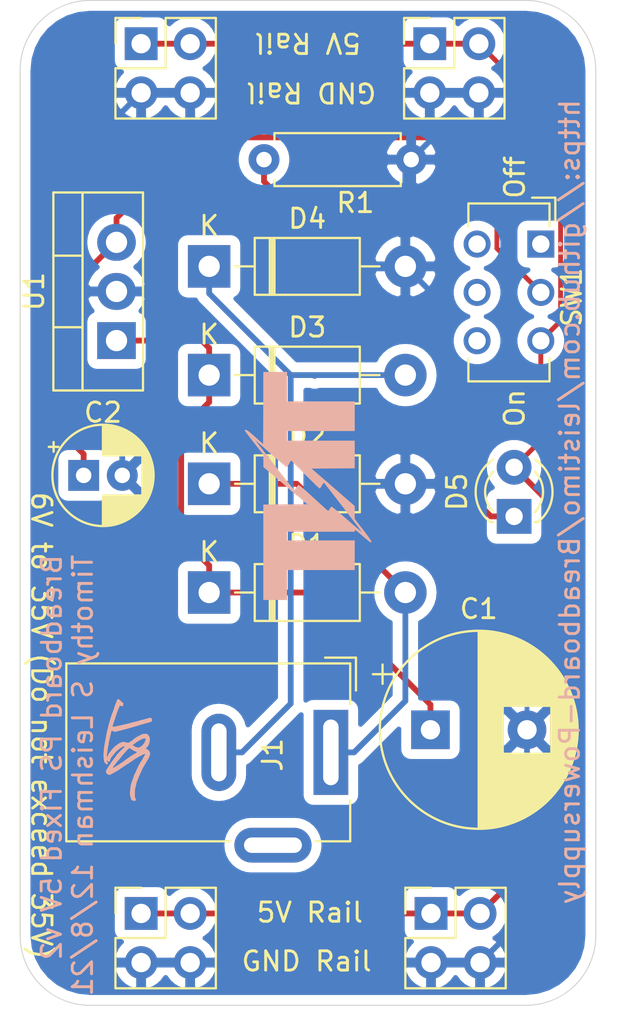
<source format=kicad_pcb>
(kicad_pcb (version 20171130) (host pcbnew "(5.1.4)-1")

  (general
    (thickness 1.6)
    (drawings 20)
    (tracks 90)
    (zones 0)
    (modules 17)
    (nets 10)
  )

  (page A4)
  (title_block
    (title "Breadboard 5V power supply ")
    (date 2021-12-01)
    (rev 2)
    (company TSL)
    (comment 1 "Tim Leishman")
  )

  (layers
    (0 F.Cu signal)
    (31 B.Cu signal)
    (32 B.Adhes user)
    (33 F.Adhes user)
    (34 B.Paste user)
    (35 F.Paste user)
    (36 B.SilkS user)
    (37 F.SilkS user)
    (38 B.Mask user)
    (39 F.Mask user)
    (40 Dwgs.User user)
    (41 Cmts.User user)
    (42 Eco1.User user)
    (43 Eco2.User user)
    (44 Edge.Cuts user)
    (45 Margin user)
    (46 B.CrtYd user)
    (47 F.CrtYd user)
    (48 B.Fab user)
    (49 F.Fab user)
  )

  (setup
    (last_trace_width 0.3)
    (user_trace_width 0.3)
    (trace_clearance 0.2)
    (zone_clearance 0.508)
    (zone_45_only no)
    (trace_min 0.2)
    (via_size 0.8)
    (via_drill 0.4)
    (via_min_size 0.4)
    (via_min_drill 0.3)
    (user_via 1 0.5)
    (uvia_size 0.3)
    (uvia_drill 0.1)
    (uvias_allowed no)
    (uvia_min_size 0.2)
    (uvia_min_drill 0.1)
    (edge_width 0.05)
    (segment_width 0.2)
    (pcb_text_width 0.3)
    (pcb_text_size 1.5 1.5)
    (mod_edge_width 0.12)
    (mod_text_size 1 1)
    (mod_text_width 0.15)
    (pad_size 1.524 1.524)
    (pad_drill 0.762)
    (pad_to_mask_clearance 0.051)
    (solder_mask_min_width 0.25)
    (aux_axis_origin 0 0)
    (visible_elements 7FFFFFFF)
    (pcbplotparams
      (layerselection 0x010fc_ffffffff)
      (usegerberextensions true)
      (usegerberattributes false)
      (usegerberadvancedattributes false)
      (creategerberjobfile false)
      (excludeedgelayer true)
      (linewidth 0.100000)
      (plotframeref false)
      (viasonmask false)
      (mode 1)
      (useauxorigin false)
      (hpglpennumber 1)
      (hpglpenspeed 20)
      (hpglpendiameter 15.000000)
      (psnegative false)
      (psa4output false)
      (plotreference true)
      (plotvalue true)
      (plotinvisibletext false)
      (padsonsilk false)
      (subtractmaskfromsilk false)
      (outputformat 1)
      (mirror false)
      (drillshape 0)
      (scaleselection 1)
      (outputdirectory "Gerber/"))
  )

  (net 0 "")
  (net 1 /Vin)
  (net 2 /Gnd)
  (net 3 /5V)
  (net 4 "Net-(D1-Pad2)")
  (net 5 "Net-(D3-Pad2)")
  (net 6 "Net-(D5-Pad1)")
  (net 7 /5V-out)
  (net 8 "Net-(J1-Pad3)")
  (net 9 "Net-(SW1-Pad1)")

  (net_class Default "This is the default net class."
    (clearance 0.2)
    (trace_width 0.25)
    (via_dia 0.8)
    (via_drill 0.4)
    (uvia_dia 0.3)
    (uvia_drill 0.1)
    (add_net /5V)
    (add_net /5V-out)
    (add_net /Gnd)
    (add_net /Vin)
    (add_net "Net-(D1-Pad2)")
    (add_net "Net-(D3-Pad2)")
    (add_net "Net-(D5-Pad1)")
    (add_net "Net-(J1-Pad3)")
    (add_net "Net-(SW1-Pad1)")
  )

  (net_class Power ""
    (clearance 0.3)
    (trace_width 0.3)
    (via_dia 1)
    (via_drill 0.5)
    (uvia_dia 0.3)
    (uvia_drill 0.1)
  )

  (module Capacitor_THT:CP_Radial_D5.0mm_P2.00mm (layer F.Cu) (tedit 5AE50EF0) (tstamp 61A82AFA)
    (at 144.4117 96.6343)
    (descr "CP, Radial series, Radial, pin pitch=2.00mm, , diameter=5mm, Electrolytic Capacitor")
    (tags "CP Radial series Radial pin pitch 2.00mm  diameter 5mm Electrolytic Capacitor")
    (path /61B3A046)
    (fp_text reference C2 (at 1 -3.25) (layer F.SilkS)
      (effects (font (size 1 1) (thickness 0.15)))
    )
    (fp_text value 47µF (at 1 3.25) (layer F.Fab)
      (effects (font (size 1 1) (thickness 0.15)))
    )
    (fp_text user %R (at 1 0) (layer F.Fab)
      (effects (font (size 0.8 0.8) (thickness 0.12)))
    )
    (fp_line (start -1.554775 -1.725) (end -1.554775 -1.225) (layer F.SilkS) (width 0.12))
    (fp_line (start -1.804775 -1.475) (end -1.304775 -1.475) (layer F.SilkS) (width 0.12))
    (fp_line (start 3.601 -0.284) (end 3.601 0.284) (layer F.SilkS) (width 0.12))
    (fp_line (start 3.561 -0.518) (end 3.561 0.518) (layer F.SilkS) (width 0.12))
    (fp_line (start 3.521 -0.677) (end 3.521 0.677) (layer F.SilkS) (width 0.12))
    (fp_line (start 3.481 -0.805) (end 3.481 0.805) (layer F.SilkS) (width 0.12))
    (fp_line (start 3.441 -0.915) (end 3.441 0.915) (layer F.SilkS) (width 0.12))
    (fp_line (start 3.401 -1.011) (end 3.401 1.011) (layer F.SilkS) (width 0.12))
    (fp_line (start 3.361 -1.098) (end 3.361 1.098) (layer F.SilkS) (width 0.12))
    (fp_line (start 3.321 -1.178) (end 3.321 1.178) (layer F.SilkS) (width 0.12))
    (fp_line (start 3.281 -1.251) (end 3.281 1.251) (layer F.SilkS) (width 0.12))
    (fp_line (start 3.241 -1.319) (end 3.241 1.319) (layer F.SilkS) (width 0.12))
    (fp_line (start 3.201 -1.383) (end 3.201 1.383) (layer F.SilkS) (width 0.12))
    (fp_line (start 3.161 -1.443) (end 3.161 1.443) (layer F.SilkS) (width 0.12))
    (fp_line (start 3.121 -1.5) (end 3.121 1.5) (layer F.SilkS) (width 0.12))
    (fp_line (start 3.081 -1.554) (end 3.081 1.554) (layer F.SilkS) (width 0.12))
    (fp_line (start 3.041 -1.605) (end 3.041 1.605) (layer F.SilkS) (width 0.12))
    (fp_line (start 3.001 1.04) (end 3.001 1.653) (layer F.SilkS) (width 0.12))
    (fp_line (start 3.001 -1.653) (end 3.001 -1.04) (layer F.SilkS) (width 0.12))
    (fp_line (start 2.961 1.04) (end 2.961 1.699) (layer F.SilkS) (width 0.12))
    (fp_line (start 2.961 -1.699) (end 2.961 -1.04) (layer F.SilkS) (width 0.12))
    (fp_line (start 2.921 1.04) (end 2.921 1.743) (layer F.SilkS) (width 0.12))
    (fp_line (start 2.921 -1.743) (end 2.921 -1.04) (layer F.SilkS) (width 0.12))
    (fp_line (start 2.881 1.04) (end 2.881 1.785) (layer F.SilkS) (width 0.12))
    (fp_line (start 2.881 -1.785) (end 2.881 -1.04) (layer F.SilkS) (width 0.12))
    (fp_line (start 2.841 1.04) (end 2.841 1.826) (layer F.SilkS) (width 0.12))
    (fp_line (start 2.841 -1.826) (end 2.841 -1.04) (layer F.SilkS) (width 0.12))
    (fp_line (start 2.801 1.04) (end 2.801 1.864) (layer F.SilkS) (width 0.12))
    (fp_line (start 2.801 -1.864) (end 2.801 -1.04) (layer F.SilkS) (width 0.12))
    (fp_line (start 2.761 1.04) (end 2.761 1.901) (layer F.SilkS) (width 0.12))
    (fp_line (start 2.761 -1.901) (end 2.761 -1.04) (layer F.SilkS) (width 0.12))
    (fp_line (start 2.721 1.04) (end 2.721 1.937) (layer F.SilkS) (width 0.12))
    (fp_line (start 2.721 -1.937) (end 2.721 -1.04) (layer F.SilkS) (width 0.12))
    (fp_line (start 2.681 1.04) (end 2.681 1.971) (layer F.SilkS) (width 0.12))
    (fp_line (start 2.681 -1.971) (end 2.681 -1.04) (layer F.SilkS) (width 0.12))
    (fp_line (start 2.641 1.04) (end 2.641 2.004) (layer F.SilkS) (width 0.12))
    (fp_line (start 2.641 -2.004) (end 2.641 -1.04) (layer F.SilkS) (width 0.12))
    (fp_line (start 2.601 1.04) (end 2.601 2.035) (layer F.SilkS) (width 0.12))
    (fp_line (start 2.601 -2.035) (end 2.601 -1.04) (layer F.SilkS) (width 0.12))
    (fp_line (start 2.561 1.04) (end 2.561 2.065) (layer F.SilkS) (width 0.12))
    (fp_line (start 2.561 -2.065) (end 2.561 -1.04) (layer F.SilkS) (width 0.12))
    (fp_line (start 2.521 1.04) (end 2.521 2.095) (layer F.SilkS) (width 0.12))
    (fp_line (start 2.521 -2.095) (end 2.521 -1.04) (layer F.SilkS) (width 0.12))
    (fp_line (start 2.481 1.04) (end 2.481 2.122) (layer F.SilkS) (width 0.12))
    (fp_line (start 2.481 -2.122) (end 2.481 -1.04) (layer F.SilkS) (width 0.12))
    (fp_line (start 2.441 1.04) (end 2.441 2.149) (layer F.SilkS) (width 0.12))
    (fp_line (start 2.441 -2.149) (end 2.441 -1.04) (layer F.SilkS) (width 0.12))
    (fp_line (start 2.401 1.04) (end 2.401 2.175) (layer F.SilkS) (width 0.12))
    (fp_line (start 2.401 -2.175) (end 2.401 -1.04) (layer F.SilkS) (width 0.12))
    (fp_line (start 2.361 1.04) (end 2.361 2.2) (layer F.SilkS) (width 0.12))
    (fp_line (start 2.361 -2.2) (end 2.361 -1.04) (layer F.SilkS) (width 0.12))
    (fp_line (start 2.321 1.04) (end 2.321 2.224) (layer F.SilkS) (width 0.12))
    (fp_line (start 2.321 -2.224) (end 2.321 -1.04) (layer F.SilkS) (width 0.12))
    (fp_line (start 2.281 1.04) (end 2.281 2.247) (layer F.SilkS) (width 0.12))
    (fp_line (start 2.281 -2.247) (end 2.281 -1.04) (layer F.SilkS) (width 0.12))
    (fp_line (start 2.241 1.04) (end 2.241 2.268) (layer F.SilkS) (width 0.12))
    (fp_line (start 2.241 -2.268) (end 2.241 -1.04) (layer F.SilkS) (width 0.12))
    (fp_line (start 2.201 1.04) (end 2.201 2.29) (layer F.SilkS) (width 0.12))
    (fp_line (start 2.201 -2.29) (end 2.201 -1.04) (layer F.SilkS) (width 0.12))
    (fp_line (start 2.161 1.04) (end 2.161 2.31) (layer F.SilkS) (width 0.12))
    (fp_line (start 2.161 -2.31) (end 2.161 -1.04) (layer F.SilkS) (width 0.12))
    (fp_line (start 2.121 1.04) (end 2.121 2.329) (layer F.SilkS) (width 0.12))
    (fp_line (start 2.121 -2.329) (end 2.121 -1.04) (layer F.SilkS) (width 0.12))
    (fp_line (start 2.081 1.04) (end 2.081 2.348) (layer F.SilkS) (width 0.12))
    (fp_line (start 2.081 -2.348) (end 2.081 -1.04) (layer F.SilkS) (width 0.12))
    (fp_line (start 2.041 1.04) (end 2.041 2.365) (layer F.SilkS) (width 0.12))
    (fp_line (start 2.041 -2.365) (end 2.041 -1.04) (layer F.SilkS) (width 0.12))
    (fp_line (start 2.001 1.04) (end 2.001 2.382) (layer F.SilkS) (width 0.12))
    (fp_line (start 2.001 -2.382) (end 2.001 -1.04) (layer F.SilkS) (width 0.12))
    (fp_line (start 1.961 1.04) (end 1.961 2.398) (layer F.SilkS) (width 0.12))
    (fp_line (start 1.961 -2.398) (end 1.961 -1.04) (layer F.SilkS) (width 0.12))
    (fp_line (start 1.921 1.04) (end 1.921 2.414) (layer F.SilkS) (width 0.12))
    (fp_line (start 1.921 -2.414) (end 1.921 -1.04) (layer F.SilkS) (width 0.12))
    (fp_line (start 1.881 1.04) (end 1.881 2.428) (layer F.SilkS) (width 0.12))
    (fp_line (start 1.881 -2.428) (end 1.881 -1.04) (layer F.SilkS) (width 0.12))
    (fp_line (start 1.841 1.04) (end 1.841 2.442) (layer F.SilkS) (width 0.12))
    (fp_line (start 1.841 -2.442) (end 1.841 -1.04) (layer F.SilkS) (width 0.12))
    (fp_line (start 1.801 1.04) (end 1.801 2.455) (layer F.SilkS) (width 0.12))
    (fp_line (start 1.801 -2.455) (end 1.801 -1.04) (layer F.SilkS) (width 0.12))
    (fp_line (start 1.761 1.04) (end 1.761 2.468) (layer F.SilkS) (width 0.12))
    (fp_line (start 1.761 -2.468) (end 1.761 -1.04) (layer F.SilkS) (width 0.12))
    (fp_line (start 1.721 1.04) (end 1.721 2.48) (layer F.SilkS) (width 0.12))
    (fp_line (start 1.721 -2.48) (end 1.721 -1.04) (layer F.SilkS) (width 0.12))
    (fp_line (start 1.68 1.04) (end 1.68 2.491) (layer F.SilkS) (width 0.12))
    (fp_line (start 1.68 -2.491) (end 1.68 -1.04) (layer F.SilkS) (width 0.12))
    (fp_line (start 1.64 1.04) (end 1.64 2.501) (layer F.SilkS) (width 0.12))
    (fp_line (start 1.64 -2.501) (end 1.64 -1.04) (layer F.SilkS) (width 0.12))
    (fp_line (start 1.6 1.04) (end 1.6 2.511) (layer F.SilkS) (width 0.12))
    (fp_line (start 1.6 -2.511) (end 1.6 -1.04) (layer F.SilkS) (width 0.12))
    (fp_line (start 1.56 1.04) (end 1.56 2.52) (layer F.SilkS) (width 0.12))
    (fp_line (start 1.56 -2.52) (end 1.56 -1.04) (layer F.SilkS) (width 0.12))
    (fp_line (start 1.52 1.04) (end 1.52 2.528) (layer F.SilkS) (width 0.12))
    (fp_line (start 1.52 -2.528) (end 1.52 -1.04) (layer F.SilkS) (width 0.12))
    (fp_line (start 1.48 1.04) (end 1.48 2.536) (layer F.SilkS) (width 0.12))
    (fp_line (start 1.48 -2.536) (end 1.48 -1.04) (layer F.SilkS) (width 0.12))
    (fp_line (start 1.44 1.04) (end 1.44 2.543) (layer F.SilkS) (width 0.12))
    (fp_line (start 1.44 -2.543) (end 1.44 -1.04) (layer F.SilkS) (width 0.12))
    (fp_line (start 1.4 1.04) (end 1.4 2.55) (layer F.SilkS) (width 0.12))
    (fp_line (start 1.4 -2.55) (end 1.4 -1.04) (layer F.SilkS) (width 0.12))
    (fp_line (start 1.36 1.04) (end 1.36 2.556) (layer F.SilkS) (width 0.12))
    (fp_line (start 1.36 -2.556) (end 1.36 -1.04) (layer F.SilkS) (width 0.12))
    (fp_line (start 1.32 1.04) (end 1.32 2.561) (layer F.SilkS) (width 0.12))
    (fp_line (start 1.32 -2.561) (end 1.32 -1.04) (layer F.SilkS) (width 0.12))
    (fp_line (start 1.28 1.04) (end 1.28 2.565) (layer F.SilkS) (width 0.12))
    (fp_line (start 1.28 -2.565) (end 1.28 -1.04) (layer F.SilkS) (width 0.12))
    (fp_line (start 1.24 1.04) (end 1.24 2.569) (layer F.SilkS) (width 0.12))
    (fp_line (start 1.24 -2.569) (end 1.24 -1.04) (layer F.SilkS) (width 0.12))
    (fp_line (start 1.2 1.04) (end 1.2 2.573) (layer F.SilkS) (width 0.12))
    (fp_line (start 1.2 -2.573) (end 1.2 -1.04) (layer F.SilkS) (width 0.12))
    (fp_line (start 1.16 1.04) (end 1.16 2.576) (layer F.SilkS) (width 0.12))
    (fp_line (start 1.16 -2.576) (end 1.16 -1.04) (layer F.SilkS) (width 0.12))
    (fp_line (start 1.12 1.04) (end 1.12 2.578) (layer F.SilkS) (width 0.12))
    (fp_line (start 1.12 -2.578) (end 1.12 -1.04) (layer F.SilkS) (width 0.12))
    (fp_line (start 1.08 1.04) (end 1.08 2.579) (layer F.SilkS) (width 0.12))
    (fp_line (start 1.08 -2.579) (end 1.08 -1.04) (layer F.SilkS) (width 0.12))
    (fp_line (start 1.04 -2.58) (end 1.04 -1.04) (layer F.SilkS) (width 0.12))
    (fp_line (start 1.04 1.04) (end 1.04 2.58) (layer F.SilkS) (width 0.12))
    (fp_line (start 1 -2.58) (end 1 -1.04) (layer F.SilkS) (width 0.12))
    (fp_line (start 1 1.04) (end 1 2.58) (layer F.SilkS) (width 0.12))
    (fp_line (start -0.883605 -1.3375) (end -0.883605 -0.8375) (layer F.Fab) (width 0.1))
    (fp_line (start -1.133605 -1.0875) (end -0.633605 -1.0875) (layer F.Fab) (width 0.1))
    (fp_circle (center 1 0) (end 3.75 0) (layer F.CrtYd) (width 0.05))
    (fp_circle (center 1 0) (end 3.62 0) (layer F.SilkS) (width 0.12))
    (fp_circle (center 1 0) (end 3.5 0) (layer F.Fab) (width 0.1))
    (pad 2 thru_hole circle (at 2 0) (size 1.6 1.6) (drill 0.8) (layers *.Cu *.Mask)
      (net 2 /Gnd))
    (pad 1 thru_hole rect (at 0 0) (size 1.6 1.6) (drill 0.8) (layers *.Cu *.Mask)
      (net 3 /5V))
    (model ${KISYS3DMOD}/Capacitor_THT.3dshapes/CP_Radial_D5.0mm_P2.00mm.wrl
      (at (xyz 0 0 0))
      (scale (xyz 1 1 1))
      (rotate (xyz 0 0 0))
    )
  )

  (module "Kicad:TSL logo 13mm x 9mm" (layer B.Cu) (tedit 0) (tstamp 61AAEFF8)
    (at 147.6756 110.9599 270)
    (fp_text reference G*** (at 0 0 90) (layer B.SilkS) hide
      (effects (font (size 1.524 1.524) (thickness 0.3)) (justify mirror))
    )
    (fp_text value LOGO (at 0.75 0 90) (layer B.SilkS) hide
      (effects (font (size 1.524 1.524) (thickness 0.3)) (justify mirror))
    )
    (fp_poly (pts (xy 0.262039 2.227445) (xy 0.338131 2.222363) (xy 0.402872 2.214716) (xy 0.452531 2.204635)
      (xy 0.466382 2.200297) (xy 0.489412 2.19132) (xy 0.508565 2.181221) (xy 0.52843 2.166651)
      (xy 0.553596 2.144258) (xy 0.587257 2.112047) (xy 0.612098 2.080436) (xy 0.61875 2.05277)
      (xy 0.607323 2.031027) (xy 0.582199 2.018309) (xy 0.560565 2.01449) (xy 0.540449 2.018549)
      (xy 0.51456 2.032526) (xy 0.501717 2.040846) (xy 0.461524 2.063972) (xy 0.433891 2.071891)
      (xy 0.419123 2.064563) (xy 0.41656 2.05232) (xy 0.420169 2.035801) (xy 0.425165 2.032)
      (xy 0.438361 2.025944) (xy 0.456305 2.012457) (xy 0.472151 1.992217) (xy 0.476232 1.964906)
      (xy 0.475639 1.954319) (xy 0.472472 1.931303) (xy 0.464295 1.917964) (xy 0.445737 1.909127)
      (xy 0.42164 1.902306) (xy 0.389143 1.892362) (xy 0.351519 1.878878) (xy 0.314569 1.864185)
      (xy 0.284096 1.850615) (xy 0.265902 1.840501) (xy 0.26416 1.839009) (xy 0.253598 1.830271)
      (xy 0.232662 1.81414) (xy 0.220683 1.805139) (xy 0.193287 1.783542) (xy 0.170391 1.763529)
      (xy 0.164803 1.757992) (xy 0.149249 1.744061) (xy 0.121827 1.721852) (xy 0.087118 1.695017)
      (xy 0.06604 1.679209) (xy -0.001724 1.622791) (xy -0.071583 1.553796) (xy -0.138172 1.478201)
      (xy -0.196121 1.401986) (xy -0.229503 1.350048) (xy -0.24547 1.326991) (xy -0.257845 1.312006)
      (xy -0.271711 1.290318) (xy -0.287369 1.256847) (xy -0.30179 1.219338) (xy -0.311944 1.185537)
      (xy -0.31496 1.166004) (xy -0.308365 1.150168) (xy -0.291379 1.147415) (xy -0.268206 1.15669)
      (xy -0.243048 1.176934) (xy -0.234745 1.18618) (xy -0.156857 1.275305) (xy -0.072836 1.361009)
      (xy 0.00508 1.43334) (xy 0.046101 1.470168) (xy 0.084661 1.504915) (xy 0.116664 1.533885)
      (xy 0.138019 1.553381) (xy 0.139411 1.554666) (xy 0.162308 1.573318) (xy 0.180786 1.584043)
      (xy 0.185131 1.585051) (xy 0.198831 1.591237) (xy 0.222895 1.607464) (xy 0.252406 1.630383)
      (xy 0.255945 1.633311) (xy 0.296123 1.665918) (xy 0.341675 1.701626) (xy 0.37539 1.7272)
      (xy 0.407001 1.750755) (xy 0.433171 1.770436) (xy 0.44875 1.782368) (xy 0.449644 1.78308)
      (xy 0.469395 1.797576) (xy 0.502884 1.82067) (xy 0.54696 1.850313) (xy 0.598471 1.884453)
      (xy 0.654264 1.92104) (xy 0.711188 1.958023) (xy 0.76609 1.993351) (xy 0.815818 2.024975)
      (xy 0.85722 2.050842) (xy 0.887143 2.068903) (xy 0.899721 2.075878) (xy 0.947378 2.097692)
      (xy 0.983796 2.10808) (xy 1.014641 2.106887) (xy 1.045583 2.093956) (xy 1.079863 2.07093)
      (xy 1.116943 2.040001) (xy 1.138938 2.013572) (xy 1.143789 2.001841) (xy 1.15014 1.973555)
      (xy 1.158239 1.941426) (xy 1.158307 1.94117) (xy 1.162458 1.913894) (xy 1.15927 1.896064)
      (xy 1.158811 1.89545) (xy 1.150698 1.882358) (xy 1.135739 1.855432) (xy 1.116276 1.818965)
      (xy 1.100248 1.78816) (xy 1.06375 1.718771) (xy 1.033556 1.664542) (xy 1.010382 1.626725)
      (xy 0.998446 1.61036) (xy 0.989027 1.594634) (xy 0.977245 1.569452) (xy 0.975642 1.565614)
      (xy 0.96329 1.541003) (xy 0.943563 1.507301) (xy 0.919906 1.469795) (xy 0.895764 1.433776)
      (xy 0.874582 1.404533) (xy 0.859804 1.387355) (xy 0.859217 1.38684) (xy 0.848011 1.373105)
      (xy 0.830882 1.347586) (xy 0.814512 1.3208) (xy 0.789615 1.280452) (xy 0.760304 1.235941)
      (xy 0.741574 1.20904) (xy 0.715244 1.171571) (xy 0.68895 1.132778) (xy 0.673269 1.108703)
      (xy 0.651586 1.075192) (xy 0.629927 1.042908) (xy 0.622691 1.032503) (xy 0.604064 1.003913)
      (xy 0.5831 0.968552) (xy 0.574829 0.953625) (xy 0.557706 0.92386) (xy 0.542248 0.900321)
      (xy 0.536093 0.892665) (xy 0.52492 0.878342) (xy 0.506097 0.851474) (xy 0.482825 0.816696)
      (xy 0.470375 0.79756) (xy 0.44367 0.757225) (xy 0.417323 0.719296) (xy 0.395674 0.68996)
      (xy 0.389341 0.682062) (xy 0.333213 0.602101) (xy 0.293735 0.52578) (xy 0.279957 0.498576)
      (xy 0.26836 0.481074) (xy 0.263696 0.47752) (xy 0.255553 0.46888) (xy 0.245782 0.447542)
      (xy 0.24384 0.44196) (xy 0.233905 0.418771) (xy 0.224332 0.406833) (xy 0.222732 0.4064)
      (xy 0.214413 0.39816) (xy 0.21336 0.39116) (xy 0.209055 0.377624) (xy 0.205418 0.37592)
      (xy 0.198137 0.367098) (xy 0.188671 0.344707) (xy 0.183976 0.3302) (xy 0.174278 0.303269)
      (xy 0.164996 0.286842) (xy 0.161438 0.28448) (xy 0.153414 0.276235) (xy 0.1524 0.26924)
      (xy 0.146913 0.25572) (xy 0.14224 0.254) (xy 0.133985 0.245491) (xy 0.13208 0.23368)
      (xy 0.127825 0.217171) (xy 0.12192 0.21336) (xy 0.113549 0.204889) (xy 0.11176 0.193887)
      (xy 0.106879 0.176003) (xy 0.100944 0.170809) (xy 0.093045 0.159395) (xy 0.086145 0.135066)
      (xy 0.084366 0.124242) (xy 0.081637 0.097354) (xy 0.084915 0.084944) (xy 0.096924 0.081439)
      (xy 0.105342 0.08128) (xy 0.125066 0.084599) (xy 0.13208 0.09144) (xy 0.140589 0.099695)
      (xy 0.1524 0.1016) (xy 0.168933 0.1048) (xy 0.172738 0.10922) (xy 0.181287 0.119725)
      (xy 0.203982 0.135974) (xy 0.236444 0.155359) (xy 0.274295 0.175276) (xy 0.313156 0.193118)
      (xy 0.31496 0.193873) (xy 0.349483 0.209395) (xy 0.379143 0.224707) (xy 0.392524 0.233026)
      (xy 0.419002 0.251861) (xy 0.436949 0.26416) (xy 0.458597 0.279796) (xy 0.471144 0.290185)
      (xy 0.487923 0.301498) (xy 0.513315 0.314496) (xy 0.51562 0.315525) (xy 0.537494 0.327107)
      (xy 0.548372 0.336667) (xy 0.54864 0.337761) (xy 0.556903 0.344583) (xy 0.56388 0.34544)
      (xy 0.577412 0.350074) (xy 0.57912 0.353998) (xy 0.587684 0.361905) (xy 0.610537 0.375633)
      (xy 0.643417 0.392713) (xy 0.65786 0.399665) (xy 0.700392 0.42044) (xy 0.741337 0.441668)
      (xy 0.772959 0.459316) (xy 0.77724 0.46191) (xy 0.806759 0.477289) (xy 0.833144 0.486361)
      (xy 0.84074 0.487363) (xy 0.858598 0.490831) (xy 0.8636 0.49621) (xy 0.872222 0.50662)
      (xy 0.892861 0.51777) (xy 0.917676 0.526088) (xy 0.934111 0.52832) (xy 0.952832 0.53556)
      (xy 0.958714 0.54356) (xy 0.972549 0.554946) (xy 0.994274 0.5588) (xy 1.017292 0.563087)
      (xy 1.029341 0.572758) (xy 1.042088 0.583735) (xy 1.066444 0.592567) (xy 1.071068 0.593538)
      (xy 1.094815 0.599817) (xy 1.107009 0.606607) (xy 1.10744 0.607833) (xy 1.10995 0.612427)
      (xy 1.119013 0.618365) (xy 1.13692 0.626571) (xy 1.165968 0.637968) (xy 1.20845 0.65348)
      (xy 1.26666 0.674031) (xy 1.305552 0.687587) (xy 1.357699 0.706085) (xy 1.406216 0.72397)
      (xy 1.446169 0.739376) (xy 1.472625 0.750442) (xy 1.475356 0.751723) (xy 1.508424 0.764941)
      (xy 1.548807 0.777468) (xy 1.566804 0.781946) (xy 1.601316 0.790508) (xy 1.630195 0.799142)
      (xy 1.64084 0.803177) (xy 1.670389 0.812578) (xy 1.716698 0.822298) (xy 1.776223 0.831875)
      (xy 1.845418 0.840848) (xy 1.920739 0.848756) (xy 1.998641 0.855138) (xy 2.072864 0.859413)
      (xy 2.137071 0.861542) (xy 2.182194 0.861355) (xy 2.20934 0.858813) (xy 2.219347 0.854431)
      (xy 2.233433 0.846627) (xy 2.257894 0.843228) (xy 2.258659 0.843224) (xy 2.290263 0.839984)
      (xy 2.328825 0.831487) (xy 2.369503 0.819427) (xy 2.407461 0.805499) (xy 2.437859 0.791397)
      (xy 2.455858 0.778816) (xy 2.45872 0.77317) (xy 2.464949 0.761023) (xy 2.477382 0.745801)
      (xy 2.489557 0.722985) (xy 2.499204 0.687631) (xy 2.505033 0.64748) (xy 2.505757 0.610275)
      (xy 2.503007 0.59182) (xy 2.496173 0.577481) (xy 2.481656 0.57074) (xy 2.453421 0.568967)
      (xy 2.450582 0.56896) (xy 2.404305 0.57526) (xy 2.357998 0.591717) (xy 2.357787 0.59182)
      (xy 2.340596 0.599717) (xy 2.323481 0.605529) (xy 2.303116 0.609552) (xy 2.276176 0.612081)
      (xy 2.239335 0.613412) (xy 2.189269 0.613839) (xy 2.122651 0.613659) (xy 2.112388 0.613605)
      (xy 2.032114 0.612643) (xy 1.969264 0.610603) (xy 1.920963 0.607291) (xy 1.884335 0.602517)
      (xy 1.858388 0.596643) (xy 1.802143 0.581259) (xy 1.741169 0.56598) (xy 1.683232 0.552665)
      (xy 1.636097 0.543173) (xy 1.631788 0.542422) (xy 1.598185 0.534712) (xy 1.558283 0.522891)
      (xy 1.540491 0.516761) (xy 1.507903 0.506017) (xy 1.480979 0.499161) (xy 1.470803 0.49784)
      (xy 1.455642 0.493083) (xy 1.45288 0.48768) (xy 1.444185 0.480043) (xy 1.42748 0.47752)
      (xy 1.408386 0.474043) (xy 1.40208 0.46736) (xy 1.394283 0.457573) (xy 1.391429 0.4572)
      (xy 1.376444 0.453064) (xy 1.351048 0.442626) (xy 1.33872 0.43688) (xy 1.309492 0.424481)
      (xy 1.285639 0.417288) (xy 1.279621 0.41656) (xy 1.259578 0.410589) (xy 1.23835 0.397638)
      (xy 1.211371 0.380855) (xy 1.18872 0.371343) (xy 1.166255 0.363142) (xy 1.133296 0.349205)
      (xy 1.10236 0.335062) (xy 1.06595 0.318343) (xy 1.018336 0.297229) (xy 0.967101 0.275062)
      (xy 0.9398 0.263493) (xy 0.895193 0.244167) (xy 0.85526 0.22579) (xy 0.825229 0.210826)
      (xy 0.8128 0.203635) (xy 0.794411 0.192242) (xy 0.762534 0.173546) (xy 0.72148 0.15004)
      (xy 0.675562 0.124215) (xy 0.67056 0.121429) (xy 0.618298 0.091736) (xy 0.564654 0.060219)
      (xy 0.516258 0.030829) (xy 0.482496 0.009349) (xy 0.446582 -0.013477) (xy 0.414579 -0.03221)
      (xy 0.392151 -0.043578) (xy 0.388516 -0.044946) (xy 0.37085 -0.054073) (xy 0.36576 -0.061644)
      (xy 0.357572 -0.070166) (xy 0.351245 -0.07112) (xy 0.331761 -0.077687) (xy 0.323305 -0.083999)
      (xy 0.298965 -0.100283) (xy 0.260307 -0.11849) (xy 0.212968 -0.136696) (xy 0.162584 -0.152981)
      (xy 0.114789 -0.165422) (xy 0.075221 -0.172095) (xy 0.063222 -0.17272) (xy 0.002469 -0.163135)
      (xy -0.055295 -0.136587) (xy -0.105672 -0.096381) (xy -0.144265 -0.045826) (xy -0.163004 -0.00254)
      (xy -0.175211 0.026455) (xy -0.190917 0.038951) (xy -0.212169 0.034797) (xy -0.241014 0.013838)
      (xy -0.266141 -0.010221) (xy -0.294397 -0.037646) (xy -0.320483 -0.058951) (xy -0.349406 -0.077186)
      (xy -0.38617 -0.0954) (xy -0.435779 -0.116643) (xy -0.451101 -0.122917) (xy -0.514937 -0.143025)
      (xy -0.586978 -0.156199) (xy -0.659878 -0.16171) (xy -0.726288 -0.158832) (xy -0.757893 -0.153288)
      (xy -0.802697 -0.136923) (xy -0.850216 -0.110697) (xy -0.894094 -0.078929) (xy -0.927977 -0.045937)
      (xy -0.939421 -0.029928) (xy -0.949947 -0.007117) (xy -0.955935 0.020395) (xy -0.958306 0.058487)
      (xy -0.958353 0.090998) (xy -0.957451 0.126526) (xy -0.95707 0.131023) (xy -0.725705 0.131023)
      (xy -0.724348 0.087071) (xy -0.714486 0.05842) (xy -0.699284 0.051642) (xy -0.668708 0.05328)
      (xy -0.625783 0.063121) (xy -0.618988 0.065132) (xy -0.53191 0.099253) (xy -0.452485 0.145333)
      (xy -0.386259 0.200051) (xy -0.37592 0.210828) (xy -0.322903 0.271677) (xy -0.284952 0.32365)
      (xy -0.260577 0.369656) (xy -0.248292 0.412602) (xy -0.246606 0.455397) (xy -0.247206 0.46228)
      (xy -0.253705 0.497629) (xy -0.26521 0.53676) (xy -0.279398 0.573549) (xy -0.293944 0.60187)
      (xy -0.30509 0.614859) (xy -0.313763 0.629198) (xy -0.314973 0.63814) (xy -0.322517 0.660396)
      (xy -0.34081 0.68463) (xy -0.363383 0.703877) (xy -0.382841 0.7112) (xy -0.402191 0.701986)
      (xy -0.419864 0.67818) (xy -0.435213 0.65361) (xy -0.458913 0.620898) (xy -0.485841 0.587115)
      (xy -0.485918 0.587024) (xy -0.512214 0.554202) (xy -0.534751 0.523399) (xy -0.548767 0.501133)
      (xy -0.549007 0.500664) (xy -0.56248 0.475986) (xy -0.58167 0.443098) (xy -0.594706 0.42164)
      (xy -0.643561 0.337395) (xy -0.683946 0.25692) (xy -0.713261 0.185445) (xy -0.715589 0.178681)
      (xy -0.725705 0.131023) (xy -0.95707 0.131023) (xy -0.954864 0.157015) (xy -0.949405 0.185971)
      (xy -0.939887 0.216898) (xy -0.925122 0.253304) (xy -0.903922 0.298693) (xy -0.875101 0.356573)
      (xy -0.855027 0.396067) (xy -0.818165 0.466643) (xy -0.786325 0.52314) (xy -0.756528 0.570156)
      (xy -0.725794 0.612292) (xy -0.691144 0.654145) (xy -0.678541 0.668454) (xy -0.646159 0.707724)
      (xy -0.612594 0.752955) (xy -0.592172 0.783376) (xy -0.567893 0.820782) (xy -0.543149 0.856994)
      (xy -0.52578 0.880859) (xy -0.519823 0.890118) (xy -0.21336 0.890118) (xy -0.208184 0.862083)
      (xy -0.191327 0.828253) (xy -0.167944 0.793982) (xy -0.106936 0.702522) (xy -0.063533 0.617487)
      (xy -0.044796 0.56642) (xy -0.029924 0.528332) (xy -0.01435 0.510281) (xy 0.002977 0.511986)
      (xy 0.023112 0.533168) (xy 0.031617 0.5461) (xy 0.050063 0.578011) (xy 0.066032 0.608788)
      (xy 0.068631 0.614378) (xy 0.082504 0.640841) (xy 0.095653 0.660098) (xy 0.10812 0.677672)
      (xy 0.125252 0.705599) (xy 0.135831 0.72424) (xy 0.153881 0.754347) (xy 0.179758 0.794097)
      (xy 0.209098 0.836878) (xy 0.222966 0.85632) (xy 0.258167 0.905084) (xy 0.285654 0.943623)
      (xy 0.309724 0.978105) (xy 0.334672 1.014695) (xy 0.364795 1.059561) (xy 0.370841 1.068607)
      (xy 0.396315 1.105318) (xy 0.421385 1.139107) (xy 0.441058 1.163268) (xy 0.442749 1.165127)
      (xy 0.461623 1.188183) (xy 0.48596 1.221515) (xy 0.510616 1.258067) (xy 0.511524 1.259477)
      (xy 0.537745 1.29957) (xy 0.565116 1.340291) (xy 0.586595 1.371237) (xy 0.608801 1.403645)
      (xy 0.628672 1.434759) (xy 0.63632 1.4478) (xy 0.648225 1.467834) (xy 0.668545 1.50049)
      (xy 0.694534 1.541411) (xy 0.723446 1.58624) (xy 0.726367 1.59073) (xy 0.764036 1.651101)
      (xy 0.790291 1.698763) (xy 0.804773 1.732902) (xy 0.807122 1.752706) (xy 0.800039 1.75768)
      (xy 0.787243 1.752405) (xy 0.763125 1.738584) (xy 0.732205 1.719222) (xy 0.699005 1.697325)
      (xy 0.668045 1.675901) (xy 0.643849 1.657954) (xy 0.630936 1.646491) (xy 0.62992 1.644577)
      (xy 0.622187 1.635902) (xy 0.601312 1.618369) (xy 0.570783 1.594802) (xy 0.54518 1.57597)
      (xy 0.499378 1.54132) (xy 0.450804 1.502029) (xy 0.407773 1.464896) (xy 0.39532 1.453439)
      (xy 0.364801 1.425874) (xy 0.338964 1.404704) (xy 0.32188 1.393182) (xy 0.318346 1.392002)
      (xy 0.304593 1.385572) (xy 0.303106 1.382986) (xy 0.294353 1.373778) (xy 0.272547 1.354454)
      (xy 0.240587 1.327486) (xy 0.201372 1.295347) (xy 0.18288 1.280455) (xy 0.140008 1.24572)
      (xy 0.10176 1.214002) (xy 0.071492 1.188137) (xy 0.05256 1.170963) (xy 0.049067 1.167341)
      (xy 0.031634 1.149774) (xy 0.005491 1.126061) (xy -0.011893 1.111211) (xy -0.048672 1.079586)
      (xy -0.086801 1.045101) (xy -0.12322 1.010738) (xy -0.154866 0.979479) (xy -0.178679 0.954306)
      (xy -0.191597 0.938202) (xy -0.19304 0.934754) (xy -0.200751 0.924862) (xy -0.2032 0.92456)
      (xy -0.210002 0.91565) (xy -0.213302 0.893826) (xy -0.21336 0.890118) (xy -0.519823 0.890118)
      (xy -0.508347 0.907953) (xy -0.500035 0.935945) (xy -0.497988 0.974218) (xy -0.500763 1.015239)
      (xy -0.507651 1.055385) (xy -0.51231 1.071901) (xy -0.522762 1.107053) (xy -0.532786 1.148871)
      (xy -0.536273 1.166419) (xy -0.540249 1.193787) (xy -0.540292 1.217906) (xy -0.535477 1.244773)
      (xy -0.524877 1.280385) (xy -0.513523 1.313719) (xy -0.479886 1.398184) (xy -0.444043 1.465246)
      (xy -0.406761 1.513471) (xy -0.405705 1.514536) (xy -0.389101 1.534143) (xy -0.367356 1.56365)
      (xy -0.350978 1.587851) (xy -0.324577 1.623501) (xy -0.290664 1.662706) (xy -0.262106 1.69164)
      (xy -0.207045 1.742104) (xy -0.155397 1.787769) (xy -0.110029 1.826199) (xy -0.073806 1.854959)
      (xy -0.051932 1.870238) (xy -0.029866 1.885467) (xy -0.016437 1.89802) (xy -0.016084 1.898556)
      (xy -0.005287 1.90883) (xy 0.015982 1.92528) (xy 0.041777 1.943719) (xy 0.066149 1.959958)
      (xy 0.083151 1.969808) (xy 0.086842 1.97104) (xy 0.097591 1.975068) (xy 0.121665 1.985677)
      (xy 0.154071 2.000661) (xy 0.157452 2.002256) (xy 0.195358 2.021999) (xy 0.216475 2.03802)
      (xy 0.223487 2.052401) (xy 0.22352 2.053479) (xy 0.222116 2.063407) (xy 0.215138 2.068769)
      (xy 0.198436 2.070259) (xy 0.167859 2.068571) (xy 0.14478 2.06664) (xy 0.106 2.062416)
      (xy 0.074909 2.057462) (xy 0.05725 2.052727) (xy 0.05588 2.051925) (xy 0.042282 2.047954)
      (xy 0.012785 2.042964) (xy -0.028259 2.037595) (xy -0.0762 2.032515) (xy -0.164347 2.022464)
      (xy -0.248925 2.00963) (xy -0.324244 1.994983) (xy -0.381722 1.980369) (xy -0.416045 1.973409)
      (xy -0.445803 1.97104) (xy -0.476487 1.968706) (xy -0.513872 1.962859) (xy -0.526361 1.960254)
      (xy -0.565782 1.951417) (xy -0.605262 1.94269) (xy -0.61468 1.940633) (xy -0.642395 1.93461)
      (xy -0.683277 1.925728) (xy -0.730638 1.915438) (xy -0.75692 1.909729) (xy -0.81119 1.897661)
      (xy -0.868596 1.884447) (xy -0.919497 1.872319) (xy -0.935412 1.868389) (xy -0.975447 1.859076)
      (xy -1.01032 1.852236) (xy -1.033282 1.849174) (xy -1.035198 1.84912) (xy -1.06057 1.84255)
      (xy -1.073332 1.83388) (xy -1.094959 1.821136) (xy -1.108166 1.81864) (xy -1.121851 1.8158)
      (xy -1.126213 1.80535) (xy -1.120879 1.784402) (xy -1.105477 1.750065) (xy -1.097152 1.733389)
      (xy -1.078805 1.694185) (xy -1.069635 1.662795) (xy -1.06896 1.631531) (xy -1.076102 1.592702)
      (xy -1.082489 1.567676) (xy -1.092892 1.52713) (xy -1.102471 1.487361) (xy -1.106768 1.46812)
      (xy -1.113246 1.440072) (xy -1.124042 1.396196) (xy -1.138166 1.340281) (xy -1.15463 1.276114)
      (xy -1.172443 1.207483) (xy -1.190617 1.138174) (xy -1.208162 1.071977) (xy -1.224089 1.012678)
      (xy -1.237409 0.964064) (xy -1.247133 0.929924) (xy -1.248743 0.92456) (xy -1.258317 0.892647)
      (xy -1.272099 0.845984) (xy -1.288687 0.789354) (xy -1.30668 0.727538) (xy -1.320233 0.68072)
      (xy -1.338285 0.61864) (xy -1.35596 0.558645) (xy -1.371876 0.505372) (xy -1.384649 0.463457)
      (xy -1.391434 0.44196) (xy -1.411578 0.378328) (xy -1.433143 0.307136) (xy -1.454487 0.234075)
      (xy -1.47397 0.164836) (xy -1.48995 0.105109) (xy -1.498382 0.07112) (xy -1.508933 0.028972)
      (xy -1.523311 -0.024768) (xy -1.539386 -0.082265) (xy -1.55091 -0.12192) (xy -1.569234 -0.180241)
      (xy -1.58565 -0.221567) (xy -1.602576 -0.248757) (xy -1.622434 -0.264669) (xy -1.647643 -0.272163)
      (xy -1.679722 -0.274094) (xy -1.713889 -0.271822) (xy -1.737907 -0.262162) (xy -1.758462 -0.244621)
      (xy -1.776641 -0.222376) (xy -1.785765 -0.198273) (xy -1.785954 -0.168017) (xy -1.777326 -0.127318)
      (xy -1.763025 -0.080923) (xy -1.75099 -0.042673) (xy -1.742019 -0.01049) (xy -1.737764 0.00962)
      (xy -1.737625 0.011545) (xy -1.734476 0.028825) (xy -1.726398 0.05925) (xy -1.715027 0.096735)
      (xy -1.713011 0.102985) (xy -1.700166 0.144626) (xy -1.689323 0.183664) (xy -1.682706 0.212055)
      (xy -1.682472 0.21336) (xy -1.672736 0.258391) (xy -1.65722 0.316938) (xy -1.637421 0.383544)
      (xy -1.625248 0.42164) (xy -1.611633 0.467029) (xy -1.598066 0.518282) (xy -1.59095 0.54864)
      (xy -1.578913 0.602446) (xy -1.565554 0.659419) (xy -1.551859 0.715647) (xy -1.538816 0.767215)
      (xy -1.527413 0.810209) (xy -1.518637 0.840714) (xy -1.513895 0.854073) (xy -1.50714 0.873688)
      (xy -1.49661 0.913207) (xy -1.482319 0.972571) (xy -1.464281 1.051722) (xy -1.442511 1.150598)
      (xy -1.441954 1.15316) (xy -1.430926 1.202891) (xy -1.419787 1.251383) (xy -1.410264 1.291188)
      (xy -1.406634 1.30556) (xy -1.399946 1.331586) (xy -1.393335 1.358368) (xy -1.38571 1.390513)
      (xy -1.375981 1.432631) (xy -1.363057 1.489331) (xy -1.360952 1.4986) (xy -1.345811 1.569675)
      (xy -1.334272 1.632924) (xy -1.326783 1.68528) (xy -1.323794 1.723681) (xy -1.325106 1.74297)
      (xy -1.332183 1.761302) (xy -1.34524 1.76641) (xy -1.364468 1.763755) (xy -1.391286 1.757092)
      (xy -1.433144 1.745061) (xy -1.48589 1.728976) (xy -1.545374 1.710149) (xy -1.607445 1.689894)
      (xy -1.667953 1.669525) (xy -1.72212 1.65058) (xy -1.766666 1.634832) (xy -1.808126 1.620554)
      (xy -1.839931 1.609997) (xy -1.84912 1.607124) (xy -1.879452 1.597671) (xy -1.922792 1.583742)
      (xy -1.972907 1.567386) (xy -2.023561 1.55065) (xy -2.068518 1.535583) (xy -2.101545 1.524235)
      (xy -2.10312 1.523678) (xy -2.15904 1.502566) (xy -2.223403 1.476224) (xy -2.286532 1.448621)
      (xy -2.29108 1.44655) (xy -2.329882 1.430135) (xy -2.369702 1.415261) (xy -2.38506 1.410237)
      (xy -2.411105 1.400386) (xy -2.426479 1.390807) (xy -2.42824 1.387575) (xy -2.424113 1.373375)
      (xy -2.413659 1.348355) (xy -2.407242 1.334638) (xy -2.394119 1.29808) (xy -2.389187 1.263704)
      (xy -2.389462 1.257771) (xy -2.39268 1.22428) (xy -2.476118 1.221336) (xy -2.559555 1.218391)
      (xy -2.585338 1.259234) (xy -2.600514 1.284388) (xy -2.60978 1.30189) (xy -2.61112 1.305844)
      (xy -2.618967 1.319039) (xy -2.637796 1.336194) (xy -2.660539 1.351934) (xy -2.680131 1.360883)
      (xy -2.684221 1.36144) (xy -2.700235 1.370409) (xy -2.717127 1.393333) (xy -2.731807 1.424239)
      (xy -2.741184 1.457152) (xy -2.742977 1.475015) (xy -2.738091 1.501407) (xy -2.720898 1.521902)
      (xy -2.688346 1.539222) (xy -2.659516 1.549432) (xy -2.599033 1.570299) (xy -2.546834 1.591475)
      (xy -2.516009 1.606565) (xy -2.493802 1.616227) (xy -2.456029 1.629864) (xy -2.406742 1.64615)
      (xy -2.349992 1.663756) (xy -2.289829 1.681357) (xy -2.274739 1.685598) (xy -2.165297 1.721229)
      (xy -2.042534 1.770904) (xy -2.02692 1.7778) (xy -1.995041 1.790979) (xy -1.966456 1.801179)
      (xy -1.96088 1.802828) (xy -1.932442 1.811896) (xy -1.91516 1.818569) (xy -1.893171 1.826667)
      (xy -1.855388 1.839078) (xy -1.805598 1.854664) (xy -1.747584 1.87229) (xy -1.685129 1.890821)
      (xy -1.622018 1.909121) (xy -1.562035 1.926054) (xy -1.508964 1.940485) (xy -1.50876 1.940539)
      (xy -1.459372 1.95374) (xy -1.415117 1.965806) (xy -1.380844 1.9754) (xy -1.36144 1.981172)
      (xy -1.339189 1.987515) (xy -1.304269 1.99642) (xy -1.26385 2.006064) (xy -1.25984 2.006985)
      (xy -1.210515 2.018672) (xy -1.157685 2.03179) (xy -1.1176 2.042224) (xy -1.076316 2.052396)
      (xy -1.024313 2.063878) (xy -0.970917 2.074641) (xy -0.95504 2.077605) (xy -0.852376 2.096327)
      (xy -0.767707 2.111792) (xy -0.699037 2.12437) (xy -0.644367 2.134427) (xy -0.601699 2.142333)
      (xy -0.569036 2.148456) (xy -0.54438 2.153163) (xy -0.5334 2.155303) (xy -0.418547 2.175764)
      (xy -0.290061 2.19489) (xy -0.154624 2.211732) (xy -0.08128 2.21951) (xy 0.002934 2.225995)
      (xy 0.090711 2.229392) (xy 0.178323 2.229832) (xy 0.262039 2.227445)) (layer B.SilkS) (width 0.01))
  )

  (module "Kicad:TNT Logo 12.6mm x 7mm" (layer B.Cu) (tedit 0) (tstamp 61AAEEA7)
    (at 156.0322 97.1804 270)
    (fp_text reference G*** (at 0 0 270) (layer B.SilkS) hide
      (effects (font (size 1.524 1.524) (thickness 0.3)) (justify mirror))
    )
    (fp_text value LOGO (at 0.75 0 270) (layer B.SilkS) hide
      (effects (font (size 1.524 1.524) (thickness 0.3)) (justify mirror))
    )
    (fp_poly (pts (xy -2.845704 3.261465) (xy -2.785576 3.218602) (xy -2.695739 3.151829) (xy -2.581251 3.064965)
      (xy -2.447167 2.961825) (xy -2.298544 2.846228) (xy -2.231882 2.794) (xy -1.617225 2.3114)
      (xy -1.297563 2.309776) (xy -0.9779 2.308151) (xy -0.4318 1.658194) (xy -0.294329 1.495288)
      (xy -0.160878 1.33847) (xy -0.036592 1.193687) (xy 0.073387 1.066883) (xy 0.163916 0.964004)
      (xy 0.22985 0.890996) (xy 0.253434 0.866069) (xy 0.324698 0.790011) (xy 0.384378 0.720477)
      (xy 0.420901 0.671047) (xy 0.423448 0.666615) (xy 0.450467 0.627508) (xy 0.50403 0.558458)
      (xy 0.577383 0.467886) (xy 0.66377 0.364216) (xy 0.703413 0.317506) (xy 0.9525 0.025683)
      (xy 0.959108 1.168542) (xy 0.965717 2.3114) (xy 5.8928 2.3114) (xy 5.8928 1.0922)
      (xy 4.3434 1.0922) (xy 4.3434 -2.413) (xy 2.8194 -2.413) (xy 2.8194 1.0922)
      (xy 2.3622 1.0922) (xy 2.3622 -2.409625) (xy 2.298452 -2.417662) (xy 2.279312 -2.422983)
      (xy 2.27289 -2.436043) (xy 2.282564 -2.461712) (xy 2.311713 -2.504857) (xy 2.363714 -2.570347)
      (xy 2.441947 -2.663051) (xy 2.549788 -2.787836) (xy 2.577233 -2.8194) (xy 2.680558 -2.939612)
      (xy 2.771446 -3.048129) (xy 2.844887 -3.138738) (xy 2.895869 -3.205227) (xy 2.919382 -3.241384)
      (xy 2.920381 -3.24485) (xy 2.913518 -3.268267) (xy 2.889476 -3.272907) (xy 2.844954 -3.256749)
      (xy 2.776651 -3.217773) (xy 2.681266 -3.153961) (xy 2.555498 -3.063292) (xy 2.396045 -2.943747)
      (xy 2.266521 -2.8448) (xy 1.70426 -2.413) (xy 1.043079 -2.413) (xy 0.388189 -1.661707)
      (xy 0.239582 -1.491119) (xy 0.098206 -1.328632) (xy -0.031692 -1.179141) (xy -0.145868 -1.047539)
      (xy -0.240077 -0.93872) (xy -0.310073 -0.857578) (xy -0.351612 -0.809006) (xy -0.35544 -0.804457)
      (xy -0.405969 -0.744685) (xy -0.480188 -0.657599) (xy -0.568584 -0.554333) (xy -0.661642 -0.446019)
      (xy -0.67294 -0.432899) (xy -0.9017 -0.167298) (xy -0.908315 -1.290149) (xy -0.914929 -2.413)
      (xy -2.3368 -2.413) (xy -2.3368 1.0922) (xy -2.8448 1.0922) (xy -2.8448 -2.413)
      (xy -4.3688 -2.413) (xy -4.3688 1.0922) (xy -5.8928 1.0922) (xy -5.8928 2.311073)
      (xy -4.026098 2.317587) (xy -2.159395 2.3241) (xy -2.527433 2.73813) (xy -2.374345 2.73813)
      (xy -2.359388 2.718163) (xy -2.314085 2.664307) (xy -2.241928 2.580564) (xy -2.146409 2.470933)
      (xy -2.031021 2.339415) (xy -1.899254 2.190011) (xy -1.754602 2.026722) (xy -1.68559 1.949054)
      (xy -1.53053 1.773559) (xy -1.388605 1.610699) (xy -1.263134 1.464436) (xy -1.157441 1.338736)
      (xy -1.074846 1.237564) (xy -1.018671 1.164885) (xy -0.992237 1.124663) (xy -0.9906 1.11939)
      (xy -1.011599 1.078818) (xy -1.076348 1.026879) (xy -1.159209 0.976881) (xy -1.327818 0.88259)
      (xy -0.600409 0.156466) (xy -0.442282 -0.002129) (xy -0.295992 -0.150293) (xy -0.165352 -0.284057)
      (xy -0.05417 -0.399454) (xy 0.033742 -0.492518) (xy 0.094573 -0.559282) (xy 0.124514 -0.595777)
      (xy 0.127 -0.600839) (xy 0.106137 -0.62762) (xy 0.051415 -0.66798) (xy -0.025369 -0.713232)
      (xy -0.026196 -0.713673) (xy -0.101549 -0.757881) (xy -0.153457 -0.796171) (xy -0.170995 -0.820446)
      (xy -0.170877 -0.820869) (xy -0.149991 -0.840113) (xy -0.093071 -0.88674) (xy -0.004231 -0.957586)
      (xy 0.112417 -1.049486) (xy 0.252762 -1.159277) (xy 0.412689 -1.283793) (xy 0.588087 -1.41987)
      (xy 0.774844 -1.564345) (xy 0.968846 -1.714052) (xy 1.165982 -1.865828) (xy 1.362138 -2.016507)
      (xy 1.553203 -2.162926) (xy 1.735064 -2.30192) (xy 1.903609 -2.430324) (xy 2.054725 -2.544975)
      (xy 2.184299 -2.642709) (xy 2.288219 -2.720359) (xy 2.362373 -2.774763) (xy 2.402648 -2.802756)
      (xy 2.408822 -2.805841) (xy 2.394567 -2.785694) (xy 2.350304 -2.731445) (xy 2.279521 -2.647183)
      (xy 2.185705 -2.536997) (xy 2.072344 -2.404978) (xy 1.942927 -2.255213) (xy 1.800942 -2.091793)
      (xy 1.748422 -2.031553) (xy 1.602145 -1.862919) (xy 1.466911 -1.705076) (xy 1.346288 -1.562336)
      (xy 1.243846 -1.439011) (xy 1.163153 -1.33941) (xy 1.107779 -1.267847) (xy 1.081292 -1.228631)
      (xy 1.0795 -1.223538) (xy 1.100148 -1.187842) (xy 1.152604 -1.143993) (xy 1.18745 -1.122542)
      (xy 1.250312 -1.083911) (xy 1.289228 -1.052383) (xy 1.2954 -1.041997) (xy 1.278764 -1.019271)
      (xy 1.231322 -0.963397) (xy 1.156772 -0.878512) (xy 1.058811 -0.768753) (xy 0.941137 -0.638257)
      (xy 0.807448 -0.491159) (xy 0.661441 -0.331597) (xy 0.6223 -0.288995) (xy 0.473456 -0.12605)
      (xy 0.336026 0.026472) (xy 0.213728 0.164288) (xy 0.110281 0.283115) (xy 0.029402 0.37867)
      (xy -0.02519 0.446671) (xy -0.049777 0.482835) (xy -0.0508 0.486342) (xy -0.028889 0.523839)
      (xy 0.030869 0.573152) (xy 0.0889 0.609601) (xy 0.161281 0.653903) (xy 0.211768 0.690327)
      (xy 0.2286 0.709369) (xy 0.20924 0.727513) (xy 0.153869 0.773398) (xy 0.066545 0.843861)
      (xy -0.048672 0.935737) (xy -0.187722 1.045863) (xy -0.346546 1.171074) (xy -0.521085 1.308206)
      (xy -0.707279 1.454096) (xy -0.901069 1.605578) (xy -1.098394 1.75949) (xy -1.295196 1.912668)
      (xy -1.487414 2.061946) (xy -1.670991 2.204161) (xy -1.841865 2.33615) (xy -1.995977 2.454748)
      (xy -2.129268 2.556791) (xy -2.237679 2.639115) (xy -2.31715 2.698556) (xy -2.363621 2.73195)
      (xy -2.374345 2.73813) (xy -2.527433 2.73813) (xy -2.527498 2.738202) (xy -2.664229 2.894194)
      (xy -2.767279 3.016885) (xy -2.838769 3.109016) (xy -2.880815 3.173329) (xy -2.895538 3.212565)
      (xy -2.8956 3.214452) (xy -2.887035 3.261541) (xy -2.871069 3.2766) (xy -2.845704 3.261465)) (layer B.SilkS) (width 0.01))
  )

  (module Capacitor_THT:CP_Radial_D10.0mm_P5.00mm (layer F.Cu) (tedit 5AE50EF1) (tstamp 61A82A8E)
    (at 162.3695 109.7915)
    (descr "CP, Radial series, Radial, pin pitch=5.00mm, , diameter=10mm, Electrolytic Capacitor")
    (tags "CP Radial series Radial pin pitch 5.00mm  diameter 10mm Electrolytic Capacitor")
    (path /61B3AA97)
    (fp_text reference C1 (at 2.5 -6.25) (layer F.SilkS)
      (effects (font (size 1 1) (thickness 0.15)))
    )
    (fp_text value 470µF (at 2.5 6.25) (layer F.Fab)
      (effects (font (size 1 1) (thickness 0.15)))
    )
    (fp_circle (center 2.5 0) (end 7.5 0) (layer F.Fab) (width 0.1))
    (fp_circle (center 2.5 0) (end 7.62 0) (layer F.SilkS) (width 0.12))
    (fp_circle (center 2.5 0) (end 7.75 0) (layer F.CrtYd) (width 0.05))
    (fp_line (start -1.788861 -2.1875) (end -0.788861 -2.1875) (layer F.Fab) (width 0.1))
    (fp_line (start -1.288861 -2.6875) (end -1.288861 -1.6875) (layer F.Fab) (width 0.1))
    (fp_line (start 2.5 -5.08) (end 2.5 5.08) (layer F.SilkS) (width 0.12))
    (fp_line (start 2.54 -5.08) (end 2.54 5.08) (layer F.SilkS) (width 0.12))
    (fp_line (start 2.58 -5.08) (end 2.58 5.08) (layer F.SilkS) (width 0.12))
    (fp_line (start 2.62 -5.079) (end 2.62 5.079) (layer F.SilkS) (width 0.12))
    (fp_line (start 2.66 -5.078) (end 2.66 5.078) (layer F.SilkS) (width 0.12))
    (fp_line (start 2.7 -5.077) (end 2.7 5.077) (layer F.SilkS) (width 0.12))
    (fp_line (start 2.74 -5.075) (end 2.74 5.075) (layer F.SilkS) (width 0.12))
    (fp_line (start 2.78 -5.073) (end 2.78 5.073) (layer F.SilkS) (width 0.12))
    (fp_line (start 2.82 -5.07) (end 2.82 5.07) (layer F.SilkS) (width 0.12))
    (fp_line (start 2.86 -5.068) (end 2.86 5.068) (layer F.SilkS) (width 0.12))
    (fp_line (start 2.9 -5.065) (end 2.9 5.065) (layer F.SilkS) (width 0.12))
    (fp_line (start 2.94 -5.062) (end 2.94 5.062) (layer F.SilkS) (width 0.12))
    (fp_line (start 2.98 -5.058) (end 2.98 5.058) (layer F.SilkS) (width 0.12))
    (fp_line (start 3.02 -5.054) (end 3.02 5.054) (layer F.SilkS) (width 0.12))
    (fp_line (start 3.06 -5.05) (end 3.06 5.05) (layer F.SilkS) (width 0.12))
    (fp_line (start 3.1 -5.045) (end 3.1 5.045) (layer F.SilkS) (width 0.12))
    (fp_line (start 3.14 -5.04) (end 3.14 5.04) (layer F.SilkS) (width 0.12))
    (fp_line (start 3.18 -5.035) (end 3.18 5.035) (layer F.SilkS) (width 0.12))
    (fp_line (start 3.221 -5.03) (end 3.221 5.03) (layer F.SilkS) (width 0.12))
    (fp_line (start 3.261 -5.024) (end 3.261 5.024) (layer F.SilkS) (width 0.12))
    (fp_line (start 3.301 -5.018) (end 3.301 5.018) (layer F.SilkS) (width 0.12))
    (fp_line (start 3.341 -5.011) (end 3.341 5.011) (layer F.SilkS) (width 0.12))
    (fp_line (start 3.381 -5.004) (end 3.381 5.004) (layer F.SilkS) (width 0.12))
    (fp_line (start 3.421 -4.997) (end 3.421 4.997) (layer F.SilkS) (width 0.12))
    (fp_line (start 3.461 -4.99) (end 3.461 4.99) (layer F.SilkS) (width 0.12))
    (fp_line (start 3.501 -4.982) (end 3.501 4.982) (layer F.SilkS) (width 0.12))
    (fp_line (start 3.541 -4.974) (end 3.541 4.974) (layer F.SilkS) (width 0.12))
    (fp_line (start 3.581 -4.965) (end 3.581 4.965) (layer F.SilkS) (width 0.12))
    (fp_line (start 3.621 -4.956) (end 3.621 4.956) (layer F.SilkS) (width 0.12))
    (fp_line (start 3.661 -4.947) (end 3.661 4.947) (layer F.SilkS) (width 0.12))
    (fp_line (start 3.701 -4.938) (end 3.701 4.938) (layer F.SilkS) (width 0.12))
    (fp_line (start 3.741 -4.928) (end 3.741 4.928) (layer F.SilkS) (width 0.12))
    (fp_line (start 3.781 -4.918) (end 3.781 -1.241) (layer F.SilkS) (width 0.12))
    (fp_line (start 3.781 1.241) (end 3.781 4.918) (layer F.SilkS) (width 0.12))
    (fp_line (start 3.821 -4.907) (end 3.821 -1.241) (layer F.SilkS) (width 0.12))
    (fp_line (start 3.821 1.241) (end 3.821 4.907) (layer F.SilkS) (width 0.12))
    (fp_line (start 3.861 -4.897) (end 3.861 -1.241) (layer F.SilkS) (width 0.12))
    (fp_line (start 3.861 1.241) (end 3.861 4.897) (layer F.SilkS) (width 0.12))
    (fp_line (start 3.901 -4.885) (end 3.901 -1.241) (layer F.SilkS) (width 0.12))
    (fp_line (start 3.901 1.241) (end 3.901 4.885) (layer F.SilkS) (width 0.12))
    (fp_line (start 3.941 -4.874) (end 3.941 -1.241) (layer F.SilkS) (width 0.12))
    (fp_line (start 3.941 1.241) (end 3.941 4.874) (layer F.SilkS) (width 0.12))
    (fp_line (start 3.981 -4.862) (end 3.981 -1.241) (layer F.SilkS) (width 0.12))
    (fp_line (start 3.981 1.241) (end 3.981 4.862) (layer F.SilkS) (width 0.12))
    (fp_line (start 4.021 -4.85) (end 4.021 -1.241) (layer F.SilkS) (width 0.12))
    (fp_line (start 4.021 1.241) (end 4.021 4.85) (layer F.SilkS) (width 0.12))
    (fp_line (start 4.061 -4.837) (end 4.061 -1.241) (layer F.SilkS) (width 0.12))
    (fp_line (start 4.061 1.241) (end 4.061 4.837) (layer F.SilkS) (width 0.12))
    (fp_line (start 4.101 -4.824) (end 4.101 -1.241) (layer F.SilkS) (width 0.12))
    (fp_line (start 4.101 1.241) (end 4.101 4.824) (layer F.SilkS) (width 0.12))
    (fp_line (start 4.141 -4.811) (end 4.141 -1.241) (layer F.SilkS) (width 0.12))
    (fp_line (start 4.141 1.241) (end 4.141 4.811) (layer F.SilkS) (width 0.12))
    (fp_line (start 4.181 -4.797) (end 4.181 -1.241) (layer F.SilkS) (width 0.12))
    (fp_line (start 4.181 1.241) (end 4.181 4.797) (layer F.SilkS) (width 0.12))
    (fp_line (start 4.221 -4.783) (end 4.221 -1.241) (layer F.SilkS) (width 0.12))
    (fp_line (start 4.221 1.241) (end 4.221 4.783) (layer F.SilkS) (width 0.12))
    (fp_line (start 4.261 -4.768) (end 4.261 -1.241) (layer F.SilkS) (width 0.12))
    (fp_line (start 4.261 1.241) (end 4.261 4.768) (layer F.SilkS) (width 0.12))
    (fp_line (start 4.301 -4.754) (end 4.301 -1.241) (layer F.SilkS) (width 0.12))
    (fp_line (start 4.301 1.241) (end 4.301 4.754) (layer F.SilkS) (width 0.12))
    (fp_line (start 4.341 -4.738) (end 4.341 -1.241) (layer F.SilkS) (width 0.12))
    (fp_line (start 4.341 1.241) (end 4.341 4.738) (layer F.SilkS) (width 0.12))
    (fp_line (start 4.381 -4.723) (end 4.381 -1.241) (layer F.SilkS) (width 0.12))
    (fp_line (start 4.381 1.241) (end 4.381 4.723) (layer F.SilkS) (width 0.12))
    (fp_line (start 4.421 -4.707) (end 4.421 -1.241) (layer F.SilkS) (width 0.12))
    (fp_line (start 4.421 1.241) (end 4.421 4.707) (layer F.SilkS) (width 0.12))
    (fp_line (start 4.461 -4.69) (end 4.461 -1.241) (layer F.SilkS) (width 0.12))
    (fp_line (start 4.461 1.241) (end 4.461 4.69) (layer F.SilkS) (width 0.12))
    (fp_line (start 4.501 -4.674) (end 4.501 -1.241) (layer F.SilkS) (width 0.12))
    (fp_line (start 4.501 1.241) (end 4.501 4.674) (layer F.SilkS) (width 0.12))
    (fp_line (start 4.541 -4.657) (end 4.541 -1.241) (layer F.SilkS) (width 0.12))
    (fp_line (start 4.541 1.241) (end 4.541 4.657) (layer F.SilkS) (width 0.12))
    (fp_line (start 4.581 -4.639) (end 4.581 -1.241) (layer F.SilkS) (width 0.12))
    (fp_line (start 4.581 1.241) (end 4.581 4.639) (layer F.SilkS) (width 0.12))
    (fp_line (start 4.621 -4.621) (end 4.621 -1.241) (layer F.SilkS) (width 0.12))
    (fp_line (start 4.621 1.241) (end 4.621 4.621) (layer F.SilkS) (width 0.12))
    (fp_line (start 4.661 -4.603) (end 4.661 -1.241) (layer F.SilkS) (width 0.12))
    (fp_line (start 4.661 1.241) (end 4.661 4.603) (layer F.SilkS) (width 0.12))
    (fp_line (start 4.701 -4.584) (end 4.701 -1.241) (layer F.SilkS) (width 0.12))
    (fp_line (start 4.701 1.241) (end 4.701 4.584) (layer F.SilkS) (width 0.12))
    (fp_line (start 4.741 -4.564) (end 4.741 -1.241) (layer F.SilkS) (width 0.12))
    (fp_line (start 4.741 1.241) (end 4.741 4.564) (layer F.SilkS) (width 0.12))
    (fp_line (start 4.781 -4.545) (end 4.781 -1.241) (layer F.SilkS) (width 0.12))
    (fp_line (start 4.781 1.241) (end 4.781 4.545) (layer F.SilkS) (width 0.12))
    (fp_line (start 4.821 -4.525) (end 4.821 -1.241) (layer F.SilkS) (width 0.12))
    (fp_line (start 4.821 1.241) (end 4.821 4.525) (layer F.SilkS) (width 0.12))
    (fp_line (start 4.861 -4.504) (end 4.861 -1.241) (layer F.SilkS) (width 0.12))
    (fp_line (start 4.861 1.241) (end 4.861 4.504) (layer F.SilkS) (width 0.12))
    (fp_line (start 4.901 -4.483) (end 4.901 -1.241) (layer F.SilkS) (width 0.12))
    (fp_line (start 4.901 1.241) (end 4.901 4.483) (layer F.SilkS) (width 0.12))
    (fp_line (start 4.941 -4.462) (end 4.941 -1.241) (layer F.SilkS) (width 0.12))
    (fp_line (start 4.941 1.241) (end 4.941 4.462) (layer F.SilkS) (width 0.12))
    (fp_line (start 4.981 -4.44) (end 4.981 -1.241) (layer F.SilkS) (width 0.12))
    (fp_line (start 4.981 1.241) (end 4.981 4.44) (layer F.SilkS) (width 0.12))
    (fp_line (start 5.021 -4.417) (end 5.021 -1.241) (layer F.SilkS) (width 0.12))
    (fp_line (start 5.021 1.241) (end 5.021 4.417) (layer F.SilkS) (width 0.12))
    (fp_line (start 5.061 -4.395) (end 5.061 -1.241) (layer F.SilkS) (width 0.12))
    (fp_line (start 5.061 1.241) (end 5.061 4.395) (layer F.SilkS) (width 0.12))
    (fp_line (start 5.101 -4.371) (end 5.101 -1.241) (layer F.SilkS) (width 0.12))
    (fp_line (start 5.101 1.241) (end 5.101 4.371) (layer F.SilkS) (width 0.12))
    (fp_line (start 5.141 -4.347) (end 5.141 -1.241) (layer F.SilkS) (width 0.12))
    (fp_line (start 5.141 1.241) (end 5.141 4.347) (layer F.SilkS) (width 0.12))
    (fp_line (start 5.181 -4.323) (end 5.181 -1.241) (layer F.SilkS) (width 0.12))
    (fp_line (start 5.181 1.241) (end 5.181 4.323) (layer F.SilkS) (width 0.12))
    (fp_line (start 5.221 -4.298) (end 5.221 -1.241) (layer F.SilkS) (width 0.12))
    (fp_line (start 5.221 1.241) (end 5.221 4.298) (layer F.SilkS) (width 0.12))
    (fp_line (start 5.261 -4.273) (end 5.261 -1.241) (layer F.SilkS) (width 0.12))
    (fp_line (start 5.261 1.241) (end 5.261 4.273) (layer F.SilkS) (width 0.12))
    (fp_line (start 5.301 -4.247) (end 5.301 -1.241) (layer F.SilkS) (width 0.12))
    (fp_line (start 5.301 1.241) (end 5.301 4.247) (layer F.SilkS) (width 0.12))
    (fp_line (start 5.341 -4.221) (end 5.341 -1.241) (layer F.SilkS) (width 0.12))
    (fp_line (start 5.341 1.241) (end 5.341 4.221) (layer F.SilkS) (width 0.12))
    (fp_line (start 5.381 -4.194) (end 5.381 -1.241) (layer F.SilkS) (width 0.12))
    (fp_line (start 5.381 1.241) (end 5.381 4.194) (layer F.SilkS) (width 0.12))
    (fp_line (start 5.421 -4.166) (end 5.421 -1.241) (layer F.SilkS) (width 0.12))
    (fp_line (start 5.421 1.241) (end 5.421 4.166) (layer F.SilkS) (width 0.12))
    (fp_line (start 5.461 -4.138) (end 5.461 -1.241) (layer F.SilkS) (width 0.12))
    (fp_line (start 5.461 1.241) (end 5.461 4.138) (layer F.SilkS) (width 0.12))
    (fp_line (start 5.501 -4.11) (end 5.501 -1.241) (layer F.SilkS) (width 0.12))
    (fp_line (start 5.501 1.241) (end 5.501 4.11) (layer F.SilkS) (width 0.12))
    (fp_line (start 5.541 -4.08) (end 5.541 -1.241) (layer F.SilkS) (width 0.12))
    (fp_line (start 5.541 1.241) (end 5.541 4.08) (layer F.SilkS) (width 0.12))
    (fp_line (start 5.581 -4.05) (end 5.581 -1.241) (layer F.SilkS) (width 0.12))
    (fp_line (start 5.581 1.241) (end 5.581 4.05) (layer F.SilkS) (width 0.12))
    (fp_line (start 5.621 -4.02) (end 5.621 -1.241) (layer F.SilkS) (width 0.12))
    (fp_line (start 5.621 1.241) (end 5.621 4.02) (layer F.SilkS) (width 0.12))
    (fp_line (start 5.661 -3.989) (end 5.661 -1.241) (layer F.SilkS) (width 0.12))
    (fp_line (start 5.661 1.241) (end 5.661 3.989) (layer F.SilkS) (width 0.12))
    (fp_line (start 5.701 -3.957) (end 5.701 -1.241) (layer F.SilkS) (width 0.12))
    (fp_line (start 5.701 1.241) (end 5.701 3.957) (layer F.SilkS) (width 0.12))
    (fp_line (start 5.741 -3.925) (end 5.741 -1.241) (layer F.SilkS) (width 0.12))
    (fp_line (start 5.741 1.241) (end 5.741 3.925) (layer F.SilkS) (width 0.12))
    (fp_line (start 5.781 -3.892) (end 5.781 -1.241) (layer F.SilkS) (width 0.12))
    (fp_line (start 5.781 1.241) (end 5.781 3.892) (layer F.SilkS) (width 0.12))
    (fp_line (start 5.821 -3.858) (end 5.821 -1.241) (layer F.SilkS) (width 0.12))
    (fp_line (start 5.821 1.241) (end 5.821 3.858) (layer F.SilkS) (width 0.12))
    (fp_line (start 5.861 -3.824) (end 5.861 -1.241) (layer F.SilkS) (width 0.12))
    (fp_line (start 5.861 1.241) (end 5.861 3.824) (layer F.SilkS) (width 0.12))
    (fp_line (start 5.901 -3.789) (end 5.901 -1.241) (layer F.SilkS) (width 0.12))
    (fp_line (start 5.901 1.241) (end 5.901 3.789) (layer F.SilkS) (width 0.12))
    (fp_line (start 5.941 -3.753) (end 5.941 -1.241) (layer F.SilkS) (width 0.12))
    (fp_line (start 5.941 1.241) (end 5.941 3.753) (layer F.SilkS) (width 0.12))
    (fp_line (start 5.981 -3.716) (end 5.981 -1.241) (layer F.SilkS) (width 0.12))
    (fp_line (start 5.981 1.241) (end 5.981 3.716) (layer F.SilkS) (width 0.12))
    (fp_line (start 6.021 -3.679) (end 6.021 -1.241) (layer F.SilkS) (width 0.12))
    (fp_line (start 6.021 1.241) (end 6.021 3.679) (layer F.SilkS) (width 0.12))
    (fp_line (start 6.061 -3.64) (end 6.061 -1.241) (layer F.SilkS) (width 0.12))
    (fp_line (start 6.061 1.241) (end 6.061 3.64) (layer F.SilkS) (width 0.12))
    (fp_line (start 6.101 -3.601) (end 6.101 -1.241) (layer F.SilkS) (width 0.12))
    (fp_line (start 6.101 1.241) (end 6.101 3.601) (layer F.SilkS) (width 0.12))
    (fp_line (start 6.141 -3.561) (end 6.141 -1.241) (layer F.SilkS) (width 0.12))
    (fp_line (start 6.141 1.241) (end 6.141 3.561) (layer F.SilkS) (width 0.12))
    (fp_line (start 6.181 -3.52) (end 6.181 -1.241) (layer F.SilkS) (width 0.12))
    (fp_line (start 6.181 1.241) (end 6.181 3.52) (layer F.SilkS) (width 0.12))
    (fp_line (start 6.221 -3.478) (end 6.221 -1.241) (layer F.SilkS) (width 0.12))
    (fp_line (start 6.221 1.241) (end 6.221 3.478) (layer F.SilkS) (width 0.12))
    (fp_line (start 6.261 -3.436) (end 6.261 3.436) (layer F.SilkS) (width 0.12))
    (fp_line (start 6.301 -3.392) (end 6.301 3.392) (layer F.SilkS) (width 0.12))
    (fp_line (start 6.341 -3.347) (end 6.341 3.347) (layer F.SilkS) (width 0.12))
    (fp_line (start 6.381 -3.301) (end 6.381 3.301) (layer F.SilkS) (width 0.12))
    (fp_line (start 6.421 -3.254) (end 6.421 3.254) (layer F.SilkS) (width 0.12))
    (fp_line (start 6.461 -3.206) (end 6.461 3.206) (layer F.SilkS) (width 0.12))
    (fp_line (start 6.501 -3.156) (end 6.501 3.156) (layer F.SilkS) (width 0.12))
    (fp_line (start 6.541 -3.106) (end 6.541 3.106) (layer F.SilkS) (width 0.12))
    (fp_line (start 6.581 -3.054) (end 6.581 3.054) (layer F.SilkS) (width 0.12))
    (fp_line (start 6.621 -3) (end 6.621 3) (layer F.SilkS) (width 0.12))
    (fp_line (start 6.661 -2.945) (end 6.661 2.945) (layer F.SilkS) (width 0.12))
    (fp_line (start 6.701 -2.889) (end 6.701 2.889) (layer F.SilkS) (width 0.12))
    (fp_line (start 6.741 -2.83) (end 6.741 2.83) (layer F.SilkS) (width 0.12))
    (fp_line (start 6.781 -2.77) (end 6.781 2.77) (layer F.SilkS) (width 0.12))
    (fp_line (start 6.821 -2.709) (end 6.821 2.709) (layer F.SilkS) (width 0.12))
    (fp_line (start 6.861 -2.645) (end 6.861 2.645) (layer F.SilkS) (width 0.12))
    (fp_line (start 6.901 -2.579) (end 6.901 2.579) (layer F.SilkS) (width 0.12))
    (fp_line (start 6.941 -2.51) (end 6.941 2.51) (layer F.SilkS) (width 0.12))
    (fp_line (start 6.981 -2.439) (end 6.981 2.439) (layer F.SilkS) (width 0.12))
    (fp_line (start 7.021 -2.365) (end 7.021 2.365) (layer F.SilkS) (width 0.12))
    (fp_line (start 7.061 -2.289) (end 7.061 2.289) (layer F.SilkS) (width 0.12))
    (fp_line (start 7.101 -2.209) (end 7.101 2.209) (layer F.SilkS) (width 0.12))
    (fp_line (start 7.141 -2.125) (end 7.141 2.125) (layer F.SilkS) (width 0.12))
    (fp_line (start 7.181 -2.037) (end 7.181 2.037) (layer F.SilkS) (width 0.12))
    (fp_line (start 7.221 -1.944) (end 7.221 1.944) (layer F.SilkS) (width 0.12))
    (fp_line (start 7.261 -1.846) (end 7.261 1.846) (layer F.SilkS) (width 0.12))
    (fp_line (start 7.301 -1.742) (end 7.301 1.742) (layer F.SilkS) (width 0.12))
    (fp_line (start 7.341 -1.63) (end 7.341 1.63) (layer F.SilkS) (width 0.12))
    (fp_line (start 7.381 -1.51) (end 7.381 1.51) (layer F.SilkS) (width 0.12))
    (fp_line (start 7.421 -1.378) (end 7.421 1.378) (layer F.SilkS) (width 0.12))
    (fp_line (start 7.461 -1.23) (end 7.461 1.23) (layer F.SilkS) (width 0.12))
    (fp_line (start 7.501 -1.062) (end 7.501 1.062) (layer F.SilkS) (width 0.12))
    (fp_line (start 7.541 -0.862) (end 7.541 0.862) (layer F.SilkS) (width 0.12))
    (fp_line (start 7.581 -0.599) (end 7.581 0.599) (layer F.SilkS) (width 0.12))
    (fp_line (start -2.979646 -2.875) (end -1.979646 -2.875) (layer F.SilkS) (width 0.12))
    (fp_line (start -2.479646 -3.375) (end -2.479646 -2.375) (layer F.SilkS) (width 0.12))
    (fp_text user %R (at 2.5 0) (layer F.Fab)
      (effects (font (size 1 1) (thickness 0.15)))
    )
    (pad 1 thru_hole rect (at 0 0) (size 2 2) (drill 1) (layers *.Cu *.Mask)
      (net 1 /Vin))
    (pad 2 thru_hole circle (at 5 0) (size 2 2) (drill 1) (layers *.Cu *.Mask)
      (net 2 /Gnd))
    (model ${KISYS3DMOD}/Capacitor_THT.3dshapes/CP_Radial_D10.0mm_P5.00mm.wrl
      (at (xyz 0 0 0))
      (scale (xyz 1 1 1))
      (rotate (xyz 0 0 0))
    )
  )

  (module Diode_THT:D_DO-41_SOD81_P10.16mm_Horizontal (layer F.Cu) (tedit 5AE50CD5) (tstamp 61A82B19)
    (at 150.911 102.6922)
    (descr "Diode, DO-41_SOD81 series, Axial, Horizontal, pin pitch=10.16mm, , length*diameter=5.2*2.7mm^2, , http://www.diodes.com/_files/packages/DO-41%20(Plastic).pdf")
    (tags "Diode DO-41_SOD81 series Axial Horizontal pin pitch 10.16mm  length 5.2mm diameter 2.7mm")
    (path /61B64779)
    (fp_text reference D1 (at 5.08 -2.47) (layer F.SilkS)
      (effects (font (size 1 1) (thickness 0.15)))
    )
    (fp_text value 1N4001 (at 5.08 2.47) (layer F.Fab)
      (effects (font (size 1 1) (thickness 0.15)))
    )
    (fp_line (start 2.48 -1.35) (end 2.48 1.35) (layer F.Fab) (width 0.1))
    (fp_line (start 2.48 1.35) (end 7.68 1.35) (layer F.Fab) (width 0.1))
    (fp_line (start 7.68 1.35) (end 7.68 -1.35) (layer F.Fab) (width 0.1))
    (fp_line (start 7.68 -1.35) (end 2.48 -1.35) (layer F.Fab) (width 0.1))
    (fp_line (start 0 0) (end 2.48 0) (layer F.Fab) (width 0.1))
    (fp_line (start 10.16 0) (end 7.68 0) (layer F.Fab) (width 0.1))
    (fp_line (start 3.26 -1.35) (end 3.26 1.35) (layer F.Fab) (width 0.1))
    (fp_line (start 3.36 -1.35) (end 3.36 1.35) (layer F.Fab) (width 0.1))
    (fp_line (start 3.16 -1.35) (end 3.16 1.35) (layer F.Fab) (width 0.1))
    (fp_line (start 2.36 -1.47) (end 2.36 1.47) (layer F.SilkS) (width 0.12))
    (fp_line (start 2.36 1.47) (end 7.8 1.47) (layer F.SilkS) (width 0.12))
    (fp_line (start 7.8 1.47) (end 7.8 -1.47) (layer F.SilkS) (width 0.12))
    (fp_line (start 7.8 -1.47) (end 2.36 -1.47) (layer F.SilkS) (width 0.12))
    (fp_line (start 1.34 0) (end 2.36 0) (layer F.SilkS) (width 0.12))
    (fp_line (start 8.82 0) (end 7.8 0) (layer F.SilkS) (width 0.12))
    (fp_line (start 3.26 -1.47) (end 3.26 1.47) (layer F.SilkS) (width 0.12))
    (fp_line (start 3.38 -1.47) (end 3.38 1.47) (layer F.SilkS) (width 0.12))
    (fp_line (start 3.14 -1.47) (end 3.14 1.47) (layer F.SilkS) (width 0.12))
    (fp_line (start -1.35 -1.6) (end -1.35 1.6) (layer F.CrtYd) (width 0.05))
    (fp_line (start -1.35 1.6) (end 11.51 1.6) (layer F.CrtYd) (width 0.05))
    (fp_line (start 11.51 1.6) (end 11.51 -1.6) (layer F.CrtYd) (width 0.05))
    (fp_line (start 11.51 -1.6) (end -1.35 -1.6) (layer F.CrtYd) (width 0.05))
    (fp_text user %R (at 5.4102 -0.127) (layer F.Fab)
      (effects (font (size 1 1) (thickness 0.15)))
    )
    (fp_text user K (at 0 -2.1) (layer F.Fab)
      (effects (font (size 1 1) (thickness 0.15)))
    )
    (fp_text user K (at 0 -2.1) (layer F.SilkS)
      (effects (font (size 1 1) (thickness 0.15)))
    )
    (pad 1 thru_hole rect (at 0 0) (size 2.2 2.2) (drill 1.1) (layers *.Cu *.Mask)
      (net 1 /Vin))
    (pad 2 thru_hole oval (at 10.16 0) (size 2.2 2.2) (drill 1.1) (layers *.Cu *.Mask)
      (net 4 "Net-(D1-Pad2)"))
    (model ${KISYS3DMOD}/Diode_THT.3dshapes/D_DO-41_SOD81_P10.16mm_Horizontal.wrl
      (at (xyz 0 0 0))
      (scale (xyz 1 1 1))
      (rotate (xyz 0 0 0))
    )
  )

  (module Diode_THT:D_DO-41_SOD81_P10.16mm_Horizontal (layer F.Cu) (tedit 5AE50CD5) (tstamp 61A82B38)
    (at 150.911 97.069675)
    (descr "Diode, DO-41_SOD81 series, Axial, Horizontal, pin pitch=10.16mm, , length*diameter=5.2*2.7mm^2, , http://www.diodes.com/_files/packages/DO-41%20(Plastic).pdf")
    (tags "Diode DO-41_SOD81 series Axial Horizontal pin pitch 10.16mm  length 5.2mm diameter 2.7mm")
    (path /61B6526D)
    (fp_text reference D2 (at 5.08 -2.47) (layer F.SilkS)
      (effects (font (size 1 1) (thickness 0.15)))
    )
    (fp_text value 1N4001 (at 5.08 2.47) (layer F.Fab)
      (effects (font (size 1 1) (thickness 0.15)))
    )
    (fp_text user K (at 0 -2.1) (layer F.SilkS)
      (effects (font (size 1 1) (thickness 0.15)))
    )
    (fp_text user K (at 0 -2.1) (layer F.Fab)
      (effects (font (size 1 1) (thickness 0.15)))
    )
    (fp_text user %R (at 5.47 0) (layer F.Fab)
      (effects (font (size 1 1) (thickness 0.15)))
    )
    (fp_line (start 11.51 -1.6) (end -1.35 -1.6) (layer F.CrtYd) (width 0.05))
    (fp_line (start 11.51 1.6) (end 11.51 -1.6) (layer F.CrtYd) (width 0.05))
    (fp_line (start -1.35 1.6) (end 11.51 1.6) (layer F.CrtYd) (width 0.05))
    (fp_line (start -1.35 -1.6) (end -1.35 1.6) (layer F.CrtYd) (width 0.05))
    (fp_line (start 3.14 -1.47) (end 3.14 1.47) (layer F.SilkS) (width 0.12))
    (fp_line (start 3.38 -1.47) (end 3.38 1.47) (layer F.SilkS) (width 0.12))
    (fp_line (start 3.26 -1.47) (end 3.26 1.47) (layer F.SilkS) (width 0.12))
    (fp_line (start 8.82 0) (end 7.8 0) (layer F.SilkS) (width 0.12))
    (fp_line (start 1.34 0) (end 2.36 0) (layer F.SilkS) (width 0.12))
    (fp_line (start 7.8 -1.47) (end 2.36 -1.47) (layer F.SilkS) (width 0.12))
    (fp_line (start 7.8 1.47) (end 7.8 -1.47) (layer F.SilkS) (width 0.12))
    (fp_line (start 2.36 1.47) (end 7.8 1.47) (layer F.SilkS) (width 0.12))
    (fp_line (start 2.36 -1.47) (end 2.36 1.47) (layer F.SilkS) (width 0.12))
    (fp_line (start 3.16 -1.35) (end 3.16 1.35) (layer F.Fab) (width 0.1))
    (fp_line (start 3.36 -1.35) (end 3.36 1.35) (layer F.Fab) (width 0.1))
    (fp_line (start 3.26 -1.35) (end 3.26 1.35) (layer F.Fab) (width 0.1))
    (fp_line (start 10.16 0) (end 7.68 0) (layer F.Fab) (width 0.1))
    (fp_line (start 0 0) (end 2.48 0) (layer F.Fab) (width 0.1))
    (fp_line (start 7.68 -1.35) (end 2.48 -1.35) (layer F.Fab) (width 0.1))
    (fp_line (start 7.68 1.35) (end 7.68 -1.35) (layer F.Fab) (width 0.1))
    (fp_line (start 2.48 1.35) (end 7.68 1.35) (layer F.Fab) (width 0.1))
    (fp_line (start 2.48 -1.35) (end 2.48 1.35) (layer F.Fab) (width 0.1))
    (pad 2 thru_hole oval (at 10.16 0) (size 2.2 2.2) (drill 1.1) (layers *.Cu *.Mask)
      (net 2 /Gnd))
    (pad 1 thru_hole rect (at 0 0) (size 2.2 2.2) (drill 1.1) (layers *.Cu *.Mask)
      (net 4 "Net-(D1-Pad2)"))
    (model ${KISYS3DMOD}/Diode_THT.3dshapes/D_DO-41_SOD81_P10.16mm_Horizontal.wrl
      (at (xyz 0 0 0))
      (scale (xyz 1 1 1))
      (rotate (xyz 0 0 0))
    )
  )

  (module Diode_THT:D_DO-41_SOD81_P10.16mm_Horizontal (layer F.Cu) (tedit 5AE50CD5) (tstamp 61A82B57)
    (at 150.911 91.44715)
    (descr "Diode, DO-41_SOD81 series, Axial, Horizontal, pin pitch=10.16mm, , length*diameter=5.2*2.7mm^2, , http://www.diodes.com/_files/packages/DO-41%20(Plastic).pdf")
    (tags "Diode DO-41_SOD81 series Axial Horizontal pin pitch 10.16mm  length 5.2mm diameter 2.7mm")
    (path /61B6570A)
    (fp_text reference D3 (at 5.08 -2.47) (layer F.SilkS)
      (effects (font (size 1 1) (thickness 0.15)))
    )
    (fp_text value 1N4001 (at 5.08 2.47) (layer F.Fab)
      (effects (font (size 1 1) (thickness 0.15)))
    )
    (fp_line (start 2.48 -1.35) (end 2.48 1.35) (layer F.Fab) (width 0.1))
    (fp_line (start 2.48 1.35) (end 7.68 1.35) (layer F.Fab) (width 0.1))
    (fp_line (start 7.68 1.35) (end 7.68 -1.35) (layer F.Fab) (width 0.1))
    (fp_line (start 7.68 -1.35) (end 2.48 -1.35) (layer F.Fab) (width 0.1))
    (fp_line (start 0 0) (end 2.48 0) (layer F.Fab) (width 0.1))
    (fp_line (start 10.16 0) (end 7.68 0) (layer F.Fab) (width 0.1))
    (fp_line (start 3.26 -1.35) (end 3.26 1.35) (layer F.Fab) (width 0.1))
    (fp_line (start 3.36 -1.35) (end 3.36 1.35) (layer F.Fab) (width 0.1))
    (fp_line (start 3.16 -1.35) (end 3.16 1.35) (layer F.Fab) (width 0.1))
    (fp_line (start 2.36 -1.47) (end 2.36 1.47) (layer F.SilkS) (width 0.12))
    (fp_line (start 2.36 1.47) (end 7.8 1.47) (layer F.SilkS) (width 0.12))
    (fp_line (start 7.8 1.47) (end 7.8 -1.47) (layer F.SilkS) (width 0.12))
    (fp_line (start 7.8 -1.47) (end 2.36 -1.47) (layer F.SilkS) (width 0.12))
    (fp_line (start 1.34 0) (end 2.36 0) (layer F.SilkS) (width 0.12))
    (fp_line (start 8.82 0) (end 7.8 0) (layer F.SilkS) (width 0.12))
    (fp_line (start 3.26 -1.47) (end 3.26 1.47) (layer F.SilkS) (width 0.12))
    (fp_line (start 3.38 -1.47) (end 3.38 1.47) (layer F.SilkS) (width 0.12))
    (fp_line (start 3.14 -1.47) (end 3.14 1.47) (layer F.SilkS) (width 0.12))
    (fp_line (start -1.35 -1.6) (end -1.35 1.6) (layer F.CrtYd) (width 0.05))
    (fp_line (start -1.35 1.6) (end 11.51 1.6) (layer F.CrtYd) (width 0.05))
    (fp_line (start 11.51 1.6) (end 11.51 -1.6) (layer F.CrtYd) (width 0.05))
    (fp_line (start 11.51 -1.6) (end -1.35 -1.6) (layer F.CrtYd) (width 0.05))
    (fp_text user %R (at 5.47 0) (layer F.Fab)
      (effects (font (size 1 1) (thickness 0.15)))
    )
    (fp_text user K (at 0 -2.1) (layer F.Fab)
      (effects (font (size 1 1) (thickness 0.15)))
    )
    (fp_text user K (at 0 -2.1) (layer F.SilkS)
      (effects (font (size 1 1) (thickness 0.15)))
    )
    (pad 1 thru_hole rect (at 0 0) (size 2.2 2.2) (drill 1.1) (layers *.Cu *.Mask)
      (net 1 /Vin))
    (pad 2 thru_hole oval (at 10.16 0) (size 2.2 2.2) (drill 1.1) (layers *.Cu *.Mask)
      (net 5 "Net-(D3-Pad2)"))
    (model ${KISYS3DMOD}/Diode_THT.3dshapes/D_DO-41_SOD81_P10.16mm_Horizontal.wrl
      (at (xyz 0 0 0))
      (scale (xyz 1 1 1))
      (rotate (xyz 0 0 0))
    )
  )

  (module Diode_THT:D_DO-41_SOD81_P10.16mm_Horizontal (layer F.Cu) (tedit 5AE50CD5) (tstamp 61A82B76)
    (at 150.911 85.824625)
    (descr "Diode, DO-41_SOD81 series, Axial, Horizontal, pin pitch=10.16mm, , length*diameter=5.2*2.7mm^2, , http://www.diodes.com/_files/packages/DO-41%20(Plastic).pdf")
    (tags "Diode DO-41_SOD81 series Axial Horizontal pin pitch 10.16mm  length 5.2mm diameter 2.7mm")
    (path /61B65C74)
    (fp_text reference D4 (at 5.08 -2.47) (layer F.SilkS)
      (effects (font (size 1 1) (thickness 0.15)))
    )
    (fp_text value 1N4001 (at 5.08 2.47) (layer F.Fab)
      (effects (font (size 1 1) (thickness 0.15)))
    )
    (fp_text user K (at 0 -2.1) (layer F.SilkS)
      (effects (font (size 1 1) (thickness 0.15)))
    )
    (fp_text user K (at 0 -2.1) (layer F.Fab)
      (effects (font (size 1 1) (thickness 0.15)))
    )
    (fp_text user %R (at 5.47 0) (layer F.Fab)
      (effects (font (size 1 1) (thickness 0.15)))
    )
    (fp_line (start 11.51 -1.6) (end -1.35 -1.6) (layer F.CrtYd) (width 0.05))
    (fp_line (start 11.51 1.6) (end 11.51 -1.6) (layer F.CrtYd) (width 0.05))
    (fp_line (start -1.35 1.6) (end 11.51 1.6) (layer F.CrtYd) (width 0.05))
    (fp_line (start -1.35 -1.6) (end -1.35 1.6) (layer F.CrtYd) (width 0.05))
    (fp_line (start 3.14 -1.47) (end 3.14 1.47) (layer F.SilkS) (width 0.12))
    (fp_line (start 3.38 -1.47) (end 3.38 1.47) (layer F.SilkS) (width 0.12))
    (fp_line (start 3.26 -1.47) (end 3.26 1.47) (layer F.SilkS) (width 0.12))
    (fp_line (start 8.82 0) (end 7.8 0) (layer F.SilkS) (width 0.12))
    (fp_line (start 1.34 0) (end 2.36 0) (layer F.SilkS) (width 0.12))
    (fp_line (start 7.8 -1.47) (end 2.36 -1.47) (layer F.SilkS) (width 0.12))
    (fp_line (start 7.8 1.47) (end 7.8 -1.47) (layer F.SilkS) (width 0.12))
    (fp_line (start 2.36 1.47) (end 7.8 1.47) (layer F.SilkS) (width 0.12))
    (fp_line (start 2.36 -1.47) (end 2.36 1.47) (layer F.SilkS) (width 0.12))
    (fp_line (start 3.16 -1.35) (end 3.16 1.35) (layer F.Fab) (width 0.1))
    (fp_line (start 3.36 -1.35) (end 3.36 1.35) (layer F.Fab) (width 0.1))
    (fp_line (start 3.26 -1.35) (end 3.26 1.35) (layer F.Fab) (width 0.1))
    (fp_line (start 10.16 0) (end 7.68 0) (layer F.Fab) (width 0.1))
    (fp_line (start 0 0) (end 2.48 0) (layer F.Fab) (width 0.1))
    (fp_line (start 7.68 -1.35) (end 2.48 -1.35) (layer F.Fab) (width 0.1))
    (fp_line (start 7.68 1.35) (end 7.68 -1.35) (layer F.Fab) (width 0.1))
    (fp_line (start 2.48 1.35) (end 7.68 1.35) (layer F.Fab) (width 0.1))
    (fp_line (start 2.48 -1.35) (end 2.48 1.35) (layer F.Fab) (width 0.1))
    (pad 2 thru_hole oval (at 10.16 0) (size 2.2 2.2) (drill 1.1) (layers *.Cu *.Mask)
      (net 2 /Gnd))
    (pad 1 thru_hole rect (at 0 0) (size 2.2 2.2) (drill 1.1) (layers *.Cu *.Mask)
      (net 5 "Net-(D3-Pad2)"))
    (model ${KISYS3DMOD}/Diode_THT.3dshapes/D_DO-41_SOD81_P10.16mm_Horizontal.wrl
      (at (xyz 0 0 0))
      (scale (xyz 1 1 1))
      (rotate (xyz 0 0 0))
    )
  )

  (module LED_THT:LED_D3.0mm (layer F.Cu) (tedit 587A3A7B) (tstamp 61A82B89)
    (at 166.7002 98.7552 90)
    (descr "LED, diameter 3.0mm, 2 pins")
    (tags "LED diameter 3.0mm 2 pins")
    (path /61B42694)
    (fp_text reference D5 (at 1.27 -2.96 90) (layer F.SilkS)
      (effects (font (size 1 1) (thickness 0.15)))
    )
    (fp_text value LED_GRN (at 1.27 2.96 90) (layer F.Fab)
      (effects (font (size 1 1) (thickness 0.15)))
    )
    (fp_arc (start 1.27 0) (end -0.23 -1.16619) (angle 284.3) (layer F.Fab) (width 0.1))
    (fp_arc (start 1.27 0) (end -0.29 -1.235516) (angle 108.8) (layer F.SilkS) (width 0.12))
    (fp_arc (start 1.27 0) (end -0.29 1.235516) (angle -108.8) (layer F.SilkS) (width 0.12))
    (fp_arc (start 1.27 0) (end 0.229039 -1.08) (angle 87.9) (layer F.SilkS) (width 0.12))
    (fp_arc (start 1.27 0) (end 0.229039 1.08) (angle -87.9) (layer F.SilkS) (width 0.12))
    (fp_circle (center 1.27 0) (end 2.77 0) (layer F.Fab) (width 0.1))
    (fp_line (start -0.23 -1.16619) (end -0.23 1.16619) (layer F.Fab) (width 0.1))
    (fp_line (start -0.29 -1.236) (end -0.29 -1.08) (layer F.SilkS) (width 0.12))
    (fp_line (start -0.29 1.08) (end -0.29 1.236) (layer F.SilkS) (width 0.12))
    (fp_line (start -1.15 -2.25) (end -1.15 2.25) (layer F.CrtYd) (width 0.05))
    (fp_line (start -1.15 2.25) (end 3.7 2.25) (layer F.CrtYd) (width 0.05))
    (fp_line (start 3.7 2.25) (end 3.7 -2.25) (layer F.CrtYd) (width 0.05))
    (fp_line (start 3.7 -2.25) (end -1.15 -2.25) (layer F.CrtYd) (width 0.05))
    (pad 1 thru_hole rect (at 0 0 90) (size 1.8 1.8) (drill 0.9) (layers *.Cu *.Mask)
      (net 6 "Net-(D5-Pad1)"))
    (pad 2 thru_hole circle (at 2.54 0 90) (size 1.8 1.8) (drill 0.9) (layers *.Cu *.Mask)
      (net 7 /5V-out))
    (model ${KISYS3DMOD}/LED_THT.3dshapes/LED_D3.0mm.wrl
      (offset (xyz 0 0 -3))
      (scale (xyz 1 1 1))
      (rotate (xyz 0 0 0))
    )
  )

  (module Connector_BarrelJack:BarrelJack_Wuerth_6941xx301002 (layer F.Cu) (tedit 5B191DE1) (tstamp 61AE8984)
    (at 157.2133 110.9599 270)
    (descr "Wuerth electronics barrel jack connector (5.5mm outher diameter, inner diameter 2.05mm or 2.55mm depending on exact order number), See: http://katalog.we-online.de/em/datasheet/6941xx301002.pdf")
    (tags "connector barrel jack")
    (path /61B4E192)
    (fp_text reference J1 (at 0.127 3.0226 90) (layer F.SilkS)
      (effects (font (size 1 1) (thickness 0.15)))
    )
    (fp_text value Barrel_Jack_Switch_MountingPin (at 0 15.5 90) (layer F.Fab)
      (effects (font (size 1 1) (thickness 0.15)))
    )
    (fp_line (start 5 14.1) (end 5 5.5) (layer F.CrtYd) (width 0.05))
    (fp_line (start 4.6 5.2) (end 4.6 13.7) (layer F.SilkS) (width 0.12))
    (fp_line (start -4.5 0.1) (end -3.5 -0.9) (layer F.Fab) (width 0.1))
    (fp_line (start 4.5 -0.9) (end -3.5 -0.9) (layer F.Fab) (width 0.1))
    (fp_line (start 4.5 -0.9) (end 4.5 13.6) (layer F.Fab) (width 0.1))
    (fp_line (start 4.5 13.6) (end -4.5 13.6) (layer F.Fab) (width 0.1))
    (fp_line (start -4.5 13.6) (end -4.5 0.1) (layer F.Fab) (width 0.1))
    (fp_text user %R (at 0 7.5 90) (layer F.Fab)
      (effects (font (size 1 1) (thickness 0.15)))
    )
    (fp_line (start 4.6 13.7) (end -4.6 13.7) (layer F.SilkS) (width 0.12))
    (fp_line (start -4.6 13.7) (end -4.6 -1) (layer F.SilkS) (width 0.12))
    (fp_line (start 2.5 -1) (end 4.6 -1) (layer F.SilkS) (width 0.12))
    (fp_line (start 4.6 -1) (end 4.6 0.8) (layer F.SilkS) (width 0.12))
    (fp_line (start -3.2 -1.3) (end -4.9 -1.3) (layer F.SilkS) (width 0.12))
    (fp_line (start -4.9 -1.3) (end -4.9 0.3) (layer F.SilkS) (width 0.12))
    (fp_line (start 5 -1.4) (end -5 -1.4) (layer F.CrtYd) (width 0.05))
    (fp_line (start -5 -1.4) (end -5 14.1) (layer F.CrtYd) (width 0.05))
    (fp_line (start -5 14.1) (end 5 14.1) (layer F.CrtYd) (width 0.05))
    (fp_line (start 5 0.5) (end 5 -1.4) (layer F.CrtYd) (width 0.05))
    (fp_line (start 6.2 0.5) (end 6.2 5.5) (layer F.CrtYd) (width 0.05))
    (fp_line (start 6.2 5.5) (end 5 5.5) (layer F.CrtYd) (width 0.05))
    (fp_line (start 6.2 0.5) (end 5 0.5) (layer F.CrtYd) (width 0.05))
    (fp_line (start -4.6 -1) (end -2.5 -1) (layer F.SilkS) (width 0.12))
    (pad 3 thru_hole oval (at 4.8 3) (size 4 1.8) (drill oval 3 0.8) (layers *.Cu *.Mask)
      (net 8 "Net-(J1-Pad3)"))
    (pad 2 thru_hole oval (at 0 5.8 270) (size 4 1.8) (drill oval 3 0.8) (layers *.Cu *.Mask)
      (net 5 "Net-(D3-Pad2)"))
    (pad 1 thru_hole rect (at 0 0 270) (size 4.4 1.8) (drill oval 3.4 0.8) (layers *.Cu *.Mask)
      (net 4 "Net-(D1-Pad2)"))
    (model ${KISYS3DMOD}/Connector_BarrelJack.3dshapes/BarrelJack_Wuerth_6941xx301002.wrl
      (at (xyz 0 0 0))
      (scale (xyz 1 1 1))
      (rotate (xyz 0 0 0))
    )
    (model ${KISYS3DMOD}/Connector_BarrelJack.3dshapes/BarrelJack_CUI_PJ-063AH_Horizontal.step
      (at (xyz 0 0 0))
      (scale (xyz 1 1 1))
      (rotate (xyz 0 0 0))
    )
  )

  (module Connector_PinHeader_2.54mm:PinHeader_2x02_P2.54mm_Vertical locked (layer F.Cu) (tedit 59FED5CC) (tstamp 61A82BC0)
    (at 147.3875 119.2911)
    (descr "Through hole straight pin header, 2x02, 2.54mm pitch, double rows")
    (tags "Through hole pin header THT 2x02 2.54mm double row")
    (path /61B4BBCD)
    (fp_text reference J2 (at 1.27 -2.33) (layer F.SilkS) hide
      (effects (font (size 1 1) (thickness 0.15)))
    )
    (fp_text value Conn_02x02_Odd_Even (at 1.27 4.87) (layer F.Fab)
      (effects (font (size 1 1) (thickness 0.15)))
    )
    (fp_line (start 0 -1.27) (end 3.81 -1.27) (layer F.Fab) (width 0.1))
    (fp_line (start 3.81 -1.27) (end 3.81 3.81) (layer F.Fab) (width 0.1))
    (fp_line (start 3.81 3.81) (end -1.27 3.81) (layer F.Fab) (width 0.1))
    (fp_line (start -1.27 3.81) (end -1.27 0) (layer F.Fab) (width 0.1))
    (fp_line (start -1.27 0) (end 0 -1.27) (layer F.Fab) (width 0.1))
    (fp_line (start -1.33 3.87) (end 3.87 3.87) (layer F.SilkS) (width 0.12))
    (fp_line (start -1.33 1.27) (end -1.33 3.87) (layer F.SilkS) (width 0.12))
    (fp_line (start 3.87 -1.33) (end 3.87 3.87) (layer F.SilkS) (width 0.12))
    (fp_line (start -1.33 1.27) (end 1.27 1.27) (layer F.SilkS) (width 0.12))
    (fp_line (start 1.27 1.27) (end 1.27 -1.33) (layer F.SilkS) (width 0.12))
    (fp_line (start 1.27 -1.33) (end 3.87 -1.33) (layer F.SilkS) (width 0.12))
    (fp_line (start -1.33 0) (end -1.33 -1.33) (layer F.SilkS) (width 0.12))
    (fp_line (start -1.33 -1.33) (end 0 -1.33) (layer F.SilkS) (width 0.12))
    (fp_line (start -1.8 -1.8) (end -1.8 4.35) (layer F.CrtYd) (width 0.05))
    (fp_line (start -1.8 4.35) (end 4.35 4.35) (layer F.CrtYd) (width 0.05))
    (fp_line (start 4.35 4.35) (end 4.35 -1.8) (layer F.CrtYd) (width 0.05))
    (fp_line (start 4.35 -1.8) (end -1.8 -1.8) (layer F.CrtYd) (width 0.05))
    (fp_text user %R (at 1.27 1.27 90) (layer F.Fab)
      (effects (font (size 1 1) (thickness 0.15)))
    )
    (pad 1 thru_hole rect (at 0 0) (size 1.7 1.7) (drill 1) (layers *.Cu *.Mask)
      (net 7 /5V-out))
    (pad 2 thru_hole oval (at 2.54 0) (size 1.7 1.7) (drill 1) (layers *.Cu *.Mask)
      (net 7 /5V-out))
    (pad 3 thru_hole oval (at 0 2.54) (size 1.7 1.7) (drill 1) (layers *.Cu *.Mask)
      (net 2 /Gnd))
    (pad 4 thru_hole oval (at 2.54 2.54) (size 1.7 1.7) (drill 1) (layers *.Cu *.Mask)
      (net 2 /Gnd))
    (model ${KISYS3DMOD}/Connector_PinHeader_2.54mm.3dshapes/PinHeader_2x02_P2.54mm_Vertical.wrl
      (offset (xyz 2.5 0 -0.1))
      (scale (xyz 1 1 1))
      (rotate (xyz 0 180 0))
    )
  )

  (module Connector_PinHeader_2.54mm:PinHeader_2x02_P2.54mm_Vertical locked (layer F.Cu) (tedit 59FED5CC) (tstamp 61A83D34)
    (at 162.3354 74.3077)
    (descr "Through hole straight pin header, 2x02, 2.54mm pitch, double rows")
    (tags "Through hole pin header THT 2x02 2.54mm double row")
    (path /61B4C628)
    (fp_text reference J3 (at 1.27 -2.33) (layer F.SilkS) hide
      (effects (font (size 1 1) (thickness 0.15)))
    )
    (fp_text value Conn_02x02_Odd_Even (at 1.27 4.87) (layer F.Fab)
      (effects (font (size 1 1) (thickness 0.15)))
    )
    (fp_text user %R (at 1.02 1.27 90) (layer F.Fab)
      (effects (font (size 1 1) (thickness 0.15)))
    )
    (fp_line (start 4.35 -1.8) (end -1.8 -1.8) (layer F.CrtYd) (width 0.05))
    (fp_line (start 4.35 4.35) (end 4.35 -1.8) (layer F.CrtYd) (width 0.05))
    (fp_line (start -1.8 4.35) (end 4.35 4.35) (layer F.CrtYd) (width 0.05))
    (fp_line (start -1.8 -1.8) (end -1.8 4.35) (layer F.CrtYd) (width 0.05))
    (fp_line (start -1.33 -1.33) (end 0 -1.33) (layer F.SilkS) (width 0.12))
    (fp_line (start -1.33 0) (end -1.33 -1.33) (layer F.SilkS) (width 0.12))
    (fp_line (start 1.27 -1.33) (end 3.87 -1.33) (layer F.SilkS) (width 0.12))
    (fp_line (start 1.27 1.27) (end 1.27 -1.33) (layer F.SilkS) (width 0.12))
    (fp_line (start -1.33 1.27) (end 1.27 1.27) (layer F.SilkS) (width 0.12))
    (fp_line (start 3.87 -1.33) (end 3.87 3.87) (layer F.SilkS) (width 0.12))
    (fp_line (start -1.33 1.27) (end -1.33 3.87) (layer F.SilkS) (width 0.12))
    (fp_line (start -1.33 3.87) (end 3.87 3.87) (layer F.SilkS) (width 0.12))
    (fp_line (start -1.27 0) (end 0 -1.27) (layer F.Fab) (width 0.1))
    (fp_line (start -1.27 3.81) (end -1.27 0) (layer F.Fab) (width 0.1))
    (fp_line (start 3.81 3.81) (end -1.27 3.81) (layer F.Fab) (width 0.1))
    (fp_line (start 3.81 -1.27) (end 3.81 3.81) (layer F.Fab) (width 0.1))
    (fp_line (start 0 -1.27) (end 3.81 -1.27) (layer F.Fab) (width 0.1))
    (pad 4 thru_hole oval (at 2.54 2.54) (size 1.7 1.7) (drill 1) (layers *.Cu *.Mask)
      (net 2 /Gnd))
    (pad 3 thru_hole oval (at 0 2.54) (size 1.7 1.7) (drill 1) (layers *.Cu *.Mask)
      (net 2 /Gnd))
    (pad 2 thru_hole oval (at 2.54 0) (size 1.7 1.7) (drill 1) (layers *.Cu *.Mask)
      (net 7 /5V-out))
    (pad 1 thru_hole rect (at 0 0) (size 1.7 1.7) (drill 1) (layers *.Cu *.Mask)
      (net 7 /5V-out))
    (model ${KISYS3DMOD}/Connector_PinHeader_2.54mm.3dshapes/PinHeader_2x02_P2.54mm_Vertical.wrl
      (offset (xyz 2.5 0 -0.1))
      (scale (xyz 1 1 1))
      (rotate (xyz 0 180 0))
    )
  )

  (module Connector_PinHeader_2.54mm:PinHeader_2x02_P2.54mm_Vertical (layer F.Cu) (tedit 59FED5CC) (tstamp 61A82BF4)
    (at 147.3875 74.3077)
    (descr "Through hole straight pin header, 2x02, 2.54mm pitch, double rows")
    (tags "Through hole pin header THT 2x02 2.54mm double row")
    (path /61B4DDFA)
    (fp_text reference J4 (at 1.27 -2.33) (layer F.SilkS) hide
      (effects (font (size 1 1) (thickness 0.15)))
    )
    (fp_text value Conn_02x02_Odd_Even (at 1.27 4.87) (layer F.Fab)
      (effects (font (size 1 1) (thickness 0.15)))
    )
    (fp_text user %R (at 1.27 1.27 90) (layer F.Fab)
      (effects (font (size 1 1) (thickness 0.15)))
    )
    (fp_line (start 4.35 -1.8) (end -1.8 -1.8) (layer F.CrtYd) (width 0.05))
    (fp_line (start 4.35 4.35) (end 4.35 -1.8) (layer F.CrtYd) (width 0.05))
    (fp_line (start -1.8 4.35) (end 4.35 4.35) (layer F.CrtYd) (width 0.05))
    (fp_line (start -1.8 -1.8) (end -1.8 4.35) (layer F.CrtYd) (width 0.05))
    (fp_line (start -1.33 -1.33) (end 0 -1.33) (layer F.SilkS) (width 0.12))
    (fp_line (start -1.33 0) (end -1.33 -1.33) (layer F.SilkS) (width 0.12))
    (fp_line (start 1.27 -1.33) (end 3.87 -1.33) (layer F.SilkS) (width 0.12))
    (fp_line (start 1.27 1.27) (end 1.27 -1.33) (layer F.SilkS) (width 0.12))
    (fp_line (start -1.33 1.27) (end 1.27 1.27) (layer F.SilkS) (width 0.12))
    (fp_line (start 3.87 -1.33) (end 3.87 3.87) (layer F.SilkS) (width 0.12))
    (fp_line (start -1.33 1.27) (end -1.33 3.87) (layer F.SilkS) (width 0.12))
    (fp_line (start -1.33 3.87) (end 3.87 3.87) (layer F.SilkS) (width 0.12))
    (fp_line (start -1.27 0) (end 0 -1.27) (layer F.Fab) (width 0.1))
    (fp_line (start -1.27 3.81) (end -1.27 0) (layer F.Fab) (width 0.1))
    (fp_line (start 3.81 3.81) (end -1.27 3.81) (layer F.Fab) (width 0.1))
    (fp_line (start 3.81 -1.27) (end 3.81 3.81) (layer F.Fab) (width 0.1))
    (fp_line (start 0 -1.27) (end 3.81 -1.27) (layer F.Fab) (width 0.1))
    (pad 4 thru_hole oval (at 2.54 2.54) (size 1.7 1.7) (drill 1) (layers *.Cu *.Mask)
      (net 2 /Gnd))
    (pad 3 thru_hole oval (at 0 2.54) (size 1.7 1.7) (drill 1) (layers *.Cu *.Mask)
      (net 2 /Gnd))
    (pad 2 thru_hole oval (at 2.54 0) (size 1.7 1.7) (drill 1) (layers *.Cu *.Mask)
      (net 7 /5V-out))
    (pad 1 thru_hole rect (at 0 0) (size 1.7 1.7) (drill 1) (layers *.Cu *.Mask)
      (net 7 /5V-out))
    (model ${KISYS3DMOD}/Connector_PinHeader_2.54mm.3dshapes/PinHeader_2x02_P2.54mm_Vertical.wrl
      (offset (xyz 2.5 0 -0.1))
      (scale (xyz 1 1 1))
      (rotate (xyz 0 180 0))
    )
  )

  (module Connector_PinHeader_2.54mm:PinHeader_2x02_P2.54mm_Vertical (layer F.Cu) (tedit 59FED5CC) (tstamp 61A840E6)
    (at 162.3989 119.2911)
    (descr "Through hole straight pin header, 2x02, 2.54mm pitch, double rows")
    (tags "Through hole pin header THT 2x02 2.54mm double row")
    (path /61B4D806)
    (fp_text reference J5 (at 1.27 -2.33 -90) (layer F.SilkS) hide
      (effects (font (size 1 1) (thickness 0.15)))
    )
    (fp_text value Conn_02x02_Odd_Even (at 1.27 4.87) (layer F.Fab)
      (effects (font (size 1 1) (thickness 0.15)))
    )
    (fp_line (start 0 -1.27) (end 3.81 -1.27) (layer F.Fab) (width 0.1))
    (fp_line (start 3.81 -1.27) (end 3.81 3.81) (layer F.Fab) (width 0.1))
    (fp_line (start 3.81 3.81) (end -1.27 3.81) (layer F.Fab) (width 0.1))
    (fp_line (start -1.27 3.81) (end -1.27 0) (layer F.Fab) (width 0.1))
    (fp_line (start -1.27 0) (end 0 -1.27) (layer F.Fab) (width 0.1))
    (fp_line (start -1.33 3.87) (end 3.87 3.87) (layer F.SilkS) (width 0.12))
    (fp_line (start -1.33 1.27) (end -1.33 3.87) (layer F.SilkS) (width 0.12))
    (fp_line (start 3.87 -1.33) (end 3.87 3.87) (layer F.SilkS) (width 0.12))
    (fp_line (start -1.33 1.27) (end 1.27 1.27) (layer F.SilkS) (width 0.12))
    (fp_line (start 1.27 1.27) (end 1.27 -1.33) (layer F.SilkS) (width 0.12))
    (fp_line (start 1.27 -1.33) (end 3.87 -1.33) (layer F.SilkS) (width 0.12))
    (fp_line (start -1.33 0) (end -1.33 -1.33) (layer F.SilkS) (width 0.12))
    (fp_line (start -1.33 -1.33) (end 0 -1.33) (layer F.SilkS) (width 0.12))
    (fp_line (start -1.8 -1.8) (end -1.8 4.35) (layer F.CrtYd) (width 0.05))
    (fp_line (start -1.8 4.35) (end 4.35 4.35) (layer F.CrtYd) (width 0.05))
    (fp_line (start 4.35 4.35) (end 4.35 -1.8) (layer F.CrtYd) (width 0.05))
    (fp_line (start 4.35 -1.8) (end -1.8 -1.8) (layer F.CrtYd) (width 0.05))
    (fp_text user %R (at 1.27 1.27 90) (layer F.Fab)
      (effects (font (size 1 1) (thickness 0.15)))
    )
    (pad 1 thru_hole rect (at 0 0) (size 1.7 1.7) (drill 1) (layers *.Cu *.Mask)
      (net 7 /5V-out))
    (pad 2 thru_hole oval (at 2.54 0) (size 1.7 1.7) (drill 1) (layers *.Cu *.Mask)
      (net 7 /5V-out))
    (pad 3 thru_hole oval (at 0 2.54) (size 1.7 1.7) (drill 1) (layers *.Cu *.Mask)
      (net 2 /Gnd))
    (pad 4 thru_hole oval (at 2.54 2.54) (size 1.7 1.7) (drill 1) (layers *.Cu *.Mask)
      (net 2 /Gnd))
    (model ${KISYS3DMOD}/Connector_PinHeader_2.54mm.3dshapes/PinHeader_2x02_P2.54mm_Vertical.wrl
      (offset (xyz 2.5 0 -0.1))
      (scale (xyz 1 1 1))
      (rotate (xyz 0 180 0))
    )
  )

  (module Resistor_THT:R_Axial_DIN0207_L6.3mm_D2.5mm_P7.62mm_Horizontal (layer F.Cu) (tedit 5AE5139B) (tstamp 61A82C25)
    (at 153.751 80.3021)
    (descr "Resistor, Axial_DIN0207 series, Axial, Horizontal, pin pitch=7.62mm, 0.25W = 1/4W, length*diameter=6.3*2.5mm^2, http://cdn-reichelt.de/documents/datenblatt/B400/1_4W%23YAG.pdf")
    (tags "Resistor Axial_DIN0207 series Axial Horizontal pin pitch 7.62mm 0.25W = 1/4W length 6.3mm diameter 2.5mm")
    (path /61B3BAB6)
    (fp_text reference R1 (at 4.7323 2.2352) (layer F.SilkS)
      (effects (font (size 1 1) (thickness 0.15)))
    )
    (fp_text value 560Ω (at 3.81 2.37) (layer F.Fab)
      (effects (font (size 1 1) (thickness 0.15)))
    )
    (fp_line (start 0.66 -1.25) (end 0.66 1.25) (layer F.Fab) (width 0.1))
    (fp_line (start 0.66 1.25) (end 6.96 1.25) (layer F.Fab) (width 0.1))
    (fp_line (start 6.96 1.25) (end 6.96 -1.25) (layer F.Fab) (width 0.1))
    (fp_line (start 6.96 -1.25) (end 0.66 -1.25) (layer F.Fab) (width 0.1))
    (fp_line (start 0 0) (end 0.66 0) (layer F.Fab) (width 0.1))
    (fp_line (start 7.62 0) (end 6.96 0) (layer F.Fab) (width 0.1))
    (fp_line (start 0.54 -1.04) (end 0.54 -1.37) (layer F.SilkS) (width 0.12))
    (fp_line (start 0.54 -1.37) (end 7.08 -1.37) (layer F.SilkS) (width 0.12))
    (fp_line (start 7.08 -1.37) (end 7.08 -1.04) (layer F.SilkS) (width 0.12))
    (fp_line (start 0.54 1.04) (end 0.54 1.37) (layer F.SilkS) (width 0.12))
    (fp_line (start 0.54 1.37) (end 7.08 1.37) (layer F.SilkS) (width 0.12))
    (fp_line (start 7.08 1.37) (end 7.08 1.04) (layer F.SilkS) (width 0.12))
    (fp_line (start -1.05 -1.5) (end -1.05 1.5) (layer F.CrtYd) (width 0.05))
    (fp_line (start -1.05 1.5) (end 8.67 1.5) (layer F.CrtYd) (width 0.05))
    (fp_line (start 8.67 1.5) (end 8.67 -1.5) (layer F.CrtYd) (width 0.05))
    (fp_line (start 8.67 -1.5) (end -1.05 -1.5) (layer F.CrtYd) (width 0.05))
    (fp_text user %R (at 3.81 0) (layer F.Fab)
      (effects (font (size 1 1) (thickness 0.15)))
    )
    (pad 1 thru_hole circle (at 0 0) (size 1.6 1.6) (drill 0.8) (layers *.Cu *.Mask)
      (net 6 "Net-(D5-Pad1)"))
    (pad 2 thru_hole oval (at 7.62 0) (size 1.6 1.6) (drill 0.8) (layers *.Cu *.Mask)
      (net 2 /Gnd))
    (model ${KISYS3DMOD}/Resistor_THT.3dshapes/R_Axial_DIN0207_L6.3mm_D2.5mm_P7.62mm_Horizontal.wrl
      (at (xyz 0 0 0))
      (scale (xyz 1 1 1))
      (rotate (xyz 0 0 0))
    )
  )

  (module Button_Switch_THT:SW_CuK_JS202011CQN_DPDT_Straight (layer F.Cu) (tedit 5A02FE31) (tstamp 61A82C41)
    (at 168.0845 84.6709 270)
    (descr "CuK sub miniature slide switch, JS series, DPDT, right angle, http://www.ckswitches.com/media/1422/js.pdf")
    (tags "switch DPDT")
    (path /61B4A959)
    (fp_text reference SW1 (at 2.75 -1.6 90) (layer F.SilkS)
      (effects (font (size 1 1) (thickness 0.15)))
    )
    (fp_text value SW_DPDT_x2 (at 3 5 90) (layer F.Fab)
      (effects (font (size 1 1) (thickness 0.15)))
    )
    (fp_line (start -1 -0.35) (end -2 0.65) (layer F.Fab) (width 0.1))
    (fp_line (start -2.25 4.25) (end -2.25 -0.95) (layer F.CrtYd) (width 0.05))
    (fp_line (start 7.25 4.25) (end -2.25 4.25) (layer F.CrtYd) (width 0.05))
    (fp_line (start 7.25 -0.95) (end 7.25 4.25) (layer F.CrtYd) (width 0.05))
    (fp_line (start -2.25 -0.95) (end 7.25 -0.95) (layer F.CrtYd) (width 0.05))
    (fp_line (start -2.4 -0.75) (end -2.4 0.45) (layer F.SilkS) (width 0.12))
    (fp_line (start -1.2 -0.75) (end -2.4 -0.75) (layer F.SilkS) (width 0.12))
    (fp_line (start 7.1 3.75) (end 5.9 3.75) (layer F.SilkS) (width 0.12))
    (fp_line (start 7.1 -0.45) (end 7.1 3.75) (layer F.SilkS) (width 0.12))
    (fp_line (start 5.9 -0.45) (end 7.1 -0.45) (layer F.SilkS) (width 0.12))
    (fp_line (start -2.1 3.75) (end -0.9 3.75) (layer F.SilkS) (width 0.12))
    (fp_line (start -2.1 -0.45) (end -2.1 3.75) (layer F.SilkS) (width 0.12))
    (fp_line (start -0.9 -0.45) (end -2.1 -0.45) (layer F.SilkS) (width 0.12))
    (fp_text user %R (at 2 1.65 90) (layer F.Fab)
      (effects (font (size 1 1) (thickness 0.15)))
    )
    (fp_line (start -2 3.65) (end -2 0.65) (layer F.Fab) (width 0.1))
    (fp_line (start 7 3.65) (end -2 3.65) (layer F.Fab) (width 0.1))
    (fp_line (start 7 -0.35) (end 7 3.65) (layer F.Fab) (width 0.1))
    (fp_line (start -1 -0.35) (end 7 -0.35) (layer F.Fab) (width 0.1))
    (pad 1 thru_hole rect (at 0 0 270) (size 1.4 1.4) (drill 0.9) (layers *.Cu *.Mask)
      (net 9 "Net-(SW1-Pad1)"))
    (pad 2 thru_hole circle (at 2.5 0 270) (size 1.4 1.4) (drill 0.9) (layers *.Cu *.Mask)
      (net 3 /5V))
    (pad 3 thru_hole circle (at 5 0 270) (size 1.4 1.4) (drill 0.9) (layers *.Cu *.Mask)
      (net 7 /5V-out))
    (pad 4 thru_hole circle (at 0 3.3 270) (size 1.4 1.4) (drill 0.9) (layers *.Cu *.Mask))
    (pad 5 thru_hole circle (at 2.5 3.3 270) (size 1.4 1.4) (drill 0.9) (layers *.Cu *.Mask))
    (pad 6 thru_hole circle (at 5 3.3 270) (size 1.4 1.4) (drill 0.9) (layers *.Cu *.Mask))
    (model ${KISYS3DMOD}/Button_Switch_THT.3dshapes/SW_CuK_JS202011CQN_DPDT_Straight.wrl
      (at (xyz 0 0 0))
      (scale (xyz 1 1 1))
      (rotate (xyz 0 0 0))
    )
  )

  (module Package_TO_SOT_THT:TO-220-3_Vertical (layer F.Cu) (tedit 5AC8BA0D) (tstamp 61A82C5B)
    (at 146.1135 89.662 90)
    (descr "TO-220-3, Vertical, RM 2.54mm, see https://www.vishay.com/docs/66542/to-220-1.pdf")
    (tags "TO-220-3 Vertical RM 2.54mm")
    (path /61B3D387)
    (fp_text reference U1 (at 2.54 -4.27 90) (layer F.SilkS)
      (effects (font (size 1 1) (thickness 0.15)))
    )
    (fp_text value LM7805_TO220 (at 2.54 2.5 90) (layer F.Fab)
      (effects (font (size 1 1) (thickness 0.15)))
    )
    (fp_line (start -2.46 -3.15) (end -2.46 1.25) (layer F.Fab) (width 0.1))
    (fp_line (start -2.46 1.25) (end 7.54 1.25) (layer F.Fab) (width 0.1))
    (fp_line (start 7.54 1.25) (end 7.54 -3.15) (layer F.Fab) (width 0.1))
    (fp_line (start 7.54 -3.15) (end -2.46 -3.15) (layer F.Fab) (width 0.1))
    (fp_line (start -2.46 -1.88) (end 7.54 -1.88) (layer F.Fab) (width 0.1))
    (fp_line (start 0.69 -3.15) (end 0.69 -1.88) (layer F.Fab) (width 0.1))
    (fp_line (start 4.39 -3.15) (end 4.39 -1.88) (layer F.Fab) (width 0.1))
    (fp_line (start -2.58 -3.27) (end 7.66 -3.27) (layer F.SilkS) (width 0.12))
    (fp_line (start -2.58 1.371) (end 7.66 1.371) (layer F.SilkS) (width 0.12))
    (fp_line (start -2.58 -3.27) (end -2.58 1.371) (layer F.SilkS) (width 0.12))
    (fp_line (start 7.66 -3.27) (end 7.66 1.371) (layer F.SilkS) (width 0.12))
    (fp_line (start -2.58 -1.76) (end 7.66 -1.76) (layer F.SilkS) (width 0.12))
    (fp_line (start 0.69 -3.27) (end 0.69 -1.76) (layer F.SilkS) (width 0.12))
    (fp_line (start 4.391 -3.27) (end 4.391 -1.76) (layer F.SilkS) (width 0.12))
    (fp_line (start -2.71 -3.4) (end -2.71 1.51) (layer F.CrtYd) (width 0.05))
    (fp_line (start -2.71 1.51) (end 7.79 1.51) (layer F.CrtYd) (width 0.05))
    (fp_line (start 7.79 1.51) (end 7.79 -3.4) (layer F.CrtYd) (width 0.05))
    (fp_line (start 7.79 -3.4) (end -2.71 -3.4) (layer F.CrtYd) (width 0.05))
    (fp_text user %R (at 2.54 -4.27 90) (layer F.Fab)
      (effects (font (size 1 1) (thickness 0.15)))
    )
    (pad 1 thru_hole rect (at 0 0 90) (size 1.905 2) (drill 1.1) (layers *.Cu *.Mask)
      (net 1 /Vin))
    (pad 2 thru_hole oval (at 2.54 0 90) (size 1.905 2) (drill 1.1) (layers *.Cu *.Mask)
      (net 2 /Gnd))
    (pad 3 thru_hole oval (at 5.08 0 90) (size 1.905 2) (drill 1.1) (layers *.Cu *.Mask)
      (net 3 /5V))
    (model ${KISYS3DMOD}/Package_TO_SOT_THT.3dshapes/TO-220-3_Vertical.wrl
      (at (xyz 0 0 0))
      (scale (xyz 1 1 1))
      (rotate (xyz 0 0 0))
    )
  )

  (gr_text "5V Rail" (at 156.0195 74.2696 180) (layer F.SilkS) (tstamp 61AE8D12)
    (effects (font (size 1 1) (thickness 0.15)))
  )
  (gr_text "GND Rail" (at 156.1973 76.835 180) (layer F.SilkS) (tstamp 61AE8D11)
    (effects (font (size 1 1) (thickness 0.15)))
  )
  (gr_text "GND Rail" (at 155.956 121.7676) (layer F.SilkS)
    (effects (font (size 1 1) (thickness 0.15)))
  )
  (gr_text "5V Rail" (at 156.1211 119.2403) (layer F.SilkS)
    (effects (font (size 1 1) (thickness 0.15)))
  )
  (gr_text "6V to 35V (Do not exceed 35V)" (at 142.2273 109.5756 270) (layer F.SilkS)
    (effects (font (size 1 1) (thickness 0.15)))
  )
  (gr_text https://github.com/leistimo/Breadboard-Powersupply (at 169.5831 98.0059 90) (layer B.SilkS)
    (effects (font (size 1 1) (thickness 0.15)) (justify mirror))
  )
  (gr_text Off (at 166.7383 81.2165 90) (layer F.SilkS)
    (effects (font (size 1 1) (thickness 0.15)))
  )
  (gr_text On (at 166.7256 93.1545 90) (layer F.SilkS)
    (effects (font (size 1 1) (thickness 0.15)))
  )
  (gr_text "Breadboard PS Fixed 5V v2\nTimothy S Leishman 12/8/21\n" (at 143.5608 100.6475 90) (layer B.SilkS) (tstamp 61AAC8AC)
    (effects (font (size 1 1) (thickness 0.15)) (justify left mirror))
  )
  (gr_line (start 141.1224 75.6793) (end 141.1224 120.4341) (layer Edge.Cuts) (width 0.05) (tstamp 61A83976))
  (gr_line (start 144.8054 72.0725) (end 144.7292 72.0725) (layer Edge.Cuts) (width 0.05) (tstamp 61A83973))
  (gr_line (start 167.3225 72.0725) (end 144.8054 72.0725) (layer Edge.Cuts) (width 0.05))
  (gr_line (start 170.9293 75.8317) (end 170.9293 75.6793) (layer Edge.Cuts) (width 0.05) (tstamp 61A8396E))
  (gr_line (start 170.9293 120.4341) (end 170.9293 75.8317) (layer Edge.Cuts) (width 0.05))
  (gr_line (start 144.8435 124.0409) (end 144.7292 124.0409) (layer Edge.Cuts) (width 0.05) (tstamp 61A83968))
  (gr_line (start 167.3225 124.0409) (end 144.8435 124.0409) (layer Edge.Cuts) (width 0.05))
  (gr_arc (start 144.7292 120.4341) (end 141.1224 120.4341) (angle -90) (layer Edge.Cuts) (width 0.05) (tstamp 61A8395A))
  (gr_arc (start 144.7292 75.6793) (end 141.1224 75.6793) (angle 90) (layer Edge.Cuts) (width 0.05) (tstamp 61A83956))
  (gr_arc (start 167.3225 75.6793) (end 167.3225 72.0725) (angle 90) (layer Edge.Cuts) (width 0.05) (tstamp 61A83946))
  (gr_arc (start 167.3225 120.4341) (end 167.3225 124.0409) (angle -90) (layer Edge.Cuts) (width 0.05))

  (segment (start 162.3695 108.4915) (end 162.3695 109.7915) (width 0.3) (layer F.Cu) (net 1))
  (segment (start 156.5702 102.6922) (end 162.3695 108.4915) (width 0.3) (layer F.Cu) (net 1))
  (segment (start 150.911 102.6922) (end 156.5702 102.6922) (width 0.3) (layer F.Cu) (net 1))
  (segment (start 150.911 90.04715) (end 150.911 91.44715) (width 0.3) (layer F.Cu) (net 1))
  (segment (start 150.52585 89.662) (end 150.911 90.04715) (width 0.3) (layer F.Cu) (net 1))
  (segment (start 146.1135 89.662) (end 150.52585 89.662) (width 0.3) (layer F.Cu) (net 1))
  (segment (start 150.911 92.84715) (end 150.911 91.44715) (width 0.3) (layer F.Cu) (net 1))
  (segment (start 149.460999 94.297151) (end 150.911 92.84715) (width 0.3) (layer F.Cu) (net 1))
  (segment (start 149.460999 99.842199) (end 149.460999 94.297151) (width 0.3) (layer F.Cu) (net 1))
  (segment (start 150.911 101.2922) (end 149.460999 99.842199) (width 0.3) (layer F.Cu) (net 1))
  (segment (start 150.911 102.6922) (end 150.911 101.2922) (width 0.3) (layer F.Cu) (net 1))
  (segment (start 167.3695 108.377287) (end 167.3695 109.7915) (width 0.25) (layer B.Cu) (net 2))
  (segment (start 167.3695 104.923809) (end 167.3695 108.377287) (width 0.3) (layer B.Cu) (net 2) (status 40000))
  (segment (start 161.071 98.625309) (end 167.3695 104.923809) (width 0.3) (layer B.Cu) (net 2))
  (segment (start 161.071 97.069675) (end 161.071 98.625309) (width 0.25) (layer B.Cu) (net 2) (status 40000))
  (segment (start 161.071 95.514041) (end 162.9283 93.656741) (width 0.3) (layer B.Cu) (net 2))
  (segment (start 161.071 97.069675) (end 161.071 95.514041) (width 0.3) (layer B.Cu) (net 2))
  (segment (start 162.9283 87.681925) (end 161.071 85.824625) (width 0.3) (layer B.Cu) (net 2))
  (segment (start 162.9283 93.656741) (end 162.9283 87.681925) (width 0.3) (layer B.Cu) (net 2))
  (segment (start 161.071 80.6021) (end 161.371 80.3021) (width 0.3) (layer B.Cu) (net 2))
  (segment (start 161.071 85.824625) (end 161.071 80.6021) (width 0.3) (layer B.Cu) (net 2))
  (segment (start 162.3354 79.3377) (end 162.3354 76.8477) (width 0.3) (layer B.Cu) (net 2))
  (segment (start 161.371 80.3021) (end 162.3354 79.3377) (width 0.3) (layer B.Cu) (net 2))
  (segment (start 162.3354 76.8477) (end 164.8754 76.8477) (width 0.3) (layer B.Cu) (net 2))
  (segment (start 162.3354 76.8477) (end 149.9275 76.8477) (width 0.3) (layer B.Cu) (net 2))
  (segment (start 149.9275 76.8477) (end 147.3875 76.8477) (width 0.3) (layer B.Cu) (net 2))
  (segment (start 149.9275 121.8311) (end 162.3989 121.8311) (width 0.3) (layer B.Cu) (net 2))
  (segment (start 162.3989 121.8311) (end 164.9389 121.8311) (width 0.3) (layer B.Cu) (net 2))
  (segment (start 167.3695 119.4005) (end 164.9389 121.8311) (width 0.3) (layer B.Cu) (net 2))
  (segment (start 167.3695 109.7915) (end 167.3695 119.4005) (width 0.3) (layer B.Cu) (net 2))
  (segment (start 144.8135 87.122) (end 146.1135 87.122) (width 0.3) (layer B.Cu) (net 2))
  (segment (start 144.0942 87.8413) (end 144.8135 87.122) (width 0.3) (layer B.Cu) (net 2))
  (segment (start 146.1135 87.122) (end 144.8635 87.122) (width 0.25) (layer B.Cu) (net 2))
  (segment (start 144.8135 87.122) (end 144.2466 86.5551) (width 0.3) (layer B.Cu) (net 2))
  (segment (start 144.2466 79.9886) (end 147.3875 76.8477) (width 0.3) (layer B.Cu) (net 2))
  (segment (start 144.2466 86.5551) (end 144.2466 79.9886) (width 0.3) (layer B.Cu) (net 2))
  (segment (start 149.9275 121.8311) (end 147.3875 121.8311) (width 0.3) (layer B.Cu) (net 2))
  (segment (start 144.0942 93.468272) (end 144.0942 87.8413) (width 0.3) (layer B.Cu) (net 2))
  (segment (start 146.4117 95.50293) (end 146.4117 96.6343) (width 0.3) (layer B.Cu) (net 2))
  (segment (start 144.377042 93.468272) (end 146.4117 95.50293) (width 0.3) (layer B.Cu) (net 2))
  (segment (start 144.0942 93.468272) (end 144.377042 93.468272) (width 0.3) (layer B.Cu) (net 2))
  (segment (start 150.290901 79.152099) (end 151.656399 79.152099) (width 0.3) (layer F.Cu) (net 3))
  (segment (start 146.1135 83.3295) (end 150.290901 79.152099) (width 0.3) (layer F.Cu) (net 3))
  (segment (start 146.1135 84.582) (end 146.1135 83.3295) (width 0.3) (layer F.Cu) (net 3))
  (segment (start 151.467201 79.152099) (end 151.656399 79.152099) (width 0.3) (layer F.Cu) (net 3))
  (segment (start 151.656399 79.152099) (end 163.327699 79.152099) (width 0.3) (layer F.Cu) (net 3))
  (segment (start 165.809501 81.633901) (end 163.327699 79.152099) (width 0.25) (layer F.Cu) (net 3))
  (segment (start 165.809501 84.895901) (end 165.809501 81.633901) (width 0.25) (layer F.Cu) (net 3))
  (segment (start 168.0845 87.1709) (end 165.809501 84.895901) (width 0.25) (layer F.Cu) (net 3))
  (segment (start 143.2433 87.4047) (end 143.2433 94.5659) (width 0.3) (layer F.Cu) (net 3))
  (segment (start 146.1135 84.582) (end 146.066 84.582) (width 0.3) (layer F.Cu) (net 3))
  (segment (start 146.066 84.582) (end 143.2433 87.4047) (width 0.3) (layer F.Cu) (net 3))
  (segment (start 144.4117 95.5343) (end 144.4117 96.6343) (width 0.3) (layer F.Cu) (net 3))
  (segment (start 143.4433 94.5659) (end 144.4117 95.5343) (width 0.3) (layer F.Cu) (net 3))
  (segment (start 143.2433 94.5659) (end 143.4433 94.5659) (width 0.3) (layer F.Cu) (net 3))
  (segment (start 155.448475 97.069675) (end 161.071 102.6922) (width 0.3) (layer F.Cu) (net 4))
  (segment (start 150.911 97.069675) (end 155.448475 97.069675) (width 0.3) (layer F.Cu) (net 4))
  (segment (start 161.071 104.247834) (end 161.071 102.6922) (width 0.3) (layer B.Cu) (net 4))
  (segment (start 161.071 108.3022) (end 161.071 104.247834) (width 0.3) (layer B.Cu) (net 4))
  (segment (start 158.4133 110.9599) (end 161.071 108.3022) (width 0.3) (layer B.Cu) (net 4))
  (segment (start 157.2133 110.9599) (end 158.4133 110.9599) (width 0.3) (layer B.Cu) (net 4))
  (segment (start 150.911 87.224625) (end 150.911 85.824625) (width 0.3) (layer B.Cu) (net 5))
  (segment (start 155.133525 91.44715) (end 150.911 87.224625) (width 0.3) (layer B.Cu) (net 5))
  (segment (start 156.3116 91.4654) (end 156.32985 91.44715) (width 0.3) (layer B.Cu) (net 5))
  (segment (start 156.32985 91.44715) (end 155.133525 91.44715) (width 0.3) (layer B.Cu) (net 5))
  (segment (start 161.071 91.44715) (end 156.32985 91.44715) (width 0.3) (layer B.Cu) (net 5))
  (segment (start 156.3751 91.4924) (end 156.32985 91.44715) (width 0.3) (layer B.Cu) (net 5))
  (segment (start 155.133525 108.439675) (end 155.133525 91.44715) (width 0.3) (layer B.Cu) (net 5))
  (segment (start 152.6133 110.9599) (end 155.133525 108.439675) (width 0.3) (layer B.Cu) (net 5))
  (segment (start 151.4133 110.9599) (end 152.6133 110.9599) (width 0.3) (layer B.Cu) (net 5))
  (segment (start 153.751 81.43347) (end 153.751 80.3021) (width 0.3) (layer F.Cu) (net 6))
  (segment (start 163.4109 91.09337) (end 153.751 81.43347) (width 0.3) (layer F.Cu) (net 6))
  (segment (start 163.4109 96.6659) (end 163.4109 91.09337) (width 0.3) (layer F.Cu) (net 6))
  (segment (start 166.7002 98.7552) (end 165.5002 98.7552) (width 0.3) (layer F.Cu) (net 6))
  (segment (start 165.5002 98.7552) (end 163.4109 96.6659) (width 0.3) (layer F.Cu) (net 6))
  (segment (start 149.9275 74.3077) (end 162.3354 74.3077) (width 0.3) (layer F.Cu) (net 7))
  (segment (start 164.8754 74.3077) (end 162.3354 74.3077) (width 0.3) (layer F.Cu) (net 7))
  (segment (start 149.9275 74.3077) (end 147.3875 74.3077) (width 0.3) (layer F.Cu) (net 7))
  (segment (start 149.9275 119.2911) (end 162.3989 119.2911) (width 0.3) (layer F.Cu) (net 7))
  (segment (start 162.3989 119.2911) (end 164.9389 119.2911) (width 0.3) (layer F.Cu) (net 7))
  (segment (start 149.9275 119.2911) (end 147.3875 119.2911) (width 0.3) (layer F.Cu) (net 7))
  (segment (start 164.9389 119.2911) (end 168.719501 115.510499) (width 0.3) (layer F.Cu) (net 7))
  (segment (start 168.719501 115.510499) (end 168.719501 98.234501) (width 0.3) (layer F.Cu) (net 7))
  (segment (start 168.719501 98.234501) (end 166.7002 96.2152) (width 0.3) (layer F.Cu) (net 7))
  (segment (start 165.725399 75.157699) (end 164.8754 74.3077) (width 0.25) (layer F.Cu) (net 7))
  (segment (start 169.109501 78.541801) (end 165.725399 75.157699) (width 0.25) (layer F.Cu) (net 7))
  (segment (start 169.109501 88.645899) (end 169.109501 78.541801) (width 0.25) (layer F.Cu) (net 7))
  (segment (start 168.0845 89.6709) (end 169.109501 88.645899) (width 0.25) (layer F.Cu) (net 7))
  (segment (start 168.0845 94.8309) (end 166.7002 96.2152) (width 0.25) (layer F.Cu) (net 7))
  (segment (start 168.0845 89.6709) (end 168.0845 94.8309) (width 0.25) (layer F.Cu) (net 7))

  (zone (net 2) (net_name /Gnd) (layer B.Cu) (tstamp 61AE9436) (hatch edge 0.508)
    (connect_pads (clearance 0.508))
    (min_thickness 0.254)
    (fill yes (arc_segments 32) (thermal_gap 0.508) (thermal_bridge_width 0.508))
    (polygon
      (pts
        (xy 142.2019 73.1139) (xy 141.8844 73.4568) (xy 141.5923 73.8886) (xy 141.4272 74.2442) (xy 141.3256 74.5109)
        (xy 141.1859 75.0062) (xy 141.1478 75.2729) (xy 141.1224 75.6539) (xy 141.1351 75.7682) (xy 141.1351 75.9714)
        (xy 141.1224 76.3651) (xy 141.1224 79.0448) (xy 141.1224 83.9851) (xy 141.1224 85.09) (xy 141.1224 120.5611)
        (xy 141.1351 120.6881) (xy 141.1859 121.1199) (xy 141.2621 121.3993) (xy 141.3256 121.6279) (xy 141.4907 122.0089)
        (xy 141.7701 122.5042) (xy 141.9606 122.7455) (xy 142.2019 123.0122) (xy 142.4432 123.2281) (xy 142.7988 123.4821)
        (xy 143.1544 123.6853) (xy 143.3703 123.7869) (xy 143.8148 123.9266) (xy 144.1323 123.9901) (xy 144.3609 124.0282)
        (xy 144.8689 124.0409) (xy 145.415 124.0409) (xy 151.1554 124.0409) (xy 160.3121 124.0409) (xy 166.3954 124.0409)
        (xy 167.1066 124.0409) (xy 167.4495 124.0409) (xy 167.9575 123.9901) (xy 168.1988 123.9266) (xy 168.4147 123.8631)
        (xy 168.8973 123.6726) (xy 169.037 123.6091) (xy 169.1132 123.5583) (xy 169.6085 123.2408) (xy 169.7863 123.0757)
        (xy 169.8879 122.9741) (xy 170.1038 122.7328) (xy 170.307 122.4661) (xy 170.434 122.2502) (xy 170.5356 122.0851)
        (xy 170.7134 121.6914) (xy 170.7388 121.5644) (xy 170.7769 121.4755) (xy 170.8658 121.0945) (xy 170.9039 120.8278)
        (xy 170.9293 120.2944) (xy 170.9293 119.634) (xy 170.9293 90.8431) (xy 170.9293 75.7301) (xy 170.9166 75.4126)
        (xy 170.9039 75.1713) (xy 170.8404 74.8538) (xy 170.6753 74.3204) (xy 170.4975 73.9394) (xy 170.2943 73.6219)
        (xy 170.0403 73.279) (xy 169.6466 72.9234) (xy 169.3926 72.7202) (xy 169.1386 72.5551) (xy 168.8973 72.4281)
        (xy 168.4528 72.2503) (xy 168.1353 72.1614) (xy 167.894 72.1106) (xy 167.6654 72.0852) (xy 167.1066 72.0725)
        (xy 165.5318 72.0725) (xy 161.8234 72.0725) (xy 149.1742 72.0598) (xy 145.0975 72.0598) (xy 144.5895 72.0725)
        (xy 144.1069 72.1233) (xy 143.7767 72.2122) (xy 143.4465 72.3011) (xy 143.1925 72.4154) (xy 143.0528 72.4789)
        (xy 142.8115 72.6186) (xy 142.5956 72.7583) (xy 142.4432 72.8726) (xy 142.3543 72.9615)
      )
    )
    (filled_polygon
      (pts
        (xy 167.894255 72.791726) (xy 168.444232 72.957773) (xy 168.951482 73.227483) (xy 169.396686 73.590583) (xy 169.762885 74.033242)
        (xy 170.036128 74.538595) (xy 170.206013 75.087404) (xy 170.2693 75.689542) (xy 170.2693 75.864118) (xy 170.269301 75.864128)
        (xy 170.2693 120.401821) (xy 170.210074 121.005854) (xy 170.044026 121.555834) (xy 169.774315 122.063085) (xy 169.411218 122.508286)
        (xy 168.968558 122.874485) (xy 168.463205 123.147728) (xy 167.914397 123.317613) (xy 167.312258 123.3809) (xy 144.761479 123.3809)
        (xy 144.157446 123.321674) (xy 143.607466 123.155626) (xy 143.100215 122.885915) (xy 142.655014 122.522818) (xy 142.378022 122.18799)
        (xy 145.946024 122.18799) (xy 145.990675 122.335199) (xy 146.115859 122.59802) (xy 146.289912 122.831369) (xy 146.506145 123.026278)
        (xy 146.756248 123.175257) (xy 147.030609 123.272581) (xy 147.2605 123.151914) (xy 147.2605 121.9581) (xy 147.5145 121.9581)
        (xy 147.5145 123.151914) (xy 147.744391 123.272581) (xy 148.018752 123.175257) (xy 148.268855 123.026278) (xy 148.485088 122.831369)
        (xy 148.6575 122.60022) (xy 148.829912 122.831369) (xy 149.046145 123.026278) (xy 149.296248 123.175257) (xy 149.570609 123.272581)
        (xy 149.8005 123.151914) (xy 149.8005 121.9581) (xy 150.0545 121.9581) (xy 150.0545 123.151914) (xy 150.284391 123.272581)
        (xy 150.558752 123.175257) (xy 150.808855 123.026278) (xy 151.025088 122.831369) (xy 151.199141 122.59802) (xy 151.324325 122.335199)
        (xy 151.368976 122.18799) (xy 160.957424 122.18799) (xy 161.002075 122.335199) (xy 161.127259 122.59802) (xy 161.301312 122.831369)
        (xy 161.517545 123.026278) (xy 161.767648 123.175257) (xy 162.042009 123.272581) (xy 162.2719 123.151914) (xy 162.2719 121.9581)
        (xy 162.5259 121.9581) (xy 162.5259 123.151914) (xy 162.755791 123.272581) (xy 163.030152 123.175257) (xy 163.280255 123.026278)
        (xy 163.496488 122.831369) (xy 163.6689 122.60022) (xy 163.841312 122.831369) (xy 164.057545 123.026278) (xy 164.307648 123.175257)
        (xy 164.582009 123.272581) (xy 164.8119 123.151914) (xy 164.8119 121.9581) (xy 165.0659 121.9581) (xy 165.0659 123.151914)
        (xy 165.295791 123.272581) (xy 165.570152 123.175257) (xy 165.820255 123.026278) (xy 166.036488 122.831369) (xy 166.210541 122.59802)
        (xy 166.335725 122.335199) (xy 166.380376 122.18799) (xy 166.259055 121.9581) (xy 165.0659 121.9581) (xy 164.8119 121.9581)
        (xy 162.5259 121.9581) (xy 162.2719 121.9581) (xy 161.078745 121.9581) (xy 160.957424 122.18799) (xy 151.368976 122.18799)
        (xy 151.247655 121.9581) (xy 150.0545 121.9581) (xy 149.8005 121.9581) (xy 147.5145 121.9581) (xy 147.2605 121.9581)
        (xy 146.067345 121.9581) (xy 145.946024 122.18799) (xy 142.378022 122.18799) (xy 142.288815 122.080158) (xy 142.015572 121.574805)
        (xy 141.845687 121.025997) (xy 141.7824 120.423858) (xy 141.7824 118.4411) (xy 145.899428 118.4411) (xy 145.899428 120.1411)
        (xy 145.911688 120.265582) (xy 145.947998 120.38528) (xy 146.006963 120.495594) (xy 146.086315 120.592285) (xy 146.183006 120.671637)
        (xy 146.29332 120.730602) (xy 146.373966 120.755066) (xy 146.289912 120.830831) (xy 146.115859 121.06418) (xy 145.990675 121.327001)
        (xy 145.946024 121.47421) (xy 146.067345 121.7041) (xy 147.2605 121.7041) (xy 147.2605 121.6841) (xy 147.5145 121.6841)
        (xy 147.5145 121.7041) (xy 149.8005 121.7041) (xy 149.8005 121.6841) (xy 150.0545 121.6841) (xy 150.0545 121.7041)
        (xy 151.247655 121.7041) (xy 151.368976 121.47421) (xy 151.324325 121.327001) (xy 151.199141 121.06418) (xy 151.025088 120.830831)
        (xy 150.808855 120.635922) (xy 150.691977 120.566301) (xy 150.756514 120.531806) (xy 150.982634 120.346234) (xy 151.168206 120.120114)
        (xy 151.306099 119.862134) (xy 151.391013 119.582211) (xy 151.419685 119.2911) (xy 151.391013 118.999989) (xy 151.306099 118.720066)
        (xy 151.168206 118.462086) (xy 151.150984 118.4411) (xy 160.910828 118.4411) (xy 160.910828 120.1411) (xy 160.923088 120.265582)
        (xy 160.959398 120.38528) (xy 161.018363 120.495594) (xy 161.097715 120.592285) (xy 161.194406 120.671637) (xy 161.30472 120.730602)
        (xy 161.385366 120.755066) (xy 161.301312 120.830831) (xy 161.127259 121.06418) (xy 161.002075 121.327001) (xy 160.957424 121.47421)
        (xy 161.078745 121.7041) (xy 162.2719 121.7041) (xy 162.2719 121.6841) (xy 162.5259 121.6841) (xy 162.5259 121.7041)
        (xy 164.8119 121.7041) (xy 164.8119 121.6841) (xy 165.0659 121.6841) (xy 165.0659 121.7041) (xy 166.259055 121.7041)
        (xy 166.380376 121.47421) (xy 166.335725 121.327001) (xy 166.210541 121.06418) (xy 166.036488 120.830831) (xy 165.820255 120.635922)
        (xy 165.703377 120.566301) (xy 165.767914 120.531806) (xy 165.994034 120.346234) (xy 166.179606 120.120114) (xy 166.317499 119.862134)
        (xy 166.402413 119.582211) (xy 166.431085 119.2911) (xy 166.402413 118.999989) (xy 166.317499 118.720066) (xy 166.179606 118.462086)
        (xy 165.994034 118.235966) (xy 165.767914 118.050394) (xy 165.509934 117.912501) (xy 165.230011 117.827587) (xy 165.01185 117.8061)
        (xy 164.86595 117.8061) (xy 164.647789 117.827587) (xy 164.367866 117.912501) (xy 164.109886 118.050394) (xy 163.883766 118.235966)
        (xy 163.859293 118.265787) (xy 163.838402 118.19692) (xy 163.779437 118.086606) (xy 163.700085 117.989915) (xy 163.603394 117.910563)
        (xy 163.49308 117.851598) (xy 163.373382 117.815288) (xy 163.2489 117.803028) (xy 161.5489 117.803028) (xy 161.424418 117.815288)
        (xy 161.30472 117.851598) (xy 161.194406 117.910563) (xy 161.097715 117.989915) (xy 161.018363 118.086606) (xy 160.959398 118.19692)
        (xy 160.923088 118.316618) (xy 160.910828 118.4411) (xy 151.150984 118.4411) (xy 150.982634 118.235966) (xy 150.756514 118.050394)
        (xy 150.498534 117.912501) (xy 150.218611 117.827587) (xy 150.00045 117.8061) (xy 149.85455 117.8061) (xy 149.636389 117.827587)
        (xy 149.356466 117.912501) (xy 149.098486 118.050394) (xy 148.872366 118.235966) (xy 148.847893 118.265787) (xy 148.827002 118.19692)
        (xy 148.768037 118.086606) (xy 148.688685 117.989915) (xy 148.591994 117.910563) (xy 148.48168 117.851598) (xy 148.361982 117.815288)
        (xy 148.2375 117.803028) (xy 146.5375 117.803028) (xy 146.413018 117.815288) (xy 146.29332 117.851598) (xy 146.183006 117.910563)
        (xy 146.086315 117.989915) (xy 146.006963 118.086606) (xy 145.947998 118.19692) (xy 145.911688 118.316618) (xy 145.899428 118.4411)
        (xy 141.7824 118.4411) (xy 141.7824 115.7599) (xy 151.570873 115.7599) (xy 151.60051 116.060813) (xy 151.688283 116.350161)
        (xy 151.830819 116.616827) (xy 152.022639 116.850561) (xy 152.256373 117.042381) (xy 152.523039 117.184917) (xy 152.812387 117.27269)
        (xy 153.037892 117.2949) (xy 155.388708 117.2949) (xy 155.614213 117.27269) (xy 155.903561 117.184917) (xy 156.170227 117.042381)
        (xy 156.403961 116.850561) (xy 156.595781 116.616827) (xy 156.738317 116.350161) (xy 156.82609 116.060813) (xy 156.855727 115.7599)
        (xy 156.82609 115.458987) (xy 156.738317 115.169639) (xy 156.595781 114.902973) (xy 156.403961 114.669239) (xy 156.170227 114.477419)
        (xy 155.903561 114.334883) (xy 155.614213 114.24711) (xy 155.388708 114.2249) (xy 153.037892 114.2249) (xy 152.812387 114.24711)
        (xy 152.523039 114.334883) (xy 152.256373 114.477419) (xy 152.022639 114.669239) (xy 151.830819 114.902973) (xy 151.688283 115.169639)
        (xy 151.60051 115.458987) (xy 151.570873 115.7599) (xy 141.7824 115.7599) (xy 141.7824 101.5922) (xy 149.172928 101.5922)
        (xy 149.172928 103.7922) (xy 149.185188 103.916682) (xy 149.221498 104.03638) (xy 149.280463 104.146694) (xy 149.359815 104.243385)
        (xy 149.456506 104.322737) (xy 149.56682 104.381702) (xy 149.686518 104.418012) (xy 149.811 104.430272) (xy 152.011 104.430272)
        (xy 152.135482 104.418012) (xy 152.25518 104.381702) (xy 152.365494 104.322737) (xy 152.462185 104.243385) (xy 152.541537 104.146694)
        (xy 152.600502 104.03638) (xy 152.636812 103.916682) (xy 152.649072 103.7922) (xy 152.649072 101.5922) (xy 152.636812 101.467718)
        (xy 152.600502 101.34802) (xy 152.541537 101.237706) (xy 152.462185 101.141015) (xy 152.365494 101.061663) (xy 152.25518 101.002698)
        (xy 152.135482 100.966388) (xy 152.011 100.954128) (xy 149.811 100.954128) (xy 149.686518 100.966388) (xy 149.56682 101.002698)
        (xy 149.456506 101.061663) (xy 149.359815 101.141015) (xy 149.280463 101.237706) (xy 149.221498 101.34802) (xy 149.185188 101.467718)
        (xy 149.172928 101.5922) (xy 141.7824 101.5922) (xy 141.7824 95.8343) (xy 142.973628 95.8343) (xy 142.973628 97.4343)
        (xy 142.985888 97.558782) (xy 143.022198 97.67848) (xy 143.081163 97.788794) (xy 143.160515 97.885485) (xy 143.257206 97.964837)
        (xy 143.36752 98.023802) (xy 143.487218 98.060112) (xy 143.6117 98.072372) (xy 145.2117 98.072372) (xy 145.336182 98.060112)
        (xy 145.45588 98.023802) (xy 145.566194 97.964837) (xy 145.662885 97.885485) (xy 145.673507 97.872542) (xy 145.925696 97.991871)
        (xy 146.199884 98.0606) (xy 146.482212 98.074517) (xy 146.76183 98.033087) (xy 147.027992 97.937903) (xy 147.153214 97.870971)
        (xy 147.224797 97.627002) (xy 146.4117 96.813905) (xy 146.397558 96.828048) (xy 146.217953 96.648443) (xy 146.232095 96.6343)
        (xy 146.591305 96.6343) (xy 147.404402 97.447397) (xy 147.648371 97.375814) (xy 147.769271 97.120304) (xy 147.838 96.846116)
        (xy 147.851917 96.563788) (xy 147.810487 96.28417) (xy 147.715303 96.018008) (xy 147.689469 95.969675) (xy 149.172928 95.969675)
        (xy 149.172928 98.169675) (xy 149.185188 98.294157) (xy 149.221498 98.413855) (xy 149.280463 98.524169) (xy 149.359815 98.62086)
        (xy 149.456506 98.700212) (xy 149.56682 98.759177) (xy 149.686518 98.795487) (xy 149.811 98.807747) (xy 152.011 98.807747)
        (xy 152.135482 98.795487) (xy 152.25518 98.759177) (xy 152.365494 98.700212) (xy 152.462185 98.62086) (xy 152.541537 98.524169)
        (xy 152.600502 98.413855) (xy 152.636812 98.294157) (xy 152.649072 98.169675) (xy 152.649072 95.969675) (xy 152.636812 95.845193)
        (xy 152.600502 95.725495) (xy 152.541537 95.615181) (xy 152.462185 95.51849) (xy 152.365494 95.439138) (xy 152.25518 95.380173)
        (xy 152.135482 95.343863) (xy 152.011 95.331603) (xy 149.811 95.331603) (xy 149.686518 95.343863) (xy 149.56682 95.380173)
        (xy 149.456506 95.439138) (xy 149.359815 95.51849) (xy 149.280463 95.615181) (xy 149.221498 95.725495) (xy 149.185188 95.845193)
        (xy 149.172928 95.969675) (xy 147.689469 95.969675) (xy 147.648371 95.892786) (xy 147.404402 95.821203) (xy 146.591305 96.6343)
        (xy 146.232095 96.6343) (xy 146.217953 96.620158) (xy 146.397558 96.440553) (xy 146.4117 96.454695) (xy 147.224797 95.641598)
        (xy 147.153214 95.397629) (xy 146.897704 95.276729) (xy 146.623516 95.208) (xy 146.341188 95.194083) (xy 146.06157 95.235513)
        (xy 145.795408 95.330697) (xy 145.673391 95.395916) (xy 145.662885 95.383115) (xy 145.566194 95.303763) (xy 145.45588 95.244798)
        (xy 145.336182 95.208488) (xy 145.2117 95.196228) (xy 143.6117 95.196228) (xy 143.487218 95.208488) (xy 143.36752 95.244798)
        (xy 143.257206 95.303763) (xy 143.160515 95.383115) (xy 143.081163 95.479806) (xy 143.022198 95.59012) (xy 142.985888 95.709818)
        (xy 142.973628 95.8343) (xy 141.7824 95.8343) (xy 141.7824 88.7095) (xy 144.475428 88.7095) (xy 144.475428 90.6145)
        (xy 144.487688 90.738982) (xy 144.523998 90.85868) (xy 144.582963 90.968994) (xy 144.662315 91.065685) (xy 144.759006 91.145037)
        (xy 144.86932 91.204002) (xy 144.989018 91.240312) (xy 145.1135 91.252572) (xy 147.1135 91.252572) (xy 147.237982 91.240312)
        (xy 147.35768 91.204002) (xy 147.467994 91.145037) (xy 147.564685 91.065685) (xy 147.644037 90.968994) (xy 147.703002 90.85868)
        (xy 147.739312 90.738982) (xy 147.751572 90.6145) (xy 147.751572 90.34715) (xy 149.172928 90.34715) (xy 149.172928 92.54715)
        (xy 149.185188 92.671632) (xy 149.221498 92.79133) (xy 149.280463 92.901644) (xy 149.359815 92.998335) (xy 149.456506 93.077687)
        (xy 149.56682 93.136652) (xy 149.686518 93.172962) (xy 149.811 93.185222) (xy 152.011 93.185222) (xy 152.135482 93.172962)
        (xy 152.25518 93.136652) (xy 152.365494 93.077687) (xy 152.462185 92.998335) (xy 152.541537 92.901644) (xy 152.600502 92.79133)
        (xy 152.636812 92.671632) (xy 152.649072 92.54715) (xy 152.649072 90.34715) (xy 152.636812 90.222668) (xy 152.600502 90.10297)
        (xy 152.541537 89.992656) (xy 152.462185 89.895965) (xy 152.365494 89.816613) (xy 152.25518 89.757648) (xy 152.135482 89.721338)
        (xy 152.011 89.709078) (xy 149.811 89.709078) (xy 149.686518 89.721338) (xy 149.56682 89.757648) (xy 149.456506 89.816613)
        (xy 149.359815 89.895965) (xy 149.280463 89.992656) (xy 149.221498 90.10297) (xy 149.185188 90.222668) (xy 149.172928 90.34715)
        (xy 147.751572 90.34715) (xy 147.751572 88.7095) (xy 147.739312 88.585018) (xy 147.703002 88.46532) (xy 147.644037 88.355006)
        (xy 147.564685 88.258315) (xy 147.467994 88.178963) (xy 147.376281 88.129941) (xy 147.489469 87.988923) (xy 147.633071 87.713094)
        (xy 147.704063 87.49498) (xy 147.584094 87.249) (xy 146.2405 87.249) (xy 146.2405 87.269) (xy 145.9865 87.269)
        (xy 145.9865 87.249) (xy 144.642906 87.249) (xy 144.522937 87.49498) (xy 144.593929 87.713094) (xy 144.737531 87.988923)
        (xy 144.850719 88.129941) (xy 144.759006 88.178963) (xy 144.662315 88.258315) (xy 144.582963 88.355006) (xy 144.523998 88.46532)
        (xy 144.487688 88.585018) (xy 144.475428 88.7095) (xy 141.7824 88.7095) (xy 141.7824 84.582) (xy 144.470819 84.582)
        (xy 144.50147 84.893204) (xy 144.592245 85.192449) (xy 144.739655 85.468235) (xy 144.938037 85.709963) (xy 145.117399 85.857163)
        (xy 144.932185 86.012563) (xy 144.737531 86.255077) (xy 144.593929 86.530906) (xy 144.522937 86.74902) (xy 144.642906 86.995)
        (xy 145.9865 86.995) (xy 145.9865 86.975) (xy 146.2405 86.975) (xy 146.2405 86.995) (xy 147.584094 86.995)
        (xy 147.704063 86.74902) (xy 147.633071 86.530906) (xy 147.489469 86.255077) (xy 147.294815 86.012563) (xy 147.109601 85.857163)
        (xy 147.288963 85.709963) (xy 147.487345 85.468235) (xy 147.634755 85.192449) (xy 147.72553 84.893204) (xy 147.742133 84.724625)
        (xy 149.172928 84.724625) (xy 149.172928 86.924625) (xy 149.185188 87.049107) (xy 149.221498 87.168805) (xy 149.280463 87.279119)
        (xy 149.359815 87.37581) (xy 149.456506 87.455162) (xy 149.56682 87.514127) (xy 149.686518 87.550437) (xy 149.811 87.562697)
        (xy 150.201602 87.562697) (xy 150.255138 87.662857) (xy 150.353236 87.782389) (xy 150.38319 87.806972) (xy 154.348526 91.772309)
        (xy 154.348525 108.114517) (xy 152.920962 109.542081) (xy 152.838317 109.269639) (xy 152.695781 109.002973) (xy 152.503961 108.769239)
        (xy 152.270227 108.577419) (xy 152.003561 108.434883) (xy 151.714213 108.34711) (xy 151.4133 108.317473) (xy 151.112388 108.34711)
        (xy 150.82304 108.434883) (xy 150.556374 108.577419) (xy 150.32264 108.769239) (xy 150.13082 109.002973) (xy 149.988284 109.269639)
        (xy 149.900511 109.558987) (xy 149.878301 109.784492) (xy 149.8783 112.135307) (xy 149.90051 112.360812) (xy 149.988283 112.65016)
        (xy 150.130819 112.916826) (xy 150.322639 113.150561) (xy 150.556373 113.342381) (xy 150.823039 113.484917) (xy 151.112387 113.57269)
        (xy 151.4133 113.602327) (xy 151.714212 113.57269) (xy 152.00356 113.484917) (xy 152.270226 113.342381) (xy 152.503961 113.150561)
        (xy 152.695781 112.916827) (xy 152.838317 112.650161) (xy 152.92609 112.360813) (xy 152.9483 112.135308) (xy 152.9483 111.670941)
        (xy 153.051533 111.615762) (xy 153.171064 111.517664) (xy 153.195647 111.48771) (xy 155.661342 109.022016) (xy 155.675228 109.01062)
        (xy 155.675228 113.1599) (xy 155.687488 113.284382) (xy 155.723798 113.40408) (xy 155.782763 113.514394) (xy 155.862115 113.611085)
        (xy 155.958806 113.690437) (xy 156.06912 113.749402) (xy 156.188818 113.785712) (xy 156.3133 113.797972) (xy 158.1133 113.797972)
        (xy 158.237782 113.785712) (xy 158.35748 113.749402) (xy 158.467794 113.690437) (xy 158.564485 113.611085) (xy 158.643837 113.514394)
        (xy 158.702802 113.40408) (xy 158.739112 113.284382) (xy 158.751372 113.1599) (xy 158.751372 111.669299) (xy 158.851533 111.615762)
        (xy 158.971064 111.517664) (xy 158.995647 111.48771) (xy 160.731428 109.75193) (xy 160.731428 110.7915) (xy 160.743688 110.915982)
        (xy 160.779998 111.03568) (xy 160.838963 111.145994) (xy 160.918315 111.242685) (xy 161.015006 111.322037) (xy 161.12532 111.381002)
        (xy 161.245018 111.417312) (xy 161.3695 111.429572) (xy 163.3695 111.429572) (xy 163.493982 111.417312) (xy 163.61368 111.381002)
        (xy 163.723994 111.322037) (xy 163.820685 111.242685) (xy 163.900037 111.145994) (xy 163.959002 111.03568) (xy 163.991996 110.926913)
        (xy 166.413692 110.926913) (xy 166.509456 111.191314) (xy 166.799071 111.332204) (xy 167.110608 111.413884) (xy 167.432095 111.433218)
        (xy 167.751175 111.389461) (xy 168.055588 111.284295) (xy 168.229544 111.191314) (xy 168.325308 110.926913) (xy 167.3695 109.971105)
        (xy 166.413692 110.926913) (xy 163.991996 110.926913) (xy 163.995312 110.915982) (xy 164.007572 110.7915) (xy 164.007572 109.854095)
        (xy 165.727782 109.854095) (xy 165.771539 110.173175) (xy 165.876705 110.477588) (xy 165.969686 110.651544) (xy 166.234087 110.747308)
        (xy 167.189895 109.7915) (xy 167.549105 109.7915) (xy 168.504913 110.747308) (xy 168.769314 110.651544) (xy 168.910204 110.361929)
        (xy 168.991884 110.050392) (xy 169.011218 109.728905) (xy 168.967461 109.409825) (xy 168.862295 109.105412) (xy 168.769314 108.931456)
        (xy 168.504913 108.835692) (xy 167.549105 109.7915) (xy 167.189895 109.7915) (xy 166.234087 108.835692) (xy 165.969686 108.931456)
        (xy 165.828796 109.221071) (xy 165.747116 109.532608) (xy 165.727782 109.854095) (xy 164.007572 109.854095) (xy 164.007572 108.7915)
        (xy 163.995312 108.667018) (xy 163.991997 108.656087) (xy 166.413692 108.656087) (xy 167.3695 109.611895) (xy 168.325308 108.656087)
        (xy 168.229544 108.391686) (xy 167.939929 108.250796) (xy 167.628392 108.169116) (xy 167.306905 108.149782) (xy 166.987825 108.193539)
        (xy 166.683412 108.298705) (xy 166.509456 108.391686) (xy 166.413692 108.656087) (xy 163.991997 108.656087) (xy 163.959002 108.54732)
        (xy 163.900037 108.437006) (xy 163.820685 108.340315) (xy 163.723994 108.260963) (xy 163.61368 108.201998) (xy 163.493982 108.165688)
        (xy 163.3695 108.153428) (xy 161.856 108.153428) (xy 161.856 104.239903) (xy 162.039578 104.141779) (xy 162.303766 103.924966)
        (xy 162.520579 103.660778) (xy 162.681686 103.359368) (xy 162.780895 103.032319) (xy 162.814394 102.6922) (xy 162.780895 102.352081)
        (xy 162.681686 102.025032) (xy 162.520579 101.723622) (xy 162.303766 101.459434) (xy 162.039578 101.242621) (xy 161.738168 101.081514)
        (xy 161.411119 100.982305) (xy 161.156225 100.9572) (xy 160.985775 100.9572) (xy 160.730881 100.982305) (xy 160.403832 101.081514)
        (xy 160.102422 101.242621) (xy 159.838234 101.459434) (xy 159.621421 101.723622) (xy 159.460314 102.025032) (xy 159.361105 102.352081)
        (xy 159.327606 102.6922) (xy 159.361105 103.032319) (xy 159.460314 103.359368) (xy 159.621421 103.660778) (xy 159.838234 103.924966)
        (xy 160.102422 104.141779) (xy 160.286 104.239903) (xy 160.286 104.286394) (xy 160.286001 104.286404) (xy 160.286 107.977042)
        (xy 158.751372 109.511671) (xy 158.751372 108.7599) (xy 158.739112 108.635418) (xy 158.702802 108.51572) (xy 158.643837 108.405406)
        (xy 158.564485 108.308715) (xy 158.467794 108.229363) (xy 158.35748 108.170398) (xy 158.237782 108.134088) (xy 158.1133 108.121828)
        (xy 156.3133 108.121828) (xy 156.188818 108.134088) (xy 156.06912 108.170398) (xy 155.958806 108.229363) (xy 155.918525 108.262421)
        (xy 155.918525 97.465797) (xy 159.381825 97.465797) (xy 159.446425 97.678769) (xy 159.596469 97.984004) (xy 159.803178 98.254102)
        (xy 160.058609 98.478683) (xy 160.352946 98.649117) (xy 160.674877 98.758854) (xy 160.944 98.641275) (xy 160.944 97.196675)
        (xy 161.198 97.196675) (xy 161.198 98.641275) (xy 161.467123 98.758854) (xy 161.789054 98.649117) (xy 162.083391 98.478683)
        (xy 162.338822 98.254102) (xy 162.545531 97.984004) (xy 162.608847 97.8552) (xy 165.162128 97.8552) (xy 165.162128 99.6552)
        (xy 165.174388 99.779682) (xy 165.210698 99.89938) (xy 165.269663 100.009694) (xy 165.349015 100.106385) (xy 165.445706 100.185737)
        (xy 165.55602 100.244702) (xy 165.675718 100.281012) (xy 165.8002 100.293272) (xy 167.6002 100.293272) (xy 167.724682 100.281012)
        (xy 167.84438 100.244702) (xy 167.954694 100.185737) (xy 168.051385 100.106385) (xy 168.130737 100.009694) (xy 168.189702 99.89938)
        (xy 168.226012 99.779682) (xy 168.238272 99.6552) (xy 168.238272 97.8552) (xy 168.226012 97.730718) (xy 168.189702 97.61102)
        (xy 168.130737 97.500706) (xy 168.051385 97.404015) (xy 167.954694 97.324663) (xy 167.84438 97.265698) (xy 167.826073 97.260144)
        (xy 167.892512 97.193705) (xy 168.060499 96.942295) (xy 168.176211 96.662943) (xy 168.2352 96.366384) (xy 168.2352 96.064016)
        (xy 168.176211 95.767457) (xy 168.060499 95.488105) (xy 167.892512 95.236695) (xy 167.678705 95.022888) (xy 167.427295 94.854901)
        (xy 167.147943 94.739189) (xy 166.851384 94.6802) (xy 166.549016 94.6802) (xy 166.252457 94.739189) (xy 165.973105 94.854901)
        (xy 165.721695 95.022888) (xy 165.507888 95.236695) (xy 165.339901 95.488105) (xy 165.224189 95.767457) (xy 165.1652 96.064016)
        (xy 165.1652 96.366384) (xy 165.224189 96.662943) (xy 165.339901 96.942295) (xy 165.507888 97.193705) (xy 165.574327 97.260144)
        (xy 165.55602 97.265698) (xy 165.445706 97.324663) (xy 165.349015 97.404015) (xy 165.269663 97.500706) (xy 165.210698 97.61102)
        (xy 165.174388 97.730718) (xy 165.162128 97.8552) (xy 162.608847 97.8552) (xy 162.695575 97.678769) (xy 162.760175 97.465797)
        (xy 162.642125 97.196675) (xy 161.198 97.196675) (xy 160.944 97.196675) (xy 159.499875 97.196675) (xy 159.381825 97.465797)
        (xy 155.918525 97.465797) (xy 155.918525 96.673553) (xy 159.381825 96.673553) (xy 159.499875 96.942675) (xy 160.944 96.942675)
        (xy 160.944 95.498075) (xy 161.198 95.498075) (xy 161.198 96.942675) (xy 162.642125 96.942675) (xy 162.760175 96.673553)
        (xy 162.695575 96.460581) (xy 162.545531 96.155346) (xy 162.338822 95.885248) (xy 162.083391 95.660667) (xy 161.789054 95.490233)
        (xy 161.467123 95.380496) (xy 161.198 95.498075) (xy 160.944 95.498075) (xy 160.674877 95.380496) (xy 160.352946 95.490233)
        (xy 160.058609 95.660667) (xy 159.803178 95.885248) (xy 159.596469 96.155346) (xy 159.446425 96.460581) (xy 159.381825 96.673553)
        (xy 155.918525 96.673553) (xy 155.918525 92.23215) (xy 156.10949 92.23215) (xy 156.221213 92.266041) (xy 156.375099 92.281197)
        (xy 156.528986 92.266041) (xy 156.64071 92.23215) (xy 159.523297 92.23215) (xy 159.621421 92.415728) (xy 159.838234 92.679916)
        (xy 160.102422 92.896729) (xy 160.403832 93.057836) (xy 160.730881 93.157045) (xy 160.985775 93.18215) (xy 161.156225 93.18215)
        (xy 161.411119 93.157045) (xy 161.738168 93.057836) (xy 162.039578 92.896729) (xy 162.303766 92.679916) (xy 162.520579 92.415728)
        (xy 162.681686 92.114318) (xy 162.780895 91.787269) (xy 162.814394 91.44715) (xy 162.780895 91.107031) (xy 162.681686 90.779982)
        (xy 162.520579 90.478572) (xy 162.303766 90.214384) (xy 162.039578 89.997571) (xy 161.738168 89.836464) (xy 161.411119 89.737255)
        (xy 161.156225 89.71215) (xy 160.985775 89.71215) (xy 160.730881 89.737255) (xy 160.403832 89.836464) (xy 160.102422 89.997571)
        (xy 159.838234 90.214384) (xy 159.621421 90.478572) (xy 159.523297 90.66215) (xy 156.368403 90.66215) (xy 156.32985 90.658353)
        (xy 156.329849 90.658353) (xy 156.291296 90.66215) (xy 155.458683 90.66215) (xy 152.291334 87.494802) (xy 152.365494 87.455162)
        (xy 152.462185 87.37581) (xy 152.541537 87.279119) (xy 152.600502 87.168805) (xy 152.636812 87.049107) (xy 152.649072 86.924625)
        (xy 152.649072 86.220747) (xy 159.381825 86.220747) (xy 159.446425 86.433719) (xy 159.596469 86.738954) (xy 159.803178 87.009052)
        (xy 160.058609 87.233633) (xy 160.352946 87.404067) (xy 160.674877 87.513804) (xy 160.944 87.396225) (xy 160.944 85.951625)
        (xy 161.198 85.951625) (xy 161.198 87.396225) (xy 161.467123 87.513804) (xy 161.789054 87.404067) (xy 162.083391 87.233633)
        (xy 162.338822 87.009052) (xy 162.545531 86.738954) (xy 162.695575 86.433719) (xy 162.760175 86.220747) (xy 162.642125 85.951625)
        (xy 161.198 85.951625) (xy 160.944 85.951625) (xy 159.499875 85.951625) (xy 159.381825 86.220747) (xy 152.649072 86.220747)
        (xy 152.649072 85.428503) (xy 159.381825 85.428503) (xy 159.499875 85.697625) (xy 160.944 85.697625) (xy 160.944 84.253025)
        (xy 161.198 84.253025) (xy 161.198 85.697625) (xy 162.642125 85.697625) (xy 162.760175 85.428503) (xy 162.695575 85.215531)
        (xy 162.545531 84.910296) (xy 162.338822 84.640198) (xy 162.224194 84.539414) (xy 163.4495 84.539414) (xy 163.4495 84.802386)
        (xy 163.500804 85.060305) (xy 163.601439 85.303259) (xy 163.747538 85.521913) (xy 163.933487 85.707862) (xy 164.152141 85.853961)
        (xy 164.313746 85.9209) (xy 164.152141 85.987839) (xy 163.933487 86.133938) (xy 163.747538 86.319887) (xy 163.601439 86.538541)
        (xy 163.500804 86.781495) (xy 163.4495 87.039414) (xy 163.4495 87.302386) (xy 163.500804 87.560305) (xy 163.601439 87.803259)
        (xy 163.747538 88.021913) (xy 163.933487 88.207862) (xy 164.152141 88.353961) (xy 164.313746 88.4209) (xy 164.152141 88.487839)
        (xy 163.933487 88.633938) (xy 163.747538 88.819887) (xy 163.601439 89.038541) (xy 163.500804 89.281495) (xy 163.4495 89.539414)
        (xy 163.4495 89.802386) (xy 163.500804 90.060305) (xy 163.601439 90.303259) (xy 163.747538 90.521913) (xy 163.933487 90.707862)
        (xy 164.152141 90.853961) (xy 164.395095 90.954596) (xy 164.653014 91.0059) (xy 164.915986 91.0059) (xy 165.173905 90.954596)
        (xy 165.416859 90.853961) (xy 165.635513 90.707862) (xy 165.821462 90.521913) (xy 165.967561 90.303259) (xy 166.068196 90.060305)
        (xy 166.1195 89.802386) (xy 166.1195 89.539414) (xy 166.068196 89.281495) (xy 165.967561 89.038541) (xy 165.821462 88.819887)
        (xy 165.635513 88.633938) (xy 165.416859 88.487839) (xy 165.255254 88.4209) (xy 165.416859 88.353961) (xy 165.635513 88.207862)
        (xy 165.821462 88.021913) (xy 165.967561 87.803259) (xy 166.068196 87.560305) (xy 166.1195 87.302386) (xy 166.1195 87.039414)
        (xy 166.068196 86.781495) (xy 165.967561 86.538541) (xy 165.821462 86.319887) (xy 165.635513 86.133938) (xy 165.416859 85.987839)
        (xy 165.255254 85.9209) (xy 165.416859 85.853961) (xy 165.635513 85.707862) (xy 165.821462 85.521913) (xy 165.967561 85.303259)
        (xy 166.068196 85.060305) (xy 166.1195 84.802386) (xy 166.1195 84.539414) (xy 166.068196 84.281495) (xy 165.967561 84.038541)
        (xy 165.922366 83.9709) (xy 166.746428 83.9709) (xy 166.746428 85.3709) (xy 166.758688 85.495382) (xy 166.794998 85.61508)
        (xy 166.853963 85.725394) (xy 166.933315 85.822085) (xy 167.030006 85.901437) (xy 167.14032 85.960402) (xy 167.260018 85.996712)
        (xy 167.3845 86.008972) (xy 167.420513 86.008972) (xy 167.233487 86.133938) (xy 167.047538 86.319887) (xy 166.901439 86.538541)
        (xy 166.800804 86.781495) (xy 166.7495 87.039414) (xy 166.7495 87.302386) (xy 166.800804 87.560305) (xy 166.901439 87.803259)
        (xy 167.047538 88.021913) (xy 167.233487 88.207862) (xy 167.452141 88.353961) (xy 167.613746 88.4209) (xy 167.452141 88.487839)
        (xy 167.233487 88.633938) (xy 167.047538 88.819887) (xy 166.901439 89.038541) (xy 166.800804 89.281495) (xy 166.7495 89.539414)
        (xy 166.7495 89.802386) (xy 166.800804 90.060305) (xy 166.901439 90.303259) (xy 167.047538 90.521913) (xy 167.233487 90.707862)
        (xy 167.452141 90.853961) (xy 167.695095 90.954596) (xy 167.953014 91.0059) (xy 168.215986 91.0059) (xy 168.473905 90.954596)
        (xy 168.716859 90.853961) (xy 168.935513 90.707862) (xy 169.121462 90.521913) (xy 169.267561 90.303259) (xy 169.368196 90.060305)
        (xy 169.4195 89.802386) (xy 169.4195 89.539414) (xy 169.368196 89.281495) (xy 169.267561 89.038541) (xy 169.121462 88.819887)
        (xy 168.935513 88.633938) (xy 168.716859 88.487839) (xy 168.555254 88.4209) (xy 168.716859 88.353961) (xy 168.935513 88.207862)
        (xy 169.121462 88.021913) (xy 169.267561 87.803259) (xy 169.368196 87.560305) (xy 169.4195 87.302386) (xy 169.4195 87.039414)
        (xy 169.368196 86.781495) (xy 169.267561 86.538541) (xy 169.121462 86.319887) (xy 168.935513 86.133938) (xy 168.748487 86.008972)
        (xy 168.7845 86.008972) (xy 168.908982 85.996712) (xy 169.02868 85.960402) (xy 169.138994 85.901437) (xy 169.235685 85.822085)
        (xy 169.315037 85.725394) (xy 169.374002 85.61508) (xy 169.410312 85.495382) (xy 169.422572 85.3709) (xy 169.422572 83.9709)
        (xy 169.410312 83.846418) (xy 169.374002 83.72672) (xy 169.315037 83.616406) (xy 169.235685 83.519715) (xy 169.138994 83.440363)
        (xy 169.02868 83.381398) (xy 168.908982 83.345088) (xy 168.7845 83.332828) (xy 167.3845 83.332828) (xy 167.260018 83.345088)
        (xy 167.14032 83.381398) (xy 167.030006 83.440363) (xy 166.933315 83.519715) (xy 166.853963 83.616406) (xy 166.794998 83.72672)
        (xy 166.758688 83.846418) (xy 166.746428 83.9709) (xy 165.922366 83.9709) (xy 165.821462 83.819887) (xy 165.635513 83.633938)
        (xy 165.416859 83.487839) (xy 165.173905 83.387204) (xy 164.915986 83.3359) (xy 164.653014 83.3359) (xy 164.395095 83.387204)
        (xy 164.152141 83.487839) (xy 163.933487 83.633938) (xy 163.747538 83.819887) (xy 163.601439 84.038541) (xy 163.500804 84.281495)
        (xy 163.4495 84.539414) (xy 162.224194 84.539414) (xy 162.083391 84.415617) (xy 161.789054 84.245183) (xy 161.467123 84.135446)
        (xy 161.198 84.253025) (xy 160.944 84.253025) (xy 160.674877 84.135446) (xy 160.352946 84.245183) (xy 160.058609 84.415617)
        (xy 159.803178 84.640198) (xy 159.596469 84.910296) (xy 159.446425 85.215531) (xy 159.381825 85.428503) (xy 152.649072 85.428503)
        (xy 152.649072 84.724625) (xy 152.636812 84.600143) (xy 152.600502 84.480445) (xy 152.541537 84.370131) (xy 152.462185 84.27344)
        (xy 152.365494 84.194088) (xy 152.25518 84.135123) (xy 152.135482 84.098813) (xy 152.011 84.086553) (xy 149.811 84.086553)
        (xy 149.686518 84.098813) (xy 149.56682 84.135123) (xy 149.456506 84.194088) (xy 149.359815 84.27344) (xy 149.280463 84.370131)
        (xy 149.221498 84.480445) (xy 149.185188 84.600143) (xy 149.172928 84.724625) (xy 147.742133 84.724625) (xy 147.756181 84.582)
        (xy 147.72553 84.270796) (xy 147.634755 83.971551) (xy 147.487345 83.695765) (xy 147.288963 83.454037) (xy 147.047235 83.255655)
        (xy 146.771449 83.108245) (xy 146.472204 83.01747) (xy 146.238986 82.9945) (xy 145.988014 82.9945) (xy 145.754796 83.01747)
        (xy 145.455551 83.108245) (xy 145.179765 83.255655) (xy 144.938037 83.454037) (xy 144.739655 83.695765) (xy 144.592245 83.971551)
        (xy 144.50147 84.270796) (xy 144.470819 84.582) (xy 141.7824 84.582) (xy 141.7824 80.160765) (xy 152.316 80.160765)
        (xy 152.316 80.443435) (xy 152.371147 80.720674) (xy 152.47932 80.981827) (xy 152.636363 81.216859) (xy 152.836241 81.416737)
        (xy 153.071273 81.57378) (xy 153.332426 81.681953) (xy 153.609665 81.7371) (xy 153.892335 81.7371) (xy 154.169574 81.681953)
        (xy 154.430727 81.57378) (xy 154.665759 81.416737) (xy 154.865637 81.216859) (xy 155.02268 80.981827) (xy 155.130853 80.720674)
        (xy 155.144684 80.651139) (xy 159.979096 80.651139) (xy 160.019754 80.785187) (xy 160.139963 81.03952) (xy 160.307481 81.265514)
        (xy 160.515869 81.454485) (xy 160.757119 81.59917) (xy 161.02196 81.694009) (xy 161.244 81.572724) (xy 161.244 80.4291)
        (xy 161.498 80.4291) (xy 161.498 81.572724) (xy 161.72004 81.694009) (xy 161.984881 81.59917) (xy 162.226131 81.454485)
        (xy 162.434519 81.265514) (xy 162.602037 81.03952) (xy 162.722246 80.785187) (xy 162.762904 80.651139) (xy 162.640915 80.4291)
        (xy 161.498 80.4291) (xy 161.244 80.4291) (xy 160.101085 80.4291) (xy 159.979096 80.651139) (xy 155.144684 80.651139)
        (xy 155.186 80.443435) (xy 155.186 80.160765) (xy 155.144685 79.953061) (xy 159.979096 79.953061) (xy 160.101085 80.1751)
        (xy 161.244 80.1751) (xy 161.244 79.031476) (xy 161.498 79.031476) (xy 161.498 80.1751) (xy 162.640915 80.1751)
        (xy 162.762904 79.953061) (xy 162.722246 79.819013) (xy 162.602037 79.56468) (xy 162.434519 79.338686) (xy 162.226131 79.149715)
        (xy 161.984881 79.00503) (xy 161.72004 78.910191) (xy 161.498 79.031476) (xy 161.244 79.031476) (xy 161.02196 78.910191)
        (xy 160.757119 79.00503) (xy 160.515869 79.149715) (xy 160.307481 79.338686) (xy 160.139963 79.56468) (xy 160.019754 79.819013)
        (xy 159.979096 79.953061) (xy 155.144685 79.953061) (xy 155.130853 79.883526) (xy 155.02268 79.622373) (xy 154.865637 79.387341)
        (xy 154.665759 79.187463) (xy 154.430727 79.03042) (xy 154.169574 78.922247) (xy 153.892335 78.8671) (xy 153.609665 78.8671)
        (xy 153.332426 78.922247) (xy 153.071273 79.03042) (xy 152.836241 79.187463) (xy 152.636363 79.387341) (xy 152.47932 79.622373)
        (xy 152.371147 79.883526) (xy 152.316 80.160765) (xy 141.7824 80.160765) (xy 141.7824 77.20459) (xy 145.946024 77.20459)
        (xy 145.990675 77.351799) (xy 146.115859 77.61462) (xy 146.289912 77.847969) (xy 146.506145 78.042878) (xy 146.756248 78.191857)
        (xy 147.030609 78.289181) (xy 147.2605 78.168514) (xy 147.2605 76.9747) (xy 147.5145 76.9747) (xy 147.5145 78.168514)
        (xy 147.744391 78.289181) (xy 148.018752 78.191857) (xy 148.268855 78.042878) (xy 148.485088 77.847969) (xy 148.6575 77.61682)
        (xy 148.829912 77.847969) (xy 149.046145 78.042878) (xy 149.296248 78.191857) (xy 149.570609 78.289181) (xy 149.8005 78.168514)
        (xy 149.8005 76.9747) (xy 150.0545 76.9747) (xy 150.0545 78.168514) (xy 150.284391 78.289181) (xy 150.558752 78.191857)
        (xy 150.808855 78.042878) (xy 151.025088 77.847969) (xy 151.199141 77.61462) (xy 151.324325 77.351799) (xy 151.368976 77.20459)
        (xy 160.893924 77.20459) (xy 160.938575 77.351799) (xy 161.063759 77.61462) (xy 161.237812 77.847969) (xy 161.454045 78.042878)
        (xy 161.704148 78.191857) (xy 161.978509 78.289181) (xy 162.2084 78.168514) (xy 162.2084 76.9747) (xy 162.4624 76.9747)
        (xy 162.4624 78.168514) (xy 162.692291 78.289181) (xy 162.966652 78.191857) (xy 163.216755 78.042878) (xy 163.432988 77.847969)
        (xy 163.6054 77.61682) (xy 163.777812 77.847969) (xy 163.994045 78.042878) (xy 164.244148 78.191857) (xy 164.518509 78.289181)
        (xy 164.7484 78.168514) (xy 164.7484 76.9747) (xy 165.0024 76.9747) (xy 165.0024 78.168514) (xy 165.232291 78.289181)
        (xy 165.506652 78.191857) (xy 165.756755 78.042878) (xy 165.972988 77.847969) (xy 166.147041 77.61462) (xy 166.272225 77.351799)
        (xy 166.316876 77.20459) (xy 166.195555 76.9747) (xy 165.0024 76.9747) (xy 164.7484 76.9747) (xy 162.4624 76.9747)
        (xy 162.2084 76.9747) (xy 161.015245 76.9747) (xy 160.893924 77.20459) (xy 151.368976 77.20459) (xy 151.247655 76.9747)
        (xy 150.0545 76.9747) (xy 149.8005 76.9747) (xy 147.5145 76.9747) (xy 147.2605 76.9747) (xy 146.067345 76.9747)
        (xy 145.946024 77.20459) (xy 141.7824 77.20459) (xy 141.7824 75.711579) (xy 141.841626 75.107545) (xy 142.007673 74.557568)
        (xy 142.277383 74.050318) (xy 142.640483 73.605114) (xy 142.818676 73.4577) (xy 145.899428 73.4577) (xy 145.899428 75.1577)
        (xy 145.911688 75.282182) (xy 145.947998 75.40188) (xy 146.006963 75.512194) (xy 146.086315 75.608885) (xy 146.183006 75.688237)
        (xy 146.29332 75.747202) (xy 146.373966 75.771666) (xy 146.289912 75.847431) (xy 146.115859 76.08078) (xy 145.990675 76.343601)
        (xy 145.946024 76.49081) (xy 146.067345 76.7207) (xy 147.2605 76.7207) (xy 147.2605 76.7007) (xy 147.5145 76.7007)
        (xy 147.5145 76.7207) (xy 149.8005 76.7207) (xy 149.8005 76.7007) (xy 150.0545 76.7007) (xy 150.0545 76.7207)
        (xy 151.247655 76.7207) (xy 151.368976 76.49081) (xy 151.324325 76.343601) (xy 151.199141 76.08078) (xy 151.025088 75.847431)
        (xy 150.808855 75.652522) (xy 150.691977 75.582901) (xy 150.756514 75.548406) (xy 150.982634 75.362834) (xy 151.168206 75.136714)
        (xy 151.306099 74.878734) (xy 151.391013 74.598811) (xy 151.419685 74.3077) (xy 151.391013 74.016589) (xy 151.306099 73.736666)
        (xy 151.168206 73.478686) (xy 151.150984 73.4577) (xy 160.847328 73.4577) (xy 160.847328 75.1577) (xy 160.859588 75.282182)
        (xy 160.895898 75.40188) (xy 160.954863 75.512194) (xy 161.034215 75.608885) (xy 161.130906 75.688237) (xy 161.24122 75.747202)
        (xy 161.321866 75.771666) (xy 161.237812 75.847431) (xy 161.063759 76.08078) (xy 160.938575 76.343601) (xy 160.893924 76.49081)
        (xy 161.015245 76.7207) (xy 162.2084 76.7207) (xy 162.2084 76.7007) (xy 162.4624 76.7007) (xy 162.4624 76.7207)
        (xy 164.7484 76.7207) (xy 164.7484 76.7007) (xy 165.0024 76.7007) (xy 165.0024 76.7207) (xy 166.195555 76.7207)
        (xy 166.316876 76.49081) (xy 166.272225 76.343601) (xy 166.147041 76.08078) (xy 165.972988 75.847431) (xy 165.756755 75.652522)
        (xy 165.639877 75.582901) (xy 165.704414 75.548406) (xy 165.930534 75.362834) (xy 166.116106 75.136714) (xy 166.253999 74.878734)
        (xy 166.338913 74.598811) (xy 166.367585 74.3077) (xy 166.338913 74.016589) (xy 166.253999 73.736666) (xy 166.116106 73.478686)
        (xy 165.930534 73.252566) (xy 165.704414 73.066994) (xy 165.446434 72.929101) (xy 165.166511 72.844187) (xy 164.94835 72.8227)
        (xy 164.80245 72.8227) (xy 164.584289 72.844187) (xy 164.304366 72.929101) (xy 164.046386 73.066994) (xy 163.820266 73.252566)
        (xy 163.795793 73.282387) (xy 163.774902 73.21352) (xy 163.715937 73.103206) (xy 163.636585 73.006515) (xy 163.539894 72.927163)
        (xy 163.42958 72.868198) (xy 163.309882 72.831888) (xy 163.1854 72.819628) (xy 161.4854 72.819628) (xy 161.360918 72.831888)
        (xy 161.24122 72.868198) (xy 161.130906 72.927163) (xy 161.034215 73.006515) (xy 160.954863 73.103206) (xy 160.895898 73.21352)
        (xy 160.859588 73.333218) (xy 160.847328 73.4577) (xy 151.150984 73.4577) (xy 150.982634 73.252566) (xy 150.756514 73.066994)
        (xy 150.498534 72.929101) (xy 150.218611 72.844187) (xy 150.00045 72.8227) (xy 149.85455 72.8227) (xy 149.636389 72.844187)
        (xy 149.356466 72.929101) (xy 149.098486 73.066994) (xy 148.872366 73.252566) (xy 148.847893 73.282387) (xy 148.827002 73.21352)
        (xy 148.768037 73.103206) (xy 148.688685 73.006515) (xy 148.591994 72.927163) (xy 148.48168 72.868198) (xy 148.361982 72.831888)
        (xy 148.2375 72.819628) (xy 146.5375 72.819628) (xy 146.413018 72.831888) (xy 146.29332 72.868198) (xy 146.183006 72.927163)
        (xy 146.086315 73.006515) (xy 146.006963 73.103206) (xy 145.947998 73.21352) (xy 145.911688 73.333218) (xy 145.899428 73.4577)
        (xy 142.818676 73.4577) (xy 143.083142 73.238915) (xy 143.588495 72.965672) (xy 144.137304 72.795787) (xy 144.739442 72.7325)
        (xy 167.290221 72.7325)
      )
    )
  )
)

</source>
